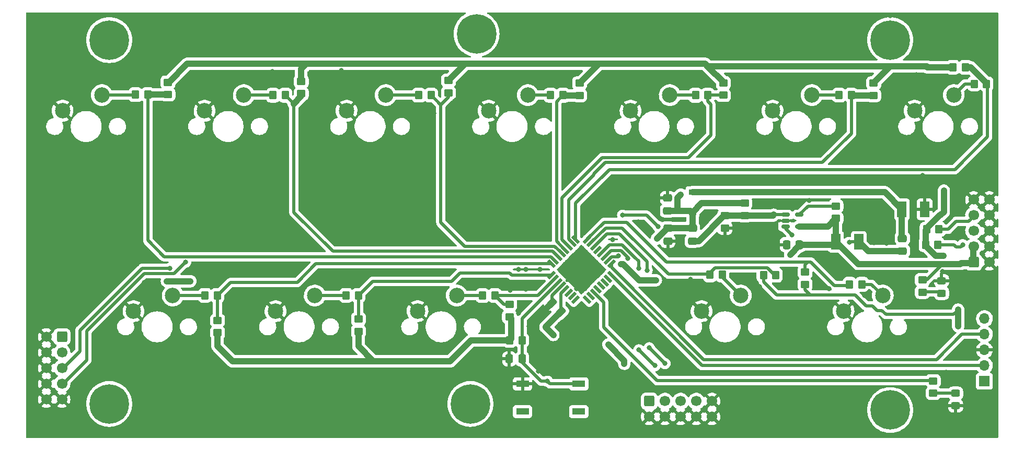
<source format=gbr>
%TF.GenerationSoftware,KiCad,Pcbnew,(6.0.0)*%
%TF.CreationDate,2023-05-12T18:23:07+02:00*%
%TF.ProjectId,keyboard,6b657962-6f61-4726-942e-6b696361645f,rev?*%
%TF.SameCoordinates,Original*%
%TF.FileFunction,Copper,L2,Bot*%
%TF.FilePolarity,Positive*%
%FSLAX46Y46*%
G04 Gerber Fmt 4.6, Leading zero omitted, Abs format (unit mm)*
G04 Created by KiCad (PCBNEW (6.0.0)) date 2023-05-12 18:23:07*
%MOMM*%
%LPD*%
G01*
G04 APERTURE LIST*
G04 Aperture macros list*
%AMRoundRect*
0 Rectangle with rounded corners*
0 $1 Rounding radius*
0 $2 $3 $4 $5 $6 $7 $8 $9 X,Y pos of 4 corners*
0 Add a 4 corners polygon primitive as box body*
4,1,4,$2,$3,$4,$5,$6,$7,$8,$9,$2,$3,0*
0 Add four circle primitives for the rounded corners*
1,1,$1+$1,$2,$3*
1,1,$1+$1,$4,$5*
1,1,$1+$1,$6,$7*
1,1,$1+$1,$8,$9*
0 Add four rect primitives between the rounded corners*
20,1,$1+$1,$2,$3,$4,$5,0*
20,1,$1+$1,$4,$5,$6,$7,0*
20,1,$1+$1,$6,$7,$8,$9,0*
20,1,$1+$1,$8,$9,$2,$3,0*%
%AMRotRect*
0 Rectangle, with rotation*
0 The origin of the aperture is its center*
0 $1 length*
0 $2 width*
0 $3 Rotation angle, in degrees counterclockwise*
0 Add horizontal line*
21,1,$1,$2,0,0,$3*%
G04 Aperture macros list end*
%TA.AperFunction,ComponentPad*%
%ADD10C,2.500000*%
%TD*%
%TA.AperFunction,ComponentPad*%
%ADD11C,0.800000*%
%TD*%
%TA.AperFunction,ComponentPad*%
%ADD12C,6.400000*%
%TD*%
%TA.AperFunction,ComponentPad*%
%ADD13R,1.700000X1.700000*%
%TD*%
%TA.AperFunction,ComponentPad*%
%ADD14O,1.700000X1.700000*%
%TD*%
%TA.AperFunction,SMDPad,CuDef*%
%ADD15RoundRect,0.250000X-0.350000X-0.450000X0.350000X-0.450000X0.350000X0.450000X-0.350000X0.450000X0*%
%TD*%
%TA.AperFunction,SMDPad,CuDef*%
%ADD16RoundRect,0.250000X0.350000X0.450000X-0.350000X0.450000X-0.350000X-0.450000X0.350000X-0.450000X0*%
%TD*%
%TA.AperFunction,SMDPad,CuDef*%
%ADD17RoundRect,0.250000X0.450000X-0.350000X0.450000X0.350000X-0.450000X0.350000X-0.450000X-0.350000X0*%
%TD*%
%TA.AperFunction,SMDPad,CuDef*%
%ADD18RotRect,0.508000X1.473200X315.000000*%
%TD*%
%TA.AperFunction,SMDPad,CuDef*%
%ADD19RotRect,0.508000X1.473200X45.000000*%
%TD*%
%TA.AperFunction,SMDPad,CuDef*%
%ADD20RoundRect,0.250000X0.450000X-0.325000X0.450000X0.325000X-0.450000X0.325000X-0.450000X-0.325000X0*%
%TD*%
%TA.AperFunction,SMDPad,CuDef*%
%ADD21R,1.500000X2.500000*%
%TD*%
%TA.AperFunction,SMDPad,CuDef*%
%ADD22RoundRect,0.250000X-0.450000X0.350000X-0.450000X-0.350000X0.450000X-0.350000X0.450000X0.350000X0*%
%TD*%
%TA.AperFunction,SMDPad,CuDef*%
%ADD23RoundRect,0.250000X0.574524X0.097227X0.097227X0.574524X-0.574524X-0.097227X-0.097227X-0.574524X0*%
%TD*%
%TA.AperFunction,SMDPad,CuDef*%
%ADD24RoundRect,0.250000X0.337500X0.475000X-0.337500X0.475000X-0.337500X-0.475000X0.337500X-0.475000X0*%
%TD*%
%TA.AperFunction,SMDPad,CuDef*%
%ADD25RoundRect,0.250000X-0.475000X0.337500X-0.475000X-0.337500X0.475000X-0.337500X0.475000X0.337500X0*%
%TD*%
%TA.AperFunction,ComponentPad*%
%ADD26RoundRect,0.250000X-0.600000X0.600000X-0.600000X-0.600000X0.600000X-0.600000X0.600000X0.600000X0*%
%TD*%
%TA.AperFunction,ComponentPad*%
%ADD27C,1.700000*%
%TD*%
%TA.AperFunction,ComponentPad*%
%ADD28RoundRect,0.250000X0.600000X0.600000X-0.600000X0.600000X-0.600000X-0.600000X0.600000X-0.600000X0*%
%TD*%
%TA.AperFunction,SMDPad,CuDef*%
%ADD29R,2.100000X1.100000*%
%TD*%
%TA.AperFunction,SMDPad,CuDef*%
%ADD30RoundRect,0.250000X0.475000X-0.337500X0.475000X0.337500X-0.475000X0.337500X-0.475000X-0.337500X0*%
%TD*%
%TA.AperFunction,SMDPad,CuDef*%
%ADD31RoundRect,0.250000X-0.450000X0.325000X-0.450000X-0.325000X0.450000X-0.325000X0.450000X0.325000X0*%
%TD*%
%TA.AperFunction,ComponentPad*%
%ADD32RoundRect,0.250000X-0.600000X-0.600000X0.600000X-0.600000X0.600000X0.600000X-0.600000X0.600000X0*%
%TD*%
%TA.AperFunction,SMDPad,CuDef*%
%ADD33RoundRect,0.150000X-0.512500X-0.150000X0.512500X-0.150000X0.512500X0.150000X-0.512500X0.150000X0*%
%TD*%
%TA.AperFunction,SMDPad,CuDef*%
%ADD34R,1.200000X0.900000*%
%TD*%
%TA.AperFunction,ViaPad*%
%ADD35C,0.800000*%
%TD*%
%TA.AperFunction,Conductor*%
%ADD36C,0.500000*%
%TD*%
%TA.AperFunction,Conductor*%
%ADD37C,1.000000*%
%TD*%
G04 APERTURE END LIST*
D10*
%TO.P,SW9,1*%
%TO.N,GND*%
X185940000Y-61460000D03*
%TO.P,SW9,2*%
%TO.N,Net-(R24-Pad2)*%
X192290000Y-58920000D03*
%TD*%
%TO.P,SW7,1*%
%TO.N,GND*%
X162940000Y-61460000D03*
%TO.P,SW7,2*%
%TO.N,Net-(R20-Pad2)*%
X169290000Y-58920000D03*
%TD*%
%TO.P,SW3,1*%
%TO.N,GND*%
X116940000Y-61460000D03*
%TO.P,SW3,2*%
%TO.N,Net-(R12-Pad2)*%
X123290000Y-58920000D03*
%TD*%
%TO.P,SW12,1*%
%TO.N,GND*%
X93940000Y-61460000D03*
%TO.P,SW12,2*%
%TO.N,Net-(R31-Pad2)*%
X100290000Y-58920000D03*
%TD*%
%TO.P,SW2,1*%
%TO.N,GND*%
X105440000Y-93960000D03*
%TO.P,SW2,2*%
%TO.N,Net-(R11-Pad2)*%
X111790000Y-91420000D03*
%TD*%
%TO.P,SW4,1*%
%TO.N,GND*%
X82440000Y-93960000D03*
%TO.P,SW4,2*%
%TO.N,Net-(R16-Pad2)*%
X88790000Y-91420000D03*
%TD*%
D11*
%TO.P,H6,1*%
%TO.N,N/C*%
X53802944Y-107302944D03*
X55500000Y-106600000D03*
X55500000Y-111400000D03*
X53802944Y-110697056D03*
X53100000Y-109000000D03*
X57197056Y-107302944D03*
D12*
X55500000Y-109000000D03*
D11*
X57900000Y-109000000D03*
X57197056Y-110697056D03*
%TD*%
%TO.P,H2,1*%
%TO.N,N/C*%
X113302944Y-47302944D03*
X115000000Y-51400000D03*
D12*
X115000000Y-49000000D03*
D11*
X113302944Y-50697056D03*
X115000000Y-46600000D03*
X116697056Y-50697056D03*
X117400000Y-49000000D03*
X116697056Y-47302944D03*
X112600000Y-49000000D03*
%TD*%
D13*
%TO.P,J1,1,Pin_1*%
%TO.N,+3V3*%
X197265000Y-105330000D03*
D14*
%TO.P,J1,2,Pin_2*%
%TO.N,SWCLKk*%
X197265000Y-102790000D03*
%TO.P,J1,3,Pin_3*%
%TO.N,GND*%
X197265000Y-100250000D03*
%TO.P,J1,4,Pin_4*%
%TO.N,SWDIOk*%
X197265000Y-97710000D03*
%TO.P,J1,5,Pin_5*%
%TO.N,NRSTk*%
X197265000Y-95170000D03*
%TD*%
D10*
%TO.P,SW5,1*%
%TO.N,GND*%
X139940000Y-61460000D03*
%TO.P,SW5,2*%
%TO.N,Net-(R15-Pad2)*%
X146290000Y-58920000D03*
%TD*%
%TO.P,SW11,1*%
%TO.N,GND*%
X174440000Y-93960000D03*
%TO.P,SW11,2*%
%TO.N,Net-(R28-Pad2)*%
X180790000Y-91420000D03*
%TD*%
%TO.P,SW13,1*%
%TO.N,GND*%
X151440000Y-93960000D03*
%TO.P,SW13,2*%
%TO.N,Net-(R32-Pad2)*%
X157790000Y-91420000D03*
%TD*%
D11*
%TO.P,H5,1*%
%TO.N,N/C*%
X111600000Y-109000000D03*
D12*
X114000000Y-109000000D03*
D11*
X115697056Y-107302944D03*
X112302944Y-107302944D03*
X112302944Y-110697056D03*
X116400000Y-109000000D03*
X114000000Y-106600000D03*
X115697056Y-110697056D03*
X114000000Y-111400000D03*
%TD*%
D12*
%TO.P,H4,1*%
%TO.N,N/C*%
X182000000Y-110000000D03*
D11*
X182000000Y-107600000D03*
X179600000Y-110000000D03*
X182000000Y-112400000D03*
X180302944Y-108302944D03*
X183697056Y-108302944D03*
X184400000Y-110000000D03*
X180302944Y-111697056D03*
X183697056Y-111697056D03*
%TD*%
%TO.P,H1,1*%
%TO.N,N/C*%
X53802944Y-51697056D03*
X57900000Y-50000000D03*
X55500000Y-47600000D03*
X55500000Y-52400000D03*
X53802944Y-48302944D03*
X57197056Y-51697056D03*
D12*
X55500000Y-50000000D03*
D11*
X57197056Y-48302944D03*
X53100000Y-50000000D03*
%TD*%
D10*
%TO.P,SW6,1*%
%TO.N,GND*%
X59440000Y-93960000D03*
%TO.P,SW6,2*%
%TO.N,Net-(R19-Pad2)*%
X65790000Y-91420000D03*
%TD*%
%TO.P,SW8,1*%
%TO.N,GND*%
X47940000Y-61460000D03*
%TO.P,SW8,2*%
%TO.N,Net-(R23-Pad2)*%
X54290000Y-58920000D03*
%TD*%
D11*
%TO.P,H3,1*%
%TO.N,N/C*%
X182000000Y-47600000D03*
X184400000Y-50000000D03*
X182000000Y-52400000D03*
X179600000Y-50000000D03*
X180302944Y-51697056D03*
X180302944Y-48302944D03*
D12*
X182000000Y-50000000D03*
D11*
X183697056Y-48302944D03*
X183697056Y-51697056D03*
%TD*%
D10*
%TO.P,SW10,1*%
%TO.N,GND*%
X70940000Y-61460000D03*
%TO.P,SW10,2*%
%TO.N,Net-(R27-Pad2)*%
X77290000Y-58920000D03*
%TD*%
D15*
%TO.P,R1,1*%
%TO.N,+3V3*%
X187720000Y-83190000D03*
%TO.P,R1,2*%
%TO.N,I2C2_SCLk*%
X189720000Y-83190000D03*
%TD*%
D16*
%TO.P,R20,1*%
%TO.N,KSWC9k*%
X175690000Y-58910000D03*
%TO.P,R20,2*%
%TO.N,Net-(R20-Pad2)*%
X173690000Y-58910000D03*
%TD*%
D17*
%TO.P,R14,1*%
%TO.N,KSWC8k*%
X154980000Y-58940000D03*
%TO.P,R14,2*%
%TO.N,+3V3*%
X154980000Y-56940000D03*
%TD*%
%TO.P,R21,1*%
%TO.N,KSWC4k*%
X65010000Y-58840000D03*
%TO.P,R21,2*%
%TO.N,+3V3*%
X65010000Y-56840000D03*
%TD*%
D18*
%TO.P,U1,1,PB9*%
%TO.N,unconnected-(U1-Pad1)*%
X131060295Y-92099501D03*
%TO.P,U1,2,PC14-OSC32_IN*%
%TO.N,unconnected-(U1-Pad2)*%
X130494611Y-91533817D03*
%TO.P,U1,3,PC15-OSC32_OUT*%
%TO.N,unconnected-(U1-Pad3)*%
X129928925Y-90968131D03*
%TO.P,U1,4,VDD/VDDA*%
%TO.N,+3V3*%
X129363239Y-90402445D03*
%TO.P,U1,5,VSS/VSSA*%
%TO.N,GND*%
X128797555Y-89836761D03*
%TO.P,U1,6,NRST*%
%TO.N,NRSTk*%
X128231869Y-89271075D03*
%TO.P,U1,7,PA0*%
%TO.N,KSWC1k*%
X127666184Y-88705390D03*
%TO.P,U1,8,PA1*%
%TO.N,KSWC2k*%
X127100499Y-88139705D03*
D19*
%TO.P,U1,9,PA2*%
%TO.N,KSWC3k*%
X127100499Y-86280295D03*
%TO.P,U1,10,PA3*%
%TO.N,KSWC4k*%
X127666183Y-85714611D03*
%TO.P,U1,11,PA4*%
%TO.N,KSWC5k*%
X128231869Y-85148925D03*
%TO.P,U1,12,PA5*%
%TO.N,KSWC6k*%
X128797555Y-84583239D03*
%TO.P,U1,13,PA6*%
%TO.N,KSWC7k*%
X129363239Y-84017555D03*
%TO.P,U1,14,PA7*%
%TO.N,KSWC8k*%
X129928925Y-83451869D03*
%TO.P,U1,15,PB0*%
%TO.N,KSWC9k*%
X130494610Y-82886184D03*
%TO.P,U1,16,PB1*%
%TO.N,KSWC10k*%
X131060295Y-82320499D03*
D18*
%TO.P,U1,17,PB2*%
%TO.N,KSWC11k*%
X132919705Y-82320499D03*
%TO.P,U1,18,PA8*%
%TO.N,KSWC12k*%
X133485389Y-82886183D03*
%TO.P,U1,19,PA9*%
%TO.N,I2C1_SCL*%
X134051075Y-83451869D03*
%TO.P,U1,20,PC6*%
%TO.N,unconnected-(U1-Pad20)*%
X134616761Y-84017555D03*
%TO.P,U1,21,PA10*%
%TO.N,I2C1_SDA*%
X135182445Y-84583239D03*
%TO.P,U1,22,PA11*%
%TO.N,I2C2_SCLk*%
X135748131Y-85148925D03*
%TO.P,U1,23,PA12*%
%TO.N,I2C2_SDAk*%
X136313816Y-85714610D03*
%TO.P,U1,24,PA13*%
%TO.N,SWDIOk*%
X136879501Y-86280295D03*
D19*
%TO.P,U1,25,PA14-BOOT0*%
%TO.N,SWCLKk*%
X136879501Y-88139705D03*
%TO.P,U1,26,PA15*%
%TO.N,unconnected-(U1-Pad26)*%
X136313817Y-88705389D03*
%TO.P,U1,27,PB3*%
%TO.N,unconnected-(U1-Pad27)*%
X135748131Y-89271075D03*
%TO.P,U1,28,PB4*%
%TO.N,unconnected-(U1-Pad28)*%
X135182445Y-89836761D03*
%TO.P,U1,29,PB5*%
%TO.N,unconnected-(U1-Pad29)*%
X134616761Y-90402445D03*
%TO.P,U1,30,PB6*%
%TO.N,STATUS_LEDk*%
X134051075Y-90968131D03*
%TO.P,U1,31,PB7*%
%TO.N,unconnected-(U1-Pad31)*%
X133485390Y-91533816D03*
%TO.P,U1,32,PB8*%
%TO.N,unconnected-(U1-Pad32)*%
X132919705Y-92099501D03*
%TD*%
D17*
%TO.P,R29,1*%
%TO.N,KSWC6k*%
X110460000Y-58540000D03*
%TO.P,R29,2*%
%TO.N,+3V3*%
X110460000Y-56540000D03*
%TD*%
D16*
%TO.P,R31,1*%
%TO.N,KSWC6k*%
X107640000Y-58920000D03*
%TO.P,R31,2*%
%TO.N,Net-(R31-Pad2)*%
X105640000Y-58920000D03*
%TD*%
D20*
%TO.P,D2,1,K*%
%TO.N,GND*%
X192600000Y-109325000D03*
%TO.P,D2,2,A*%
%TO.N,Net-(D2-Pad2)*%
X192600000Y-107275000D03*
%TD*%
D16*
%TO.P,R12,1*%
%TO.N,KSWC7k*%
X128990000Y-58930000D03*
%TO.P,R12,2*%
%TO.N,Net-(R12-Pad2)*%
X126990000Y-58930000D03*
%TD*%
%TO.P,R22,1*%
%TO.N,KSWC10k*%
X194180000Y-54410000D03*
%TO.P,R22,2*%
%TO.N,+3V3*%
X192180000Y-54410000D03*
%TD*%
D17*
%TO.P,R10,1*%
%TO.N,KSWC7k*%
X131690000Y-58970000D03*
%TO.P,R10,2*%
%TO.N,+3V3*%
X131690000Y-56970000D03*
%TD*%
D21*
%TO.P,L1,1,1*%
%TO.N,LOAD*%
X173230000Y-82730000D03*
%TO.P,L1,2,2*%
%TO.N,Net-(C5-Pad1)*%
X176930000Y-82730000D03*
%TD*%
D17*
%TO.P,R25,1*%
%TO.N,KSWC5k*%
X86600000Y-58690000D03*
%TO.P,R25,2*%
%TO.N,+3V3*%
X86600000Y-56690000D03*
%TD*%
D22*
%TO.P,R8,1*%
%TO.N,Net-(C6-Pad2)*%
X155220000Y-78490000D03*
%TO.P,R8,2*%
%TO.N,GND*%
X155220000Y-80490000D03*
%TD*%
%TO.P,R7,1*%
%TO.N,+3V3*%
X158430000Y-76470000D03*
%TO.P,R7,2*%
%TO.N,Net-(C6-Pad2)*%
X158430000Y-78470000D03*
%TD*%
D23*
%TO.P,C2,1*%
%TO.N,+3V3*%
X128663072Y-94038716D03*
%TO.P,C2,2*%
%TO.N,GND*%
X127195826Y-92571470D03*
%TD*%
D17*
%TO.P,R6,1*%
%TO.N,LOAD*%
X173210000Y-78910000D03*
%TO.P,R6,2*%
%TO.N,Net-(R6-Pad2)*%
X173210000Y-76910000D03*
%TD*%
D22*
%TO.P,R26,1*%
%TO.N,KSWC11k*%
X168200000Y-87600000D03*
%TO.P,R26,2*%
%TO.N,+3V3*%
X168200000Y-89600000D03*
%TD*%
D17*
%TO.P,R18,1*%
%TO.N,KSWC9k*%
X179320000Y-58960000D03*
%TO.P,R18,2*%
%TO.N,+3V3*%
X179320000Y-56960000D03*
%TD*%
D24*
%TO.P,C4,1*%
%TO.N,LOAD*%
X167277500Y-83170000D03*
%TO.P,C4,2*%
%TO.N,GND*%
X165202500Y-83170000D03*
%TD*%
D16*
%TO.P,R30,1*%
%TO.N,KSWC12k*%
X163470000Y-88120000D03*
%TO.P,R30,2*%
%TO.N,+3V3*%
X161470000Y-88120000D03*
%TD*%
D25*
%TO.P,C6,1*%
%TO.N,+3V3*%
X149960000Y-80512500D03*
%TO.P,C6,2*%
%TO.N,Net-(C6-Pad2)*%
X149960000Y-82587500D03*
%TD*%
D26*
%TO.P,J2,1,Pin_1*%
%TO.N,LOAD*%
X142980000Y-108552500D03*
D27*
%TO.P,J2,2,Pin_2*%
%TO.N,GND*%
X142980000Y-111092500D03*
%TO.P,J2,3,Pin_3*%
%TO.N,LOAD*%
X145520000Y-108552500D03*
%TO.P,J2,4,Pin_4*%
%TO.N,GND*%
X145520000Y-111092500D03*
%TO.P,J2,5,Pin_5*%
%TO.N,I2C1_SDA*%
X148060000Y-108552500D03*
%TO.P,J2,6,Pin_6*%
%TO.N,GND*%
X148060000Y-111092500D03*
%TO.P,J2,7,Pin_7*%
%TO.N,I2C1_SCL*%
X150600000Y-108552500D03*
%TO.P,J2,8,Pin_8*%
%TO.N,GND*%
X150600000Y-111092500D03*
%TO.P,J2,9,Pin_9*%
X153140000Y-108552500D03*
%TO.P,J2,10,Pin_10*%
X153140000Y-111092500D03*
%TD*%
D15*
%TO.P,R5,1*%
%TO.N,+3V3*%
X120360000Y-98700000D03*
%TO.P,R5,2*%
%TO.N,NRSTk*%
X122360000Y-98700000D03*
%TD*%
D22*
%TO.P,R13,1*%
%TO.N,KSWC2k*%
X95870000Y-95230000D03*
%TO.P,R13,2*%
%TO.N,+3V3*%
X95870000Y-97230000D03*
%TD*%
D16*
%TO.P,R19,1*%
%TO.N,KSWC3k*%
X73030000Y-91410000D03*
%TO.P,R19,2*%
%TO.N,Net-(R19-Pad2)*%
X71030000Y-91410000D03*
%TD*%
D28*
%TO.P,J3,1,Pin_1*%
%TO.N,LOAD*%
X47850000Y-98110000D03*
D27*
%TO.P,J3,2,Pin_2*%
%TO.N,GND*%
X45310000Y-98110000D03*
%TO.P,J3,3,Pin_3*%
%TO.N,LOAD*%
X47850000Y-100650000D03*
%TO.P,J3,4,Pin_4*%
%TO.N,GND*%
X45310000Y-100650000D03*
%TO.P,J3,5,Pin_5*%
%TO.N,I2C2_SCLk*%
X47850000Y-103190000D03*
%TO.P,J3,6,Pin_6*%
%TO.N,GND*%
X45310000Y-103190000D03*
%TO.P,J3,7,Pin_7*%
%TO.N,I2C2_SDAk*%
X47850000Y-105730000D03*
%TO.P,J3,8,Pin_8*%
%TO.N,GND*%
X45310000Y-105730000D03*
%TO.P,J3,9,Pin_9*%
X47850000Y-108270000D03*
%TO.P,J3,10,Pin_10*%
X45310000Y-108270000D03*
%TD*%
D22*
%TO.P,R3,1*%
%TO.N,LOAD*%
X187210000Y-88870000D03*
%TO.P,R3,2*%
%TO.N,Net-(D1-Pad2)*%
X187210000Y-90870000D03*
%TD*%
D29*
%TO.P,SW1,1,1*%
%TO.N,NRSTk*%
X131550000Y-105750000D03*
%TO.P,SW1,2,2*%
%TO.N,GND*%
X122450000Y-105750000D03*
%TO.P,SW1,3*%
%TO.N,N/C*%
X131550000Y-110250000D03*
%TO.P,SW1,4*%
X122450000Y-110250000D03*
%TD*%
D16*
%TO.P,R27,1*%
%TO.N,KSWC5k*%
X84010000Y-58930000D03*
%TO.P,R27,2*%
%TO.N,Net-(R27-Pad2)*%
X82010000Y-58930000D03*
%TD*%
D30*
%TO.P,C8,1*%
%TO.N,+3V3*%
X145940000Y-77677500D03*
%TO.P,C8,2*%
%TO.N,GND*%
X145940000Y-75602500D03*
%TD*%
D16*
%TO.P,R16,1*%
%TO.N,KSWC2k*%
X95880000Y-91410000D03*
%TO.P,R16,2*%
%TO.N,Net-(R16-Pad2)*%
X93880000Y-91410000D03*
%TD*%
D21*
%TO.P,L2,1,1*%
%TO.N,Net-(C5-Pad2)*%
X183900000Y-77430000D03*
%TO.P,L2,2,2*%
%TO.N,GND*%
X187600000Y-77430000D03*
%TD*%
D16*
%TO.P,R15,1*%
%TO.N,KSWC8k*%
X152460000Y-58940000D03*
%TO.P,R15,2*%
%TO.N,Net-(R15-Pad2)*%
X150460000Y-58940000D03*
%TD*%
D31*
%TO.P,D1,1,K*%
%TO.N,GND*%
X190320000Y-89015000D03*
%TO.P,D1,2,A*%
%TO.N,Net-(D1-Pad2)*%
X190320000Y-91065000D03*
%TD*%
D16*
%TO.P,R11,1*%
%TO.N,KSWC1k*%
X117960000Y-91420000D03*
%TO.P,R11,2*%
%TO.N,Net-(R11-Pad2)*%
X115960000Y-91420000D03*
%TD*%
D24*
%TO.P,C1,1*%
%TO.N,NRSTk*%
X122367500Y-101700000D03*
%TO.P,C1,2*%
%TO.N,GND*%
X120292500Y-101700000D03*
%TD*%
D32*
%TO.P,J4,1,Pin_1*%
%TO.N,LOAD*%
X195507500Y-86030000D03*
D27*
%TO.P,J4,2,Pin_2*%
%TO.N,GND*%
X198047500Y-86030000D03*
%TO.P,J4,3,Pin_3*%
%TO.N,LOAD*%
X195507500Y-83490000D03*
%TO.P,J4,4,Pin_4*%
%TO.N,GND*%
X198047500Y-83490000D03*
%TO.P,J4,5,Pin_5*%
%TO.N,I2C2_SCLk*%
X195507500Y-80950000D03*
%TO.P,J4,6,Pin_6*%
%TO.N,GND*%
X198047500Y-80950000D03*
%TO.P,J4,7,Pin_7*%
%TO.N,I2C2_SDAk*%
X195507500Y-78410000D03*
%TO.P,J4,8,Pin_8*%
%TO.N,GND*%
X198047500Y-78410000D03*
%TO.P,J4,9,Pin_9*%
X195507500Y-75870000D03*
%TO.P,J4,10,Pin_10*%
X198047500Y-75870000D03*
%TD*%
D25*
%TO.P,C7,1*%
%TO.N,+3V3*%
X145980000Y-80502500D03*
%TO.P,C7,2*%
%TO.N,GND*%
X145980000Y-82577500D03*
%TD*%
D16*
%TO.P,R24,1*%
%TO.N,KSWC10k*%
X197600000Y-57110000D03*
%TO.P,R24,2*%
%TO.N,Net-(R24-Pad2)*%
X195600000Y-57110000D03*
%TD*%
D15*
%TO.P,R2,1*%
%TO.N,+3V3*%
X187880000Y-80670000D03*
%TO.P,R2,2*%
%TO.N,I2C2_SDAk*%
X189880000Y-80670000D03*
%TD*%
D33*
%TO.P,U2,1,SW*%
%TO.N,Net-(C5-Pad1)*%
X165022500Y-80230000D03*
%TO.P,U2,2,GND*%
%TO.N,GND*%
X165022500Y-79280000D03*
%TO.P,U2,3,FB*%
%TO.N,Net-(C6-Pad2)*%
X165022500Y-78330000D03*
%TO.P,U2,4,EN*%
%TO.N,Net-(R6-Pad2)*%
X167297500Y-78330000D03*
%TO.P,U2,5,VIN*%
%TO.N,LOAD*%
X167297500Y-80230000D03*
%TD*%
D22*
%TO.P,R17,1*%
%TO.N,KSWC3k*%
X73040000Y-95460000D03*
%TO.P,R17,2*%
%TO.N,+3V3*%
X73040000Y-97460000D03*
%TD*%
%TO.P,R4,1*%
%TO.N,STATUS_LEDk*%
X188970000Y-105270000D03*
%TO.P,R4,2*%
%TO.N,Net-(D2-Pad2)*%
X188970000Y-107270000D03*
%TD*%
D34*
%TO.P,D13,1,K*%
%TO.N,+3V3*%
X149960000Y-77950000D03*
%TO.P,D13,2,A*%
%TO.N,Net-(C5-Pad2)*%
X149960000Y-74650000D03*
%TD*%
D15*
%TO.P,R28,1*%
%TO.N,KSWC11k*%
X175430000Y-89600000D03*
%TO.P,R28,2*%
%TO.N,Net-(R28-Pad2)*%
X177430000Y-89600000D03*
%TD*%
D22*
%TO.P,R9,1*%
%TO.N,KSWC1k*%
X120330000Y-92890000D03*
%TO.P,R9,2*%
%TO.N,+3V3*%
X120330000Y-94890000D03*
%TD*%
D16*
%TO.P,R23,1*%
%TO.N,KSWC4k*%
X61740000Y-58840000D03*
%TO.P,R23,2*%
%TO.N,Net-(R23-Pad2)*%
X59740000Y-58840000D03*
%TD*%
D30*
%TO.P,C5,1*%
%TO.N,Net-(C5-Pad1)*%
X183970000Y-84227500D03*
%TO.P,C5,2*%
%TO.N,Net-(C5-Pad2)*%
X183970000Y-82152500D03*
%TD*%
D15*
%TO.P,R32,1*%
%TO.N,KSWC12k*%
X152810000Y-88070000D03*
%TO.P,R32,2*%
%TO.N,Net-(R32-Pad2)*%
X154810000Y-88070000D03*
%TD*%
D35*
%TO.N,NRSTk*%
X126480000Y-105330000D03*
%TO.N,GND*%
X176360000Y-108570000D03*
X143000000Y-114000000D03*
X190010000Y-92690000D03*
X112000000Y-46000000D03*
X80560000Y-111130000D03*
X198870000Y-46320000D03*
X92000000Y-46000000D03*
X68000000Y-46000000D03*
X155800000Y-64370000D03*
X196760000Y-71120000D03*
X117910000Y-81180000D03*
X105330000Y-110530000D03*
X85000000Y-114000000D03*
X88000000Y-46000000D03*
X120300000Y-77150000D03*
X43000000Y-71000000D03*
X171680000Y-92890000D03*
X107410000Y-76590000D03*
X43000000Y-55000000D03*
X123000000Y-114000000D03*
X188000000Y-46000000D03*
X67830000Y-101210000D03*
X153430000Y-48960000D03*
X84000000Y-46000000D03*
X114450000Y-61610000D03*
X82640000Y-98520000D03*
X59000000Y-114000000D03*
X120210000Y-48220000D03*
X79840000Y-78510000D03*
X191620000Y-48240000D03*
X112070000Y-105050000D03*
X104000000Y-46000000D03*
X43000000Y-94000000D03*
X96000000Y-46000000D03*
X66580000Y-51040000D03*
X108000000Y-46000000D03*
X67030000Y-106160000D03*
X83000000Y-114000000D03*
X62000000Y-46000000D03*
X98940000Y-110430000D03*
X65000000Y-114000000D03*
X159000000Y-114000000D03*
X163000000Y-114000000D03*
X66010000Y-80980000D03*
X77380000Y-68380000D03*
X124680000Y-100670000D03*
X101300000Y-55910000D03*
X100430000Y-107450000D03*
X72330000Y-48300000D03*
X164600000Y-97670000D03*
X50090000Y-111430000D03*
X95000000Y-114000000D03*
X103250000Y-91950000D03*
X153010000Y-73030000D03*
X88680000Y-69380000D03*
X143650000Y-50410000D03*
X121800000Y-94270000D03*
X48350000Y-81520000D03*
X181980000Y-72470000D03*
X157000000Y-114000000D03*
X88720000Y-64480000D03*
X146000000Y-46000000D03*
X113000000Y-114000000D03*
X64390000Y-109210000D03*
X121000000Y-114000000D03*
X97000000Y-114000000D03*
X43000000Y-67000000D03*
X100690000Y-67190000D03*
X77450000Y-80870000D03*
X110000000Y-46000000D03*
X180750000Y-88150000D03*
X52150000Y-86630000D03*
X147040000Y-62190000D03*
X43000000Y-73000000D03*
X152830000Y-106560000D03*
X134060000Y-98670000D03*
X188180000Y-100270000D03*
X98180000Y-60520000D03*
X171370000Y-48970000D03*
X167180000Y-106660000D03*
X120000000Y-46000000D03*
X111160000Y-78370000D03*
X165570000Y-87910000D03*
X161330000Y-100610000D03*
X112720000Y-67710000D03*
X73970000Y-72560000D03*
X199000000Y-62000000D03*
X156480000Y-72690000D03*
X52190000Y-105330000D03*
X144920000Y-72780000D03*
X108430000Y-104950000D03*
X104600000Y-79650000D03*
X135280000Y-56630000D03*
X68590000Y-79140000D03*
X62910000Y-92470000D03*
X61080000Y-108280000D03*
X173640000Y-86320000D03*
X167630000Y-48410000D03*
X57770000Y-66630000D03*
X58820000Y-79390000D03*
X47550000Y-48130000D03*
X186000000Y-46000000D03*
X59260000Y-53100000D03*
X185000000Y-114000000D03*
X169980000Y-61920000D03*
X194870000Y-99260000D03*
X62020000Y-49270000D03*
X53650000Y-71330000D03*
X154000000Y-46000000D03*
X174000000Y-46000000D03*
X198870000Y-48320000D03*
X199000000Y-58000000D03*
X67900000Y-60610000D03*
X94800000Y-104390000D03*
X149470000Y-91210000D03*
X85220000Y-82710000D03*
X150000000Y-46000000D03*
X133510000Y-79580000D03*
X191570000Y-72730000D03*
X79000000Y-114000000D03*
X138930000Y-67170000D03*
X117140000Y-93930000D03*
X87350000Y-68170000D03*
X69490000Y-109100000D03*
X187420000Y-93190000D03*
X184150000Y-87810000D03*
X98470000Y-74630000D03*
X198500000Y-108270000D03*
X199000000Y-60000000D03*
X139000000Y-114000000D03*
X76680000Y-49590000D03*
X166000000Y-46000000D03*
X109000000Y-114000000D03*
X69360000Y-71910000D03*
X125610000Y-74250000D03*
X140000000Y-46000000D03*
X119000000Y-114000000D03*
X126370000Y-112110000D03*
X43000000Y-57000000D03*
X48030000Y-78990000D03*
X104020000Y-81700000D03*
X152000000Y-46000000D03*
X51000000Y-114000000D03*
X123650000Y-69850000D03*
X184000000Y-46000000D03*
X186260000Y-80480000D03*
X183810000Y-57230000D03*
X105460000Y-67820000D03*
X196030000Y-89230000D03*
X198870000Y-52320000D03*
X110390000Y-73750000D03*
X63130000Y-105600000D03*
X87000000Y-114000000D03*
X160000000Y-46000000D03*
X73000000Y-114000000D03*
X79460000Y-70760000D03*
X138000000Y-46000000D03*
X134660000Y-67840000D03*
X183310000Y-91500000D03*
X57380000Y-86610000D03*
X98720000Y-48800000D03*
X172000000Y-46000000D03*
X135210000Y-51050000D03*
X133490000Y-85800000D03*
X160480000Y-80780000D03*
X114300000Y-93440000D03*
X151000000Y-114000000D03*
X158430000Y-62140000D03*
X167580000Y-96370000D03*
X118430000Y-57630000D03*
X160040000Y-60410000D03*
X190000000Y-46000000D03*
X144000000Y-46000000D03*
X95250000Y-107850000D03*
X135100000Y-60880000D03*
X196990000Y-113910000D03*
X89000000Y-114000000D03*
X156000000Y-46000000D03*
X96500000Y-60520000D03*
X165000000Y-114000000D03*
X101580000Y-69540000D03*
X158580000Y-88210000D03*
X169140000Y-99230000D03*
X43000000Y-75000000D03*
X169280000Y-72690000D03*
X135000000Y-114000000D03*
X160820000Y-48080000D03*
X121300000Y-112860000D03*
X120190000Y-60620000D03*
X199000000Y-54000000D03*
X160990000Y-51200000D03*
X66000000Y-46000000D03*
X49260000Y-71910000D03*
X129760000Y-64120000D03*
X65140000Y-104230000D03*
X141000000Y-114000000D03*
X184070000Y-72210000D03*
X72880000Y-51320000D03*
X132540000Y-90340000D03*
X183000000Y-114000000D03*
X112220000Y-76240000D03*
X86140000Y-107000000D03*
X110710000Y-49040000D03*
X187000000Y-114000000D03*
X175720000Y-80360000D03*
X64510000Y-67510000D03*
X161000000Y-114000000D03*
X136390000Y-75000000D03*
X132350000Y-62780000D03*
X106000000Y-46000000D03*
X81920000Y-55110000D03*
X132960000Y-108210000D03*
X199000000Y-56000000D03*
X107760000Y-111840000D03*
X165400000Y-90030000D03*
X125050000Y-103700000D03*
X172540000Y-60520000D03*
X178000000Y-46000000D03*
X89520000Y-98520000D03*
X157580000Y-107570000D03*
X126300000Y-107500000D03*
X99270000Y-95470000D03*
X145000000Y-114000000D03*
X182640000Y-89000000D03*
X43000000Y-47000000D03*
X193000000Y-114000000D03*
X81480000Y-48640000D03*
X134000000Y-46000000D03*
X51060000Y-47970000D03*
X169610000Y-104000000D03*
X131400000Y-112340000D03*
X90000000Y-46000000D03*
X67450000Y-63040000D03*
X107620000Y-91070000D03*
X133910000Y-106820000D03*
X52500000Y-77370000D03*
X54720000Y-61890000D03*
X182050000Y-99940000D03*
X199000000Y-70000000D03*
X93080000Y-54940000D03*
X105820000Y-60770000D03*
X61000000Y-114000000D03*
X76310000Y-99780000D03*
X143210000Y-67500000D03*
X133000000Y-114000000D03*
X164000000Y-46000000D03*
X119580000Y-79420000D03*
X144900000Y-98820000D03*
X97000000Y-87990000D03*
X154630000Y-100310000D03*
X142000000Y-46000000D03*
X59190000Y-75360000D03*
X157760000Y-50810000D03*
X47570000Y-73000000D03*
X69120000Y-93880000D03*
X128040000Y-55710000D03*
X135030000Y-62820000D03*
X62790000Y-111550000D03*
X137190000Y-60700000D03*
X44950000Y-86070000D03*
X69750000Y-87920000D03*
X159930000Y-72790000D03*
X148000000Y-46000000D03*
X198000000Y-52980000D03*
X153000000Y-114000000D03*
X74420000Y-78540000D03*
X185830000Y-81790000D03*
X91680000Y-105290000D03*
X131000000Y-114000000D03*
X74220000Y-57270000D03*
X107760000Y-48030000D03*
X80280000Y-98680000D03*
X80000000Y-46000000D03*
X43000000Y-102000000D03*
X45200000Y-53460000D03*
X54710000Y-54980000D03*
X67600000Y-72920000D03*
X188000000Y-47850000D03*
X47000000Y-114000000D03*
X44090000Y-78020000D03*
X161960000Y-72790000D03*
X185780000Y-84570000D03*
X193390000Y-104870000D03*
X105080000Y-49470000D03*
X151760000Y-51790000D03*
X184840000Y-98860000D03*
X65690000Y-63770000D03*
X43000000Y-112000000D03*
X162500000Y-56950000D03*
X97880000Y-98030000D03*
X99620000Y-81060000D03*
X181000000Y-114000000D03*
X187260000Y-71910000D03*
X113480000Y-72140000D03*
X127140000Y-99680000D03*
X47680000Y-86760000D03*
X74080000Y-60630000D03*
X174530000Y-100530000D03*
X51260000Y-81500000D03*
X74780000Y-87870000D03*
X93750000Y-95000000D03*
X198590000Y-110260000D03*
X113040000Y-93870000D03*
X124170000Y-72250000D03*
X158000000Y-46000000D03*
X178740000Y-67100000D03*
X125500000Y-48850000D03*
X191000000Y-114000000D03*
X69410000Y-66440000D03*
X147000000Y-114000000D03*
X46180000Y-66480000D03*
X54600000Y-79020000D03*
X193180000Y-81720000D03*
X61430000Y-91290000D03*
X192000000Y-46000000D03*
X142860000Y-74520000D03*
X89120000Y-51150000D03*
X66360000Y-49980000D03*
X88750000Y-61480000D03*
X174380000Y-48470000D03*
X121860000Y-77700000D03*
X105000000Y-73190000D03*
X130000000Y-46000000D03*
X189930000Y-98960000D03*
X114060000Y-102010000D03*
X59940000Y-63520000D03*
X134700000Y-87090000D03*
X171000000Y-114000000D03*
X168750000Y-67100000D03*
X95850000Y-49660000D03*
X91080000Y-67710000D03*
X131580000Y-93260000D03*
X193750000Y-112210000D03*
X83270000Y-109340000D03*
X128490000Y-96040000D03*
X169650000Y-84980000D03*
X84040000Y-48690000D03*
X50000000Y-46000000D03*
X118270000Y-97260000D03*
X172600000Y-98970000D03*
X169400000Y-95590000D03*
X156830000Y-110790000D03*
X172640000Y-57290000D03*
X168830000Y-75970000D03*
X117630000Y-72150000D03*
X185270000Y-91170000D03*
X101080000Y-112110000D03*
X54260000Y-68970000D03*
X176000000Y-46000000D03*
X114980000Y-80990000D03*
X61520000Y-51000000D03*
X101000000Y-114000000D03*
X81500000Y-73100000D03*
X46000000Y-46000000D03*
X102690000Y-87980000D03*
X53500000Y-75430000D03*
X47890000Y-92430000D03*
X153590000Y-82610000D03*
X180520000Y-64930000D03*
X195840000Y-110600000D03*
X123500000Y-96380000D03*
X63000000Y-114000000D03*
X178920000Y-100530000D03*
X163090000Y-80340000D03*
X149890000Y-61130000D03*
X129370000Y-86320000D03*
X149330000Y-102950000D03*
X43000000Y-104000000D03*
X60120000Y-98350000D03*
X67520000Y-110290000D03*
X94000000Y-46000000D03*
X75370000Y-109290000D03*
X45000000Y-114000000D03*
X199000000Y-68000000D03*
X165500000Y-110120000D03*
X84220000Y-72020000D03*
X193840000Y-74400000D03*
X158470000Y-104000000D03*
X92370000Y-74440000D03*
X44000000Y-46000000D03*
X90310000Y-87910000D03*
X117820000Y-104950000D03*
X59390000Y-84180000D03*
X102000000Y-46000000D03*
X187310000Y-111080000D03*
X45170000Y-68210000D03*
X92200000Y-111390000D03*
X118000000Y-46000000D03*
X105650000Y-104530000D03*
X73380000Y-81280000D03*
X176340000Y-76520000D03*
X43000000Y-106000000D03*
X167000000Y-114000000D03*
X126000000Y-46000000D03*
X86000000Y-46000000D03*
X129650000Y-108100000D03*
X100180000Y-91750000D03*
X49060000Y-75650000D03*
X184520000Y-93290000D03*
X122970000Y-90440000D03*
X122470000Y-72530000D03*
X75680000Y-95800000D03*
X130180000Y-48740000D03*
X46020000Y-95360000D03*
X76220000Y-93440000D03*
X114950000Y-74230000D03*
X61490000Y-92510000D03*
X60830000Y-48410000D03*
X173220000Y-73060000D03*
X105240000Y-55760000D03*
X138380000Y-72670000D03*
X43000000Y-100000000D03*
X106540000Y-71010000D03*
X81000000Y-114000000D03*
X132000000Y-46000000D03*
X172070000Y-90350000D03*
X98390000Y-77860000D03*
X156990000Y-81640000D03*
X58920000Y-81850000D03*
X43000000Y-51000000D03*
X79460000Y-108280000D03*
X82550000Y-51850000D03*
X195599999Y-46100000D03*
X122000000Y-46000000D03*
X43000000Y-108000000D03*
X188980000Y-60540000D03*
X99000000Y-114000000D03*
X141150000Y-79510000D03*
X76320000Y-111350000D03*
X128000000Y-46000000D03*
X143250000Y-60630000D03*
X68460000Y-74860000D03*
X78000000Y-46000000D03*
X92550000Y-81430000D03*
X55000000Y-114000000D03*
X96230000Y-72170000D03*
X75000000Y-114000000D03*
X164450000Y-49640000D03*
X83490000Y-56390000D03*
X101240000Y-97440000D03*
X79270000Y-76260000D03*
X198590001Y-112260000D03*
X140030000Y-98540000D03*
X114680000Y-56630000D03*
X168000000Y-46000000D03*
X43000000Y-69000000D03*
X45840000Y-111470000D03*
X119060000Y-75200000D03*
X158980000Y-94020000D03*
X72090000Y-111030000D03*
X198750000Y-73290000D03*
X51470000Y-59930000D03*
X125000000Y-114000000D03*
X77560000Y-98570000D03*
X104520000Y-108860000D03*
X120410000Y-90560000D03*
X189860000Y-49590000D03*
X60000000Y-46000000D03*
X198870000Y-50320000D03*
X115000000Y-114000000D03*
X188150000Y-67330000D03*
X74000000Y-46000000D03*
X117000000Y-114000000D03*
X169000000Y-114000000D03*
X141790000Y-57560000D03*
X186980000Y-50450000D03*
X159710000Y-64370000D03*
X61440000Y-102100000D03*
X58000000Y-71610000D03*
X69000000Y-114000000D03*
X85130000Y-93120000D03*
X182000000Y-46000000D03*
X82150000Y-79700000D03*
X91400000Y-60940000D03*
X140590000Y-94660000D03*
X60030000Y-86380000D03*
X189000000Y-114000000D03*
X43000000Y-59000000D03*
X127000000Y-114000000D03*
X102080000Y-77050000D03*
X43000000Y-92000000D03*
X89670000Y-94090000D03*
X180060000Y-76540000D03*
X173000000Y-114000000D03*
X73230000Y-83470000D03*
X194000000Y-46000000D03*
X197600000Y-46100000D03*
X89450000Y-56320000D03*
X77570000Y-61790000D03*
X43000000Y-63000000D03*
X80860000Y-50420000D03*
X92870000Y-48100000D03*
X43000000Y-96000000D03*
X149690000Y-88830000D03*
X126400000Y-82060000D03*
X56710000Y-81270000D03*
X76000000Y-46000000D03*
X152070000Y-98900000D03*
X185810000Y-72470000D03*
X68120000Y-69770000D03*
X148370000Y-48630000D03*
X43000000Y-110000000D03*
X55040000Y-66300000D03*
X180190000Y-61970000D03*
X184820000Y-106830000D03*
X85210000Y-112730000D03*
X182020000Y-80980000D03*
X49670000Y-78940000D03*
X144400000Y-74250000D03*
X191380000Y-97550000D03*
X182300000Y-56270000D03*
X54520000Y-102100000D03*
X163670000Y-93620000D03*
X64000000Y-46000000D03*
X171600000Y-72440000D03*
X157140000Y-65930000D03*
X122990000Y-87220000D03*
X94990000Y-87990000D03*
X111000000Y-114000000D03*
X66590000Y-98570000D03*
X129580000Y-71540000D03*
X45610000Y-75260000D03*
X179000000Y-114000000D03*
X180000000Y-46000000D03*
X92890000Y-66670000D03*
X158240000Y-99160000D03*
X151530000Y-79890000D03*
X182530000Y-60020000D03*
X107000000Y-114000000D03*
X101160000Y-62380000D03*
X98000000Y-46000000D03*
X112690000Y-60440000D03*
X161410000Y-109300000D03*
X48660000Y-50460000D03*
X95620000Y-111540000D03*
X155000000Y-114000000D03*
X195470000Y-100820000D03*
X91430000Y-93390000D03*
X69150000Y-104670000D03*
X133440000Y-87760000D03*
X176130000Y-98670000D03*
X80120000Y-61190000D03*
X93730000Y-97160000D03*
X145000000Y-106580000D03*
X53780000Y-86710000D03*
X195000000Y-114000000D03*
X165730000Y-67490000D03*
X131230000Y-90340000D03*
X83120000Y-68600000D03*
X43000000Y-61000000D03*
X199000000Y-64000000D03*
X43000000Y-98000000D03*
X170000000Y-46000000D03*
X43000000Y-49000000D03*
X45320000Y-57150000D03*
X64130000Y-60520000D03*
X199000000Y-72000000D03*
X120240000Y-104750000D03*
X47730000Y-58020000D03*
X47440000Y-84180000D03*
X81450000Y-82510000D03*
X162800000Y-76320000D03*
X101800000Y-49320000D03*
X121570000Y-108250000D03*
X149000000Y-114000000D03*
X74550000Y-104000000D03*
X162000000Y-46000000D03*
X118700000Y-93930000D03*
X176980000Y-56910000D03*
X160790000Y-89970000D03*
X155670000Y-92910000D03*
X67000000Y-114000000D03*
X70000000Y-46000000D03*
X110360000Y-64560000D03*
X125250000Y-87220000D03*
X129520000Y-87480000D03*
X188560000Y-57450000D03*
X100000000Y-46000000D03*
X103000000Y-114000000D03*
X105000000Y-114000000D03*
X117560000Y-55880000D03*
X187220000Y-96140000D03*
X169870000Y-89570000D03*
X65740000Y-67630000D03*
X87330000Y-110270000D03*
X58000000Y-46000000D03*
X124000000Y-46000000D03*
X52000000Y-46000000D03*
X49000000Y-114000000D03*
X137000000Y-82330000D03*
X183530000Y-66040000D03*
X72000000Y-76590000D03*
X193180000Y-76210000D03*
X103470000Y-60770000D03*
X96050000Y-81060000D03*
X52670000Y-84080000D03*
X144850000Y-92030000D03*
X76050000Y-82340000D03*
X137220000Y-48750000D03*
X188720000Y-51030000D03*
X198490000Y-92800000D03*
X98300000Y-105510000D03*
X87950000Y-48970000D03*
X130560000Y-86120000D03*
X93000000Y-114000000D03*
X140300000Y-75150000D03*
X107430000Y-81920000D03*
X137390000Y-91660000D03*
X179380000Y-82860000D03*
X192410000Y-50810000D03*
X71000000Y-114000000D03*
X123460000Y-66460000D03*
X43000000Y-65000000D03*
X82000000Y-46000000D03*
X199080000Y-90840000D03*
X48000000Y-46000000D03*
X78050000Y-93330000D03*
X191050000Y-103900000D03*
X110560000Y-69140000D03*
X140340000Y-49560000D03*
X117680000Y-112160000D03*
X80390000Y-66560000D03*
X68610000Y-81700000D03*
X124070000Y-75090000D03*
X105610000Y-98700000D03*
X166050000Y-100270000D03*
X83360000Y-104560000D03*
X118290000Y-100430000D03*
X80180000Y-104910000D03*
X60340000Y-55440000D03*
X177810000Y-91410000D03*
X133390000Y-66610000D03*
X135880000Y-102990000D03*
X154300000Y-91160000D03*
X53000000Y-114000000D03*
X156140000Y-61640000D03*
X190490000Y-87550000D03*
X61210000Y-89300000D03*
X115990000Y-77350000D03*
X172300000Y-86620000D03*
X44740000Y-62110000D03*
X43000000Y-53000000D03*
X51240000Y-90310000D03*
X193620000Y-48780000D03*
X64230000Y-74810000D03*
X115270000Y-66900000D03*
X77000000Y-114000000D03*
X91000000Y-114000000D03*
X131330000Y-84630000D03*
X69310000Y-57440000D03*
X66660000Y-95000000D03*
X44760000Y-81570000D03*
X57000000Y-114000000D03*
X77770000Y-95740000D03*
X121760000Y-87170000D03*
X161050000Y-66660000D03*
X93450000Y-77340000D03*
X44820000Y-73150000D03*
X179190000Y-80900000D03*
X43000000Y-114000000D03*
X56790000Y-75210000D03*
X72000000Y-46000000D03*
X157790000Y-56780000D03*
X136960000Y-66650000D03*
X129000000Y-114000000D03*
X76510000Y-74950000D03*
X137000000Y-114000000D03*
X158820000Y-82370000D03*
X149020000Y-94480000D03*
X112250000Y-80620000D03*
X72000000Y-73900000D03*
X97400000Y-93660000D03*
X147660000Y-66270000D03*
X107520000Y-108470000D03*
X199000000Y-66000000D03*
X108050000Y-61880000D03*
X184500000Y-104050000D03*
X76680000Y-51290000D03*
X122510000Y-93030000D03*
X105900000Y-65060000D03*
X136000000Y-46000000D03*
X116930000Y-102200000D03*
X177000000Y-114000000D03*
X146490000Y-92080000D03*
X89780000Y-108630000D03*
X181370000Y-82950000D03*
X164670000Y-72990000D03*
X160980000Y-82250000D03*
X181710000Y-97710000D03*
X175000000Y-114000000D03*
X131380000Y-99480000D03*
X186210000Y-55610000D03*
X135190000Y-106010000D03*
%TO.N,+3V3*%
X148070000Y-75050480D03*
X120620000Y-97020000D03*
X152470000Y-54300000D03*
X190680000Y-74420000D03*
X127430000Y-97820000D03*
X190610000Y-85010000D03*
X193010000Y-96390000D03*
X144230000Y-82200000D03*
X192990000Y-93730000D03*
%TO.N,LOAD*%
X68660000Y-89100000D03*
X64840480Y-89100000D03*
X136360000Y-99390000D03*
X140435000Y-88025000D03*
X138411811Y-86321811D03*
X165800000Y-84810000D03*
X138930000Y-102489520D03*
X144030000Y-88940000D03*
%TO.N,Net-(C5-Pad1)*%
X166050000Y-81590000D03*
X175360000Y-82820000D03*
%TO.N,I2C1_SCL*%
X142970000Y-99900000D03*
X142610000Y-87320000D03*
X145500000Y-102450000D03*
%TO.N,I2C1_SDA*%
X141260000Y-87040000D03*
X141290000Y-100240000D03*
X143870000Y-102800000D03*
%TO.N,I2C2_SDAk*%
X138000000Y-84982279D03*
X67890000Y-85979500D03*
%TO.N,I2C2_SCLk*%
X193740000Y-83190000D03*
X139482536Y-85392536D03*
X144420000Y-80230000D03*
X65330000Y-87000000D03*
X138660000Y-78410000D03*
%TD*%
D36*
%TO.N,NRSTk*%
X122360000Y-98700000D02*
X122360000Y-95142944D01*
X126480000Y-105330000D02*
X126900000Y-105750000D01*
X126900000Y-105750000D02*
X131550000Y-105750000D01*
X122367500Y-98707500D02*
X122360000Y-98700000D01*
X122367500Y-102218891D02*
X122367500Y-101700000D01*
X122360000Y-95142944D02*
X128231869Y-89271075D01*
X126480000Y-105330000D02*
X125478609Y-105330000D01*
X125478609Y-105330000D02*
X122367500Y-102218891D01*
X122367500Y-101700000D02*
X122367500Y-98707500D01*
%TO.N,GND*%
X71550000Y-62070000D02*
X70940000Y-61460000D01*
X94650000Y-62210000D02*
X93940000Y-61500000D01*
X185940000Y-61460000D02*
X186450000Y-61970000D01*
X105460000Y-93940000D02*
X105440000Y-93960000D01*
D37*
X127195826Y-92571470D02*
X127174038Y-92571470D01*
D36*
X59450000Y-93950000D02*
X59440000Y-93960000D01*
D37*
X127174038Y-92571470D02*
X124692754Y-95052754D01*
D36*
X116940000Y-61460000D02*
X117710000Y-62230000D01*
X128797555Y-89836761D02*
X127195826Y-91438490D01*
X93940000Y-61500000D02*
X93940000Y-61460000D01*
X82450000Y-93950000D02*
X82440000Y-93960000D01*
X127195826Y-91438490D02*
X127195826Y-92571470D01*
X162940000Y-61460000D02*
X163540000Y-62060000D01*
D37*
%TO.N,+3V3*%
X187720000Y-83190000D02*
X187720000Y-83332824D01*
X85409511Y-53840489D02*
X85400000Y-53850000D01*
X114110000Y-98700000D02*
X110730000Y-102080000D01*
D36*
X168200000Y-89600000D02*
X168200000Y-90500000D01*
D37*
X128641284Y-94038716D02*
X126160000Y-96520000D01*
X149960000Y-77950000D02*
X149960000Y-80512500D01*
X187880000Y-80670000D02*
X187880000Y-80527176D01*
D36*
X178120000Y-93150000D02*
X179120000Y-93150000D01*
D37*
X86140489Y-53840489D02*
X68140489Y-53840489D01*
X192180000Y-54410000D02*
X188030000Y-54410000D01*
X135649511Y-53840489D02*
X114409511Y-53840489D01*
X190007176Y-78400000D02*
X190140000Y-78400000D01*
D36*
X180670000Y-93890000D02*
X181280000Y-94500000D01*
D37*
X120620000Y-98440000D02*
X120360000Y-98700000D01*
X190680000Y-74420000D02*
X190680000Y-77860000D01*
D36*
X176330000Y-91360000D02*
X178120000Y-93150000D01*
D37*
X152010489Y-53840489D02*
X152460489Y-54290489D01*
X149950000Y-80502500D02*
X149960000Y-80512500D01*
D36*
X129363239Y-90402445D02*
X128663072Y-91102612D01*
X128663072Y-91102612D02*
X128663072Y-94038716D01*
D37*
X187720000Y-83190000D02*
X187720000Y-80830000D01*
X147522500Y-77677500D02*
X149687500Y-77677500D01*
X190680000Y-77860000D02*
X190140000Y-78400000D01*
X152460489Y-54290489D02*
X182479511Y-54290489D01*
X120620000Y-97020000D02*
X120620000Y-95180000D01*
X120620000Y-97020000D02*
X120620000Y-98440000D01*
D36*
X161470000Y-88120000D02*
X161470000Y-89220000D01*
D37*
X87440489Y-53840489D02*
X86140489Y-53840489D01*
X126160000Y-96550000D02*
X127430000Y-97820000D01*
D36*
X163610000Y-91360000D02*
X169060000Y-91360000D01*
D37*
X149960000Y-77950000D02*
X151440000Y-76470000D01*
D36*
X169060000Y-91360000D02*
X176330000Y-91360000D01*
D37*
X65140978Y-56840000D02*
X68140489Y-53840489D01*
X95870000Y-97230000D02*
X95870000Y-99670000D01*
X110730000Y-102080000D02*
X110710000Y-102100000D01*
X152470000Y-54300000D02*
X152010489Y-53840489D01*
X134819511Y-53840489D02*
X135649511Y-53840489D01*
X148070000Y-75050480D02*
X147522500Y-75597980D01*
D36*
X179120000Y-93150000D02*
X179860000Y-93890000D01*
D37*
X86600000Y-56690000D02*
X86600000Y-54680978D01*
X114409511Y-53840489D02*
X87440489Y-53840489D01*
X182479511Y-54290489D02*
X187910489Y-54290489D01*
D36*
X161470000Y-89220000D02*
X163610000Y-91360000D01*
D37*
X65010000Y-56840000D02*
X65140978Y-56840000D01*
X126160000Y-96520000D02*
X126160000Y-96550000D01*
X152010489Y-53840489D02*
X135649511Y-53840489D01*
X187880000Y-80527176D02*
X190007176Y-78400000D01*
X86140489Y-53840489D02*
X85409511Y-53840489D01*
X95870000Y-99670000D02*
X98300000Y-102100000D01*
X149687500Y-77677500D02*
X149960000Y-77950000D01*
X193010000Y-96390000D02*
X193010000Y-93750000D01*
X120360000Y-98700000D02*
X114110000Y-98700000D01*
X193010000Y-93750000D02*
X192990000Y-93730000D01*
X110460000Y-56540000D02*
X113159511Y-53840489D01*
X189397176Y-85010000D02*
X190610000Y-85010000D01*
X145940000Y-77677500D02*
X147522500Y-77677500D01*
X188030000Y-54410000D02*
X187910489Y-54290489D01*
X187720000Y-80830000D02*
X187880000Y-80670000D01*
X179320000Y-56960000D02*
X181989511Y-54290489D01*
X131690000Y-56970000D02*
X134819511Y-53840489D01*
X113159511Y-53840489D02*
X114409511Y-53840489D01*
X86600000Y-54680978D02*
X87440489Y-53840489D01*
D36*
X181280000Y-94500000D02*
X192260000Y-94500000D01*
D37*
X73040000Y-97460000D02*
X73040000Y-99630000D01*
X154980000Y-56810000D02*
X152470000Y-54300000D01*
X145899676Y-80502500D02*
X145980000Y-80502500D01*
X187720000Y-83332824D02*
X189397176Y-85010000D01*
X151440000Y-76470000D02*
X158430000Y-76470000D01*
D36*
X192260000Y-94500000D02*
X193010000Y-93750000D01*
D37*
X98300000Y-102100000D02*
X75510000Y-102100000D01*
X145980000Y-80502500D02*
X149950000Y-80502500D01*
X128663072Y-94038716D02*
X128641284Y-94038716D01*
X144230000Y-82200000D02*
X144230000Y-82172176D01*
X147522500Y-75597980D02*
X147522500Y-77677500D01*
X73040000Y-99630000D02*
X75510000Y-102100000D01*
X120620000Y-95180000D02*
X120330000Y-94890000D01*
X144230000Y-82172176D02*
X145899676Y-80502500D01*
X154980000Y-56940000D02*
X154980000Y-56810000D01*
X110710000Y-102100000D02*
X98300000Y-102100000D01*
D36*
X168200000Y-90500000D02*
X169060000Y-91360000D01*
D37*
X181989511Y-54290489D02*
X182479511Y-54290489D01*
D36*
X179860000Y-93890000D02*
X180670000Y-93890000D01*
%TO.N,LOAD*%
X190460480Y-86299520D02*
X191839520Y-86299520D01*
D37*
X138731811Y-86321811D02*
X138411811Y-86321811D01*
X171890000Y-80230000D02*
X173210000Y-78910000D01*
X144030000Y-88940000D02*
X141350000Y-88940000D01*
X172790000Y-83170000D02*
X173230000Y-82730000D01*
X140435000Y-88025000D02*
X138731811Y-86321811D01*
X167297500Y-80230000D02*
X171890000Y-80230000D01*
X195480000Y-85990000D02*
X195480000Y-83450000D01*
X173230000Y-82730000D02*
X173230000Y-78930000D01*
X167277500Y-83332500D02*
X167277500Y-83170000D01*
X64840480Y-89100000D02*
X68660000Y-89100000D01*
X173230000Y-78930000D02*
X173210000Y-78910000D01*
X191839520Y-86299520D02*
X193366858Y-86299520D01*
D36*
X187210000Y-88870000D02*
X187890000Y-88870000D01*
D37*
X195270000Y-86160000D02*
X195290000Y-86140000D01*
X167277500Y-83170000D02*
X172790000Y-83170000D01*
X141350000Y-88940000D02*
X140435000Y-88025000D01*
D36*
X187890000Y-88870000D02*
X190460480Y-86299520D01*
D37*
X138930000Y-101960000D02*
X136360000Y-99390000D01*
X193506378Y-86160000D02*
X195270000Y-86160000D01*
X176799520Y-86299520D02*
X173230000Y-82730000D01*
X193366858Y-86299520D02*
X193506378Y-86160000D01*
X191839520Y-86299520D02*
X176799520Y-86299520D01*
X138930000Y-102489520D02*
X138930000Y-101960000D01*
X165800000Y-84810000D02*
X167277500Y-83332500D01*
D36*
%TO.N,Net-(C5-Pad1)*%
X165022500Y-80230000D02*
X165022500Y-80562500D01*
D37*
X183970000Y-84227500D02*
X178427500Y-84227500D01*
D36*
X175450000Y-82730000D02*
X176930000Y-82730000D01*
D37*
X178427500Y-84227500D02*
X176930000Y-82730000D01*
D36*
X165022500Y-80562500D02*
X166050000Y-81590000D01*
X175360000Y-82820000D02*
X175450000Y-82730000D01*
D37*
%TO.N,Net-(C5-Pad2)*%
X183900000Y-77430000D02*
X183900000Y-82082500D01*
X183900000Y-82082500D02*
X183970000Y-82152500D01*
X149960000Y-74650000D02*
X181120000Y-74650000D01*
X181120000Y-74650000D02*
X183900000Y-77430000D01*
%TO.N,Net-(C6-Pad2)*%
X158410000Y-78490000D02*
X158430000Y-78470000D01*
X155220000Y-78490000D02*
X158410000Y-78490000D01*
D36*
X163130000Y-78330000D02*
X163110000Y-78350000D01*
D37*
X149960000Y-82587500D02*
X150979676Y-82587500D01*
X150979676Y-82587500D02*
X155077176Y-78490000D01*
X162990000Y-78470000D02*
X163130000Y-78330000D01*
X158430000Y-78470000D02*
X162990000Y-78470000D01*
D36*
X165022500Y-78330000D02*
X163130000Y-78330000D01*
D37*
X155077176Y-78490000D02*
X155220000Y-78490000D01*
D36*
%TO.N,KSWC1k*%
X124951574Y-91420000D02*
X127666184Y-88705390D01*
X119430000Y-92890000D02*
X117960000Y-91420000D01*
X117960000Y-91420000D02*
X124951574Y-91420000D01*
X120330000Y-92890000D02*
X119430000Y-92890000D01*
%TO.N,Net-(D1-Pad2)*%
X187210000Y-90870000D02*
X187230000Y-90850000D01*
X187230000Y-90850000D02*
X190105000Y-90850000D01*
X190105000Y-90850000D02*
X190332500Y-91077500D01*
%TO.N,KSWC7k*%
X127950000Y-61930000D02*
X127950000Y-59970000D01*
X129363239Y-84017555D02*
X129363239Y-84013239D01*
D37*
X131690000Y-58970000D02*
X129030000Y-58970000D01*
X129030000Y-58970000D02*
X128990000Y-58930000D01*
D36*
X127950000Y-59970000D02*
X128990000Y-58930000D01*
X127950000Y-82600000D02*
X127950000Y-61930000D01*
X129363239Y-84013239D02*
X127950000Y-82600000D01*
%TO.N,Net-(D2-Pad2)*%
X192595000Y-107270000D02*
X192600000Y-107275000D01*
X188970000Y-107270000D02*
X192595000Y-107270000D01*
%TO.N,KSWC2k*%
X127100499Y-88139705D02*
X120729705Y-88139705D01*
X120330000Y-87740000D02*
X112330000Y-87740000D01*
X110940000Y-89130000D02*
X98160000Y-89130000D01*
X112330000Y-87740000D02*
X110940000Y-89130000D01*
X95880000Y-95220000D02*
X95870000Y-95230000D01*
X120729705Y-88139705D02*
X120330000Y-87740000D01*
X98160000Y-89130000D02*
X95880000Y-91410000D01*
X95880000Y-91410000D02*
X95880000Y-95220000D01*
%TO.N,KSWC8k*%
X149340000Y-69040000D02*
X152930000Y-65450000D01*
X128810000Y-75590000D02*
X135360000Y-69040000D01*
X152460000Y-59920000D02*
X152930000Y-60390000D01*
X152930000Y-65450000D02*
X152930000Y-60390000D01*
X129928925Y-83451869D02*
X129911869Y-83451869D01*
X129911869Y-83451869D02*
X128810000Y-82350000D01*
X128810000Y-82350000D02*
X128810000Y-75590000D01*
X152460000Y-58940000D02*
X152460000Y-59920000D01*
X135360000Y-69040000D02*
X149340000Y-69040000D01*
X152460000Y-58940000D02*
X154980000Y-58940000D01*
%TO.N,KSWC3k*%
X127100499Y-86280295D02*
X88979705Y-86280295D01*
X73030000Y-95450000D02*
X73040000Y-95460000D01*
X85950000Y-89310000D02*
X75130000Y-89310000D01*
X73030000Y-91410000D02*
X73030000Y-95450000D01*
X88979705Y-86280295D02*
X85950000Y-89310000D01*
X75130000Y-89310000D02*
X73030000Y-91410000D01*
%TO.N,STATUS_LEDk*%
X188930000Y-105230000D02*
X188970000Y-105270000D01*
X134051075Y-90968131D02*
X135592944Y-92510000D01*
X135592944Y-92510000D02*
X135592944Y-96562944D01*
X135592944Y-96562944D02*
X144260000Y-105230000D01*
X144260000Y-105230000D02*
X188930000Y-105230000D01*
D37*
%TO.N,KSWC9k*%
X175740000Y-58960000D02*
X175690000Y-58910000D01*
D36*
X133989511Y-71820489D02*
X133989511Y-71720489D01*
X171030000Y-69860000D02*
X175720000Y-65170000D01*
D37*
X179320000Y-58960000D02*
X175740000Y-58960000D01*
D36*
X135850000Y-69860000D02*
X171030000Y-69860000D01*
X129910315Y-82301889D02*
X129910315Y-75899685D01*
X175720000Y-65170000D02*
X175720000Y-58940000D01*
X133989511Y-71720489D02*
X135850000Y-69860000D01*
X175720000Y-58940000D02*
X175690000Y-58910000D01*
X129910315Y-75899685D02*
X133989511Y-71820489D01*
X130494610Y-82886184D02*
X129910315Y-82301889D01*
%TO.N,Net-(R11-Pad2)*%
X115960000Y-91420000D02*
X111790000Y-91420000D01*
%TO.N,KSWC4k*%
X127081572Y-85130000D02*
X64390000Y-85130000D01*
X127666183Y-85714611D02*
X127081572Y-85130000D01*
X61740000Y-82480000D02*
X61740000Y-58840000D01*
D37*
X65010000Y-58840000D02*
X61740000Y-58840000D01*
D36*
X64390000Y-85130000D02*
X61740000Y-82480000D01*
%TO.N,Net-(R12-Pad2)*%
X126980000Y-58920000D02*
X126990000Y-58930000D01*
X123290000Y-58920000D02*
X126980000Y-58920000D01*
%TO.N,KSWC10k*%
X131060295Y-82320499D02*
X131060295Y-76459705D01*
X131060295Y-76459705D02*
X136520000Y-71000000D01*
D37*
X194180000Y-54410000D02*
X195042824Y-54410000D01*
D36*
X197770000Y-57280000D02*
X197600000Y-57110000D01*
D37*
X195042824Y-54410000D02*
X197600000Y-56967176D01*
D36*
X197770000Y-65700000D02*
X197770000Y-57280000D01*
X192470000Y-71000000D02*
X197770000Y-65700000D01*
D37*
X197600000Y-56967176D02*
X197600000Y-57110000D01*
D36*
X136520000Y-71000000D02*
X192470000Y-71000000D01*
%TO.N,Net-(R15-Pad2)*%
X146310000Y-58940000D02*
X146290000Y-58920000D01*
X150460000Y-58940000D02*
X146310000Y-58940000D01*
D37*
%TO.N,KSWC5k*%
X86600000Y-59100000D02*
X85390000Y-60310000D01*
D36*
X85390000Y-77920000D02*
X85390000Y-60310000D01*
X85390000Y-60310000D02*
X84010000Y-58930000D01*
X91700000Y-84230000D02*
X85390000Y-77920000D01*
X128231869Y-85148925D02*
X128231869Y-85141869D01*
D37*
X86600000Y-58690000D02*
X86600000Y-59100000D01*
D36*
X127320000Y-84230000D02*
X91700000Y-84230000D01*
X128231869Y-85141869D02*
X127320000Y-84230000D01*
%TO.N,Net-(R16-Pad2)*%
X93880000Y-91410000D02*
X93870000Y-91420000D01*
X93870000Y-91420000D02*
X88790000Y-91420000D01*
%TO.N,KSWC11k*%
X168200000Y-87600000D02*
X168200000Y-86400960D01*
X145790480Y-85980480D02*
X168620480Y-85980480D01*
X143424520Y-83614520D02*
X145790480Y-85980480D01*
X172950000Y-89770000D02*
X175260000Y-89770000D01*
X132919705Y-82320499D02*
X132929501Y-82320499D01*
X168620480Y-85980480D02*
X169160480Y-85980480D01*
X168200000Y-86400960D02*
X168620480Y-85980480D01*
X175260000Y-89770000D02*
X175430000Y-89600000D01*
X169160480Y-85980480D02*
X172950000Y-89770000D01*
X139340000Y-79560000D02*
X143394520Y-83614520D01*
X132919705Y-82290295D02*
X135650000Y-79560000D01*
X135650000Y-79560000D02*
X139340000Y-79560000D01*
X143394520Y-83614520D02*
X143424520Y-83614520D01*
X132919705Y-82320499D02*
X132919705Y-82290295D01*
%TO.N,Net-(R19-Pad2)*%
X71030000Y-91410000D02*
X71020000Y-91420000D01*
X71020000Y-91420000D02*
X65790000Y-91420000D01*
%TO.N,KSWC6k*%
X128797555Y-84583239D02*
X128793239Y-84583239D01*
X109220000Y-60500000D02*
X110460000Y-59260000D01*
X128793239Y-84583239D02*
X127650000Y-83440000D01*
X107640000Y-58920000D02*
X109220000Y-60500000D01*
X109220000Y-79601391D02*
X109220000Y-60910000D01*
X109220000Y-60500000D02*
X109220000Y-60910000D01*
X127650000Y-83440000D02*
X113058609Y-83440000D01*
X110460000Y-59260000D02*
X110460000Y-58540000D01*
X113058609Y-83440000D02*
X109220000Y-79601391D01*
%TO.N,Net-(R20-Pad2)*%
X173690000Y-58910000D02*
X169300000Y-58910000D01*
X169300000Y-58910000D02*
X169290000Y-58920000D01*
%TO.N,KSWC12k*%
X133485389Y-82886183D02*
X135901572Y-80470000D01*
X162059750Y-86920480D02*
X163259270Y-88120000D01*
X138600000Y-80470000D02*
X146110489Y-87980489D01*
X152810000Y-87770000D02*
X153659520Y-86920480D01*
X152810000Y-88070000D02*
X152810000Y-87770000D01*
X152719511Y-87980489D02*
X152720000Y-87980000D01*
X163259270Y-88120000D02*
X163470000Y-88120000D01*
X153659520Y-86920480D02*
X162059750Y-86920480D01*
X135901572Y-80470000D02*
X138600000Y-80470000D01*
X146110489Y-87980489D02*
X152719511Y-87980489D01*
%TO.N,Net-(R23-Pad2)*%
X59660000Y-58920000D02*
X59740000Y-58840000D01*
X54290000Y-58920000D02*
X59660000Y-58920000D01*
%TO.N,Net-(R24-Pad2)*%
X195600000Y-57110000D02*
X194100000Y-57110000D01*
X194100000Y-57110000D02*
X192290000Y-58920000D01*
%TO.N,Net-(R27-Pad2)*%
X77300000Y-58930000D02*
X77290000Y-58920000D01*
X82010000Y-58930000D02*
X77300000Y-58930000D01*
%TO.N,SWCLKk*%
X136879501Y-88139705D02*
X151529796Y-102790000D01*
X151529796Y-102790000D02*
X197265000Y-102790000D01*
%TO.N,SWDIOk*%
X193590000Y-97710000D02*
X189500000Y-101800000D01*
X197265000Y-97710000D02*
X193590000Y-97710000D01*
X151810000Y-101800000D02*
X136879501Y-86869501D01*
X136879501Y-86869501D02*
X136879501Y-86280295D01*
X189500000Y-101800000D02*
X151810000Y-101800000D01*
%TO.N,I2C1_SCL*%
X134051075Y-83451869D02*
X136092944Y-81410000D01*
X142610000Y-85890000D02*
X142610000Y-87320000D01*
X137410000Y-81410000D02*
X138130000Y-81410000D01*
X142970000Y-99920000D02*
X145500000Y-102450000D01*
X142370000Y-85650000D02*
X142610000Y-85890000D01*
X136092944Y-81410000D02*
X137410000Y-81410000D01*
X138130000Y-81410000D02*
X142370000Y-85650000D01*
X142970000Y-99900000D02*
X142970000Y-99920000D01*
%TO.N,I2C1_SDA*%
X136566184Y-83199500D02*
X135182445Y-84583239D01*
X138599500Y-83199500D02*
X140620000Y-85220000D01*
X143850000Y-102800000D02*
X141290000Y-100240000D01*
X137790000Y-83199500D02*
X138599500Y-83199500D01*
X141260000Y-85860000D02*
X141260000Y-87040000D01*
X140620000Y-85220000D02*
X141260000Y-85860000D01*
X137790000Y-83199500D02*
X136566184Y-83199500D01*
X143870000Y-102800000D02*
X143850000Y-102800000D01*
%TO.N,I2C2_SDAk*%
X67880500Y-85979500D02*
X65990000Y-87870000D01*
X136898111Y-85130315D02*
X136313816Y-85714610D01*
X191400000Y-80670000D02*
X192680000Y-79390000D01*
X189880000Y-80670000D02*
X191400000Y-80670000D01*
X137851964Y-85130315D02*
X136898111Y-85130315D01*
X194730000Y-79390000D02*
X195590000Y-78530000D01*
X192680000Y-79390000D02*
X194730000Y-79390000D01*
X67890000Y-85979500D02*
X67880500Y-85979500D01*
X61170000Y-87870000D02*
X51900000Y-97140000D01*
X51900000Y-101877500D02*
X47937500Y-105840000D01*
X138000000Y-84982279D02*
X137851964Y-85130315D01*
X65990000Y-87870000D02*
X61170000Y-87870000D01*
X51900000Y-97140000D02*
X51900000Y-101877500D01*
%TO.N,I2C2_SCLk*%
X50760000Y-100477500D02*
X47937500Y-103300000D01*
X138351891Y-84132779D02*
X136764277Y-84132779D01*
X193740000Y-83190000D02*
X193410000Y-83520000D01*
X192300000Y-83190000D02*
X192630000Y-83520000D01*
X50760000Y-97050000D02*
X50760000Y-100477500D01*
X138660000Y-78410000D02*
X142580000Y-78410000D01*
X139482536Y-85263424D02*
X138351891Y-84132779D01*
X193410000Y-83520000D02*
X192630000Y-83520000D01*
X136764277Y-84132779D02*
X135748131Y-85148925D01*
X65330000Y-87000000D02*
X60810000Y-87000000D01*
X144400000Y-80230000D02*
X144420000Y-80230000D01*
X139482536Y-85392536D02*
X139482536Y-85263424D01*
X189720000Y-83190000D02*
X192300000Y-83190000D01*
X142580000Y-78410000D02*
X144400000Y-80230000D01*
X60810000Y-87000000D02*
X50760000Y-97050000D01*
%TO.N,Net-(R28-Pad2)*%
X178970000Y-89600000D02*
X180790000Y-91420000D01*
X177430000Y-89600000D02*
X178970000Y-89600000D01*
%TO.N,Net-(R31-Pad2)*%
X105640000Y-58920000D02*
X100290000Y-58920000D01*
%TO.N,Net-(R6-Pad2)*%
X173210000Y-76910000D02*
X168717500Y-76910000D01*
X168717500Y-76910000D02*
X167297500Y-78330000D01*
%TO.N,Net-(R32-Pad2)*%
X154810000Y-88440000D02*
X157790000Y-91420000D01*
X154810000Y-88070000D02*
X154810000Y-88440000D01*
%TD*%
%TA.AperFunction,Conductor*%
%TO.N,GND*%
G36*
X113228057Y-45528002D02*
G01*
X113274550Y-45581658D01*
X113284654Y-45651932D01*
X113255160Y-45716512D01*
X113217138Y-45746267D01*
X113143206Y-45783938D01*
X112817207Y-45995643D01*
X112515124Y-46240266D01*
X112240266Y-46515124D01*
X111995643Y-46817207D01*
X111783938Y-47143206D01*
X111782443Y-47146140D01*
X111782439Y-47146147D01*
X111608966Y-47486607D01*
X111607468Y-47489547D01*
X111468167Y-47852438D01*
X111367562Y-48227901D01*
X111367046Y-48231162D01*
X111326587Y-48486607D01*
X111306754Y-48611824D01*
X111286411Y-49000000D01*
X111306754Y-49388176D01*
X111367562Y-49772099D01*
X111468167Y-50147562D01*
X111607468Y-50510453D01*
X111608966Y-50513393D01*
X111742409Y-50775288D01*
X111783938Y-50856794D01*
X111785734Y-50859560D01*
X111785736Y-50859563D01*
X111993848Y-51180029D01*
X111995643Y-51182793D01*
X112240266Y-51484876D01*
X112515124Y-51759734D01*
X112817207Y-52004357D01*
X113143205Y-52216062D01*
X113146139Y-52217557D01*
X113146146Y-52217561D01*
X113486607Y-52391034D01*
X113489547Y-52392532D01*
X113852438Y-52531833D01*
X114001820Y-52571860D01*
X114048180Y-52584282D01*
X114108803Y-52621234D01*
X114139824Y-52685094D01*
X114131396Y-52755589D01*
X114086193Y-52810336D01*
X114015569Y-52831989D01*
X113221354Y-52831989D01*
X113207747Y-52831252D01*
X113176249Y-52827830D01*
X113176244Y-52827830D01*
X113170123Y-52827165D01*
X113123407Y-52831252D01*
X113120458Y-52831510D01*
X113109477Y-52831989D01*
X87502332Y-52831989D01*
X87488725Y-52831252D01*
X87457227Y-52827830D01*
X87457222Y-52827830D01*
X87451101Y-52827165D01*
X87404385Y-52831252D01*
X87401436Y-52831510D01*
X87390455Y-52831989D01*
X85471361Y-52831989D01*
X85457753Y-52831252D01*
X85457173Y-52831189D01*
X85420123Y-52827164D01*
X85370439Y-52831511D01*
X85359479Y-52831989D01*
X68202331Y-52831989D01*
X68188724Y-52831252D01*
X68157226Y-52827830D01*
X68157221Y-52827830D01*
X68151100Y-52827165D01*
X68133100Y-52828740D01*
X68101098Y-52831539D01*
X68096273Y-52831868D01*
X68093802Y-52831989D01*
X68090720Y-52831989D01*
X68068252Y-52834192D01*
X68047978Y-52836180D01*
X68046663Y-52836302D01*
X68014402Y-52839125D01*
X67954076Y-52844402D01*
X67948957Y-52845889D01*
X67943656Y-52846409D01*
X67854655Y-52873280D01*
X67853522Y-52873615D01*
X67770075Y-52897859D01*
X67770071Y-52897861D01*
X67764153Y-52899580D01*
X67759421Y-52902033D01*
X67754320Y-52903573D01*
X67748877Y-52906467D01*
X67672229Y-52947220D01*
X67671063Y-52947832D01*
X67594036Y-52987760D01*
X67588563Y-52990597D01*
X67584400Y-52993920D01*
X67579693Y-52996423D01*
X67507571Y-53055244D01*
X67506715Y-53055935D01*
X67467516Y-53087227D01*
X67465012Y-53089731D01*
X67464294Y-53090373D01*
X67459961Y-53094074D01*
X67426427Y-53121424D01*
X67422500Y-53126171D01*
X67422498Y-53126173D01*
X67397202Y-53156751D01*
X67389212Y-53165531D01*
X64860149Y-55694595D01*
X64797837Y-55728620D01*
X64771054Y-55731500D01*
X64509600Y-55731500D01*
X64506354Y-55731837D01*
X64506350Y-55731837D01*
X64410692Y-55741762D01*
X64410688Y-55741763D01*
X64403834Y-55742474D01*
X64397298Y-55744655D01*
X64397296Y-55744655D01*
X64265194Y-55788728D01*
X64236054Y-55798450D01*
X64085652Y-55891522D01*
X63960695Y-56016697D01*
X63956855Y-56022927D01*
X63956854Y-56022928D01*
X63876721Y-56152928D01*
X63867885Y-56167262D01*
X63861439Y-56186697D01*
X63826241Y-56292817D01*
X63812203Y-56335139D01*
X63811503Y-56341975D01*
X63811502Y-56341978D01*
X63810145Y-56355222D01*
X63801500Y-56439600D01*
X63801500Y-57240400D01*
X63801837Y-57243646D01*
X63801837Y-57243650D01*
X63811537Y-57337134D01*
X63812474Y-57346166D01*
X63814655Y-57352702D01*
X63814655Y-57352704D01*
X63820081Y-57368968D01*
X63868450Y-57513946D01*
X63941961Y-57632738D01*
X63945958Y-57639197D01*
X63964796Y-57707649D01*
X63943635Y-57775419D01*
X63889194Y-57820990D01*
X63838814Y-57831500D01*
X62656306Y-57831500D01*
X62588185Y-57811498D01*
X62574298Y-57800317D01*
X62574229Y-57800404D01*
X62568483Y-57795866D01*
X62563303Y-57790695D01*
X62557072Y-57786854D01*
X62418968Y-57701725D01*
X62418966Y-57701724D01*
X62412738Y-57697885D01*
X62324093Y-57668483D01*
X62251389Y-57644368D01*
X62251387Y-57644368D01*
X62244861Y-57642203D01*
X62238025Y-57641503D01*
X62238022Y-57641502D01*
X62194060Y-57636998D01*
X62140400Y-57631500D01*
X61339600Y-57631500D01*
X61336354Y-57631837D01*
X61336350Y-57631837D01*
X61240692Y-57641762D01*
X61240688Y-57641763D01*
X61233834Y-57642474D01*
X61227298Y-57644655D01*
X61227296Y-57644655D01*
X61095194Y-57688728D01*
X61066054Y-57698450D01*
X60915652Y-57791522D01*
X60830619Y-57876704D01*
X60829216Y-57878109D01*
X60766934Y-57912188D01*
X60696114Y-57907185D01*
X60651025Y-57878264D01*
X60568483Y-57795866D01*
X60563303Y-57790695D01*
X60557072Y-57786854D01*
X60418968Y-57701725D01*
X60418966Y-57701724D01*
X60412738Y-57697885D01*
X60324093Y-57668483D01*
X60251389Y-57644368D01*
X60251387Y-57644368D01*
X60244861Y-57642203D01*
X60238025Y-57641503D01*
X60238022Y-57641502D01*
X60194060Y-57636998D01*
X60140400Y-57631500D01*
X59339600Y-57631500D01*
X59336354Y-57631837D01*
X59336350Y-57631837D01*
X59240692Y-57641762D01*
X59240688Y-57641763D01*
X59233834Y-57642474D01*
X59227298Y-57644655D01*
X59227296Y-57644655D01*
X59095194Y-57688728D01*
X59066054Y-57698450D01*
X58915652Y-57791522D01*
X58790695Y-57916697D01*
X58786855Y-57922927D01*
X58786854Y-57922928D01*
X58702845Y-58059216D01*
X58697885Y-58067262D01*
X58695263Y-58075168D01*
X58694867Y-58075739D01*
X58692487Y-58080844D01*
X58691613Y-58080436D01*
X58654832Y-58133527D01*
X58589268Y-58160764D01*
X58575670Y-58161500D01*
X55955147Y-58161500D01*
X55887026Y-58141498D01*
X55845754Y-58098023D01*
X55814200Y-58042815D01*
X55751951Y-57933902D01*
X55590138Y-57728643D01*
X55399763Y-57549557D01*
X55185009Y-57400576D01*
X55180816Y-57398508D01*
X54954781Y-57287040D01*
X54954778Y-57287039D01*
X54950593Y-57284975D01*
X54904449Y-57270204D01*
X54706123Y-57206720D01*
X54701665Y-57205293D01*
X54443693Y-57163279D01*
X54329942Y-57161790D01*
X54187022Y-57159919D01*
X54187019Y-57159919D01*
X54182345Y-57159858D01*
X53923362Y-57195104D01*
X53918876Y-57196412D01*
X53918874Y-57196412D01*
X53883509Y-57206720D01*
X53672433Y-57268243D01*
X53668180Y-57270203D01*
X53668179Y-57270204D01*
X53631659Y-57287040D01*
X53435072Y-57377668D01*
X53396067Y-57403241D01*
X53220404Y-57518410D01*
X53220399Y-57518414D01*
X53216491Y-57520976D01*
X53021494Y-57695018D01*
X52854363Y-57895970D01*
X52851934Y-57899973D01*
X52724196Y-58110479D01*
X52718771Y-58119419D01*
X52617697Y-58360455D01*
X52553359Y-58613783D01*
X52527173Y-58873839D01*
X52527397Y-58878505D01*
X52527397Y-58878511D01*
X52530359Y-58940170D01*
X52539713Y-59134908D01*
X52590704Y-59391256D01*
X52679026Y-59637252D01*
X52681974Y-59642738D01*
X52800487Y-59863303D01*
X52802737Y-59867491D01*
X52805532Y-59871234D01*
X52805534Y-59871237D01*
X52956330Y-60073177D01*
X52956335Y-60073183D01*
X52959122Y-60076915D01*
X52962431Y-60080195D01*
X52962436Y-60080201D01*
X53133349Y-60249628D01*
X53144743Y-60260923D01*
X53148505Y-60263681D01*
X53148508Y-60263684D01*
X53351750Y-60412707D01*
X53355524Y-60415474D01*
X53359667Y-60417654D01*
X53359669Y-60417655D01*
X53582684Y-60534989D01*
X53582689Y-60534991D01*
X53586834Y-60537172D01*
X53833590Y-60623344D01*
X53838183Y-60624216D01*
X54085785Y-60671224D01*
X54085788Y-60671224D01*
X54090374Y-60672095D01*
X54220958Y-60677226D01*
X54346875Y-60682174D01*
X54346881Y-60682174D01*
X54351543Y-60682357D01*
X54430977Y-60673657D01*
X54606707Y-60654412D01*
X54606712Y-60654411D01*
X54611360Y-60653902D01*
X54724116Y-60624216D01*
X54859594Y-60588548D01*
X54859596Y-60588547D01*
X54864117Y-60587357D01*
X55104262Y-60484182D01*
X55178708Y-60438114D01*
X55322547Y-60349104D01*
X55322548Y-60349104D01*
X55326519Y-60346646D01*
X55330082Y-60343629D01*
X55330087Y-60343626D01*
X55522439Y-60180787D01*
X55522440Y-60180786D01*
X55526005Y-60177768D01*
X55569500Y-60128172D01*
X55695257Y-59984774D01*
X55695261Y-59984769D01*
X55698339Y-59981259D01*
X55703461Y-59973296D01*
X55837208Y-59765363D01*
X55837210Y-59765360D01*
X55839733Y-59761437D01*
X55843646Y-59752751D01*
X55889859Y-59698856D01*
X55958528Y-59678500D01*
X58668194Y-59678500D01*
X58736315Y-59698502D01*
X58775337Y-59738195D01*
X58787669Y-59758123D01*
X58787673Y-59758128D01*
X58791522Y-59764348D01*
X58916697Y-59889305D01*
X58922927Y-59893145D01*
X58922928Y-59893146D01*
X59060090Y-59977694D01*
X59067262Y-59982115D01*
X59132846Y-60003868D01*
X59228611Y-60035632D01*
X59228613Y-60035632D01*
X59235139Y-60037797D01*
X59241975Y-60038497D01*
X59241978Y-60038498D01*
X59285031Y-60042909D01*
X59339600Y-60048500D01*
X60140400Y-60048500D01*
X60143646Y-60048163D01*
X60143650Y-60048163D01*
X60239308Y-60038238D01*
X60239312Y-60038237D01*
X60246166Y-60037526D01*
X60252702Y-60035345D01*
X60252704Y-60035345D01*
X60384806Y-59991272D01*
X60413946Y-59981550D01*
X60564348Y-59888478D01*
X60650784Y-59801891D01*
X60713066Y-59767812D01*
X60783886Y-59772815D01*
X60828975Y-59801736D01*
X60896878Y-59869521D01*
X60916697Y-59889305D01*
X60922928Y-59893146D01*
X60928673Y-59897683D01*
X60927623Y-59899013D01*
X60969108Y-59945107D01*
X60981500Y-59999597D01*
X60981500Y-82412930D01*
X60980067Y-82431880D01*
X60978179Y-82444292D01*
X60976801Y-82453349D01*
X60977394Y-82460641D01*
X60977394Y-82460644D01*
X60981085Y-82506018D01*
X60981500Y-82516233D01*
X60981500Y-82524293D01*
X60981925Y-82527937D01*
X60984789Y-82552507D01*
X60985222Y-82556882D01*
X60988478Y-82596905D01*
X60991140Y-82629637D01*
X60993396Y-82636601D01*
X60994587Y-82642560D01*
X60995971Y-82648415D01*
X60996818Y-82655681D01*
X61021735Y-82724327D01*
X61023152Y-82728455D01*
X61042283Y-82787508D01*
X61045649Y-82797899D01*
X61049445Y-82804154D01*
X61051951Y-82809628D01*
X61054670Y-82815058D01*
X61057167Y-82821937D01*
X61061180Y-82828057D01*
X61061180Y-82828058D01*
X61097186Y-82882976D01*
X61099523Y-82886680D01*
X61137405Y-82949107D01*
X61141121Y-82953315D01*
X61141122Y-82953316D01*
X61144803Y-82957484D01*
X61144776Y-82957508D01*
X61147429Y-82960500D01*
X61150132Y-82963733D01*
X61154144Y-82969852D01*
X61159456Y-82974884D01*
X61210383Y-83023128D01*
X61212825Y-83025506D01*
X63806230Y-85618911D01*
X63818616Y-85633323D01*
X63827149Y-85644918D01*
X63827154Y-85644923D01*
X63831492Y-85650818D01*
X63837070Y-85655557D01*
X63837073Y-85655560D01*
X63871768Y-85685035D01*
X63879284Y-85691965D01*
X63884979Y-85697660D01*
X63887861Y-85699940D01*
X63907251Y-85715281D01*
X63910655Y-85718072D01*
X63960703Y-85760591D01*
X63966285Y-85765333D01*
X63972801Y-85768661D01*
X63977850Y-85772028D01*
X63982979Y-85775195D01*
X63988716Y-85779734D01*
X64054875Y-85810655D01*
X64058769Y-85812558D01*
X64123808Y-85845769D01*
X64130916Y-85847508D01*
X64136559Y-85849607D01*
X64142322Y-85851524D01*
X64148950Y-85854622D01*
X64156112Y-85856112D01*
X64156113Y-85856112D01*
X64220412Y-85869486D01*
X64224696Y-85870456D01*
X64295610Y-85887808D01*
X64301212Y-85888156D01*
X64301215Y-85888156D01*
X64306764Y-85888500D01*
X64306762Y-85888536D01*
X64310755Y-85888775D01*
X64314947Y-85889149D01*
X64322115Y-85890640D01*
X64399520Y-85888546D01*
X64402928Y-85888500D01*
X65001384Y-85888500D01*
X65069505Y-85908502D01*
X65115998Y-85962158D01*
X65126102Y-86032432D01*
X65096608Y-86097012D01*
X65047103Y-86129837D01*
X65047712Y-86131206D01*
X64879278Y-86206197D01*
X64879276Y-86206198D01*
X64873248Y-86208882D01*
X64867909Y-86212761D01*
X64867902Y-86212765D01*
X64861472Y-86217437D01*
X64787413Y-86241500D01*
X60877069Y-86241500D01*
X60858121Y-86240067D01*
X60850780Y-86238950D01*
X60843883Y-86237901D01*
X60843881Y-86237901D01*
X60836651Y-86236801D01*
X60829359Y-86237394D01*
X60829356Y-86237394D01*
X60783982Y-86241085D01*
X60773767Y-86241500D01*
X60765707Y-86241500D01*
X60752969Y-86242985D01*
X60737493Y-86244789D01*
X60733118Y-86245222D01*
X60667661Y-86250546D01*
X60667658Y-86250547D01*
X60660363Y-86251140D01*
X60653399Y-86253396D01*
X60647440Y-86254587D01*
X60641585Y-86255971D01*
X60634319Y-86256818D01*
X60565673Y-86281735D01*
X60561545Y-86283152D01*
X60499064Y-86303393D01*
X60499062Y-86303394D01*
X60492101Y-86305649D01*
X60485846Y-86309445D01*
X60480372Y-86311951D01*
X60474942Y-86314670D01*
X60468063Y-86317167D01*
X60407016Y-86357191D01*
X60403327Y-86359518D01*
X60383135Y-86371771D01*
X60345693Y-86394491D01*
X60345688Y-86394495D01*
X60340892Y-86397405D01*
X60336685Y-86401121D01*
X60336682Y-86401123D01*
X60332545Y-86404777D01*
X60332516Y-86404803D01*
X60332493Y-86404777D01*
X60329503Y-86407426D01*
X60326264Y-86410134D01*
X60320148Y-86414144D01*
X60315121Y-86419451D01*
X60315117Y-86419454D01*
X60266872Y-86470383D01*
X60264494Y-86472825D01*
X50271089Y-96466230D01*
X50256677Y-96478616D01*
X50245082Y-96487149D01*
X50245077Y-96487154D01*
X50239182Y-96491492D01*
X50234443Y-96497070D01*
X50234440Y-96497073D01*
X50204965Y-96531768D01*
X50198035Y-96539284D01*
X50192340Y-96544979D01*
X50190060Y-96547861D01*
X50174719Y-96567251D01*
X50171928Y-96570655D01*
X50129409Y-96620703D01*
X50124667Y-96626285D01*
X50121339Y-96632801D01*
X50117972Y-96637850D01*
X50114805Y-96642979D01*
X50110266Y-96648716D01*
X50079345Y-96714875D01*
X50077442Y-96718769D01*
X50044231Y-96783808D01*
X50042492Y-96790916D01*
X50040393Y-96796559D01*
X50038476Y-96802322D01*
X50035378Y-96808950D01*
X50033888Y-96816112D01*
X50033888Y-96816113D01*
X50033402Y-96818450D01*
X50021049Y-96877842D01*
X50020514Y-96880412D01*
X50019544Y-96884696D01*
X50002192Y-96955610D01*
X50001500Y-96966764D01*
X50001464Y-96966762D01*
X50001225Y-96970755D01*
X50000851Y-96974947D01*
X49999360Y-96982115D01*
X50000578Y-97027144D01*
X50001454Y-97059521D01*
X50001500Y-97062928D01*
X50001500Y-100111129D01*
X49981498Y-100179250D01*
X49964595Y-100200224D01*
X49428057Y-100736762D01*
X49365745Y-100770788D01*
X49294930Y-100765723D01*
X49238094Y-100723176D01*
X49213117Y-100651588D01*
X49213156Y-100650000D01*
X49194852Y-100427361D01*
X49140431Y-100210702D01*
X49051354Y-100005840D01*
X49006470Y-99936460D01*
X48932822Y-99822617D01*
X48932820Y-99822614D01*
X48930014Y-99818277D01*
X48779670Y-99653051D01*
X48737006Y-99619357D01*
X48695944Y-99561441D01*
X48692712Y-99490518D01*
X48728337Y-99429107D01*
X48761647Y-99406376D01*
X48767007Y-99403865D01*
X48773946Y-99401550D01*
X48924348Y-99308478D01*
X49049305Y-99183303D01*
X49053261Y-99176886D01*
X49138275Y-99038968D01*
X49138276Y-99038966D01*
X49142115Y-99032738D01*
X49191650Y-98883393D01*
X49195632Y-98871389D01*
X49195632Y-98871387D01*
X49197797Y-98864861D01*
X49201447Y-98829242D01*
X49208172Y-98763598D01*
X49208500Y-98760400D01*
X49208500Y-97459600D01*
X49207460Y-97449577D01*
X49198238Y-97360692D01*
X49198237Y-97360688D01*
X49197526Y-97353834D01*
X49189573Y-97329994D01*
X49143868Y-97193002D01*
X49141550Y-97186054D01*
X49048478Y-97035652D01*
X48923303Y-96910695D01*
X48893902Y-96892572D01*
X48778968Y-96821725D01*
X48778966Y-96821724D01*
X48772738Y-96817885D01*
X48676758Y-96786050D01*
X48611389Y-96764368D01*
X48611387Y-96764368D01*
X48604861Y-96762203D01*
X48598025Y-96761503D01*
X48598022Y-96761502D01*
X48554969Y-96757091D01*
X48500400Y-96751500D01*
X47199600Y-96751500D01*
X47196354Y-96751837D01*
X47196350Y-96751837D01*
X47100692Y-96761762D01*
X47100688Y-96761763D01*
X47093834Y-96762474D01*
X47087298Y-96764655D01*
X47087296Y-96764655D01*
X46998713Y-96794209D01*
X46926054Y-96818450D01*
X46775652Y-96911522D01*
X46650695Y-97036697D01*
X46646855Y-97042927D01*
X46646854Y-97042928D01*
X46605020Y-97110796D01*
X46557885Y-97187262D01*
X46543527Y-97230550D01*
X46533236Y-97261577D01*
X46492806Y-97319937D01*
X46466330Y-97336366D01*
X46422811Y-97356399D01*
X45682022Y-98097188D01*
X45674408Y-98111132D01*
X45674539Y-98112965D01*
X45678790Y-98119580D01*
X46420474Y-98861264D01*
X46460998Y-98883393D01*
X46473589Y-98886132D01*
X46523791Y-98936335D01*
X46532726Y-98956842D01*
X46558450Y-99033946D01*
X46651522Y-99184348D01*
X46776697Y-99309305D01*
X46782927Y-99313145D01*
X46782928Y-99313146D01*
X46909104Y-99390922D01*
X46927262Y-99402115D01*
X46934209Y-99404419D01*
X46936276Y-99405383D01*
X46989561Y-99452299D01*
X47009023Y-99520576D01*
X46988482Y-99588536D01*
X46958681Y-99620337D01*
X46944965Y-99630635D01*
X46941393Y-99634373D01*
X46810062Y-99771803D01*
X46790629Y-99792138D01*
X46685170Y-99946736D01*
X46682898Y-99950066D01*
X46627987Y-99995069D01*
X46557462Y-100003240D01*
X46493715Y-99971986D01*
X46473017Y-99947501D01*
X46443062Y-99901197D01*
X46432377Y-99891995D01*
X46422812Y-99896398D01*
X45682022Y-100637188D01*
X45674408Y-100651132D01*
X45674539Y-100652965D01*
X45678790Y-100659580D01*
X46420474Y-101401264D01*
X46432484Y-101407823D01*
X46444223Y-101398855D01*
X46478022Y-101351819D01*
X46479277Y-101352721D01*
X46526391Y-101309355D01*
X46596330Y-101297148D01*
X46661767Y-101324691D01*
X46689580Y-101356513D01*
X46747287Y-101450683D01*
X46747291Y-101450688D01*
X46749987Y-101455088D01*
X46896250Y-101623938D01*
X47068126Y-101766632D01*
X47094266Y-101781907D01*
X47141445Y-101809476D01*
X47190169Y-101861114D01*
X47203240Y-101930897D01*
X47176509Y-101996669D01*
X47136055Y-102030027D01*
X47123607Y-102036507D01*
X47119474Y-102039610D01*
X47119471Y-102039612D01*
X46949100Y-102167530D01*
X46944965Y-102170635D01*
X46904789Y-102212677D01*
X46831232Y-102289650D01*
X46790629Y-102332138D01*
X46787715Y-102336410D01*
X46787714Y-102336411D01*
X46758226Y-102379639D01*
X46717693Y-102439059D01*
X46682898Y-102490066D01*
X46627987Y-102535069D01*
X46557462Y-102543240D01*
X46493715Y-102511986D01*
X46473017Y-102487501D01*
X46443062Y-102441197D01*
X46432377Y-102431995D01*
X46422812Y-102436398D01*
X45682022Y-103177188D01*
X45674408Y-103191132D01*
X45674539Y-103192965D01*
X45678790Y-103199580D01*
X46420474Y-103941264D01*
X46432484Y-103947823D01*
X46444223Y-103938855D01*
X46478022Y-103891819D01*
X46479277Y-103892721D01*
X46526391Y-103849355D01*
X46596330Y-103837148D01*
X46661767Y-103864691D01*
X46689580Y-103896513D01*
X46747287Y-103990683D01*
X46747291Y-103990688D01*
X46749987Y-103995088D01*
X46896250Y-104163938D01*
X47068126Y-104306632D01*
X47138595Y-104347811D01*
X47141445Y-104349476D01*
X47190169Y-104401114D01*
X47203240Y-104470897D01*
X47176509Y-104536669D01*
X47136055Y-104570027D01*
X47123607Y-104576507D01*
X47119474Y-104579610D01*
X47119471Y-104579612D01*
X46951740Y-104705548D01*
X46944965Y-104710635D01*
X46941393Y-104714373D01*
X46817255Y-104844276D01*
X46790629Y-104872138D01*
X46717693Y-104979059D01*
X46682898Y-105030066D01*
X46627987Y-105075069D01*
X46557462Y-105083240D01*
X46493715Y-105051986D01*
X46473017Y-105027501D01*
X46443062Y-104981197D01*
X46432377Y-104971995D01*
X46422812Y-104976398D01*
X45682022Y-105717188D01*
X45674408Y-105731132D01*
X45674539Y-105732965D01*
X45678790Y-105739580D01*
X46420474Y-106481264D01*
X46432484Y-106487823D01*
X46444223Y-106478855D01*
X46478022Y-106431819D01*
X46479277Y-106432721D01*
X46526391Y-106389355D01*
X46596330Y-106377148D01*
X46661767Y-106404691D01*
X46689580Y-106436513D01*
X46747287Y-106530683D01*
X46747291Y-106530688D01*
X46749987Y-106535088D01*
X46896250Y-106703938D01*
X47068126Y-106846632D01*
X47141488Y-106889501D01*
X47141955Y-106889774D01*
X47190679Y-106941412D01*
X47203750Y-107011195D01*
X47177019Y-107076967D01*
X47136562Y-107110327D01*
X47128460Y-107114544D01*
X47119734Y-107120039D01*
X47099677Y-107135099D01*
X47091223Y-107146427D01*
X47097968Y-107158758D01*
X47837188Y-107897978D01*
X47851132Y-107905592D01*
X47852965Y-107905461D01*
X47859580Y-107901210D01*
X48603389Y-107157401D01*
X48610410Y-107144544D01*
X48603611Y-107135213D01*
X48599559Y-107132521D01*
X48562602Y-107112120D01*
X48512631Y-107061687D01*
X48497859Y-106992245D01*
X48522975Y-106925839D01*
X48550327Y-106899232D01*
X48573797Y-106882491D01*
X48729860Y-106771173D01*
X48747772Y-106753324D01*
X48884435Y-106617137D01*
X48888096Y-106613489D01*
X48987882Y-106474622D01*
X49015435Y-106436277D01*
X49018453Y-106432077D01*
X49025264Y-106418297D01*
X49115136Y-106236453D01*
X49115137Y-106236451D01*
X49117430Y-106231811D01*
X49182370Y-106018069D01*
X49211529Y-105796590D01*
X49211642Y-105791965D01*
X49213074Y-105733365D01*
X49213074Y-105733361D01*
X49213156Y-105730000D01*
X49210874Y-105702245D01*
X49225227Y-105632715D01*
X49247355Y-105602826D01*
X52388911Y-102461270D01*
X52403323Y-102448884D01*
X52414918Y-102440351D01*
X52414923Y-102440346D01*
X52420818Y-102436008D01*
X52425557Y-102430430D01*
X52425560Y-102430427D01*
X52455035Y-102395732D01*
X52461965Y-102388216D01*
X52467660Y-102382521D01*
X52485281Y-102360249D01*
X52488072Y-102356845D01*
X52530591Y-102306797D01*
X52530592Y-102306795D01*
X52535333Y-102301215D01*
X52538661Y-102294699D01*
X52542028Y-102289650D01*
X52545195Y-102284521D01*
X52549734Y-102278784D01*
X52580655Y-102212625D01*
X52582561Y-102208725D01*
X52588918Y-102196276D01*
X52615769Y-102143692D01*
X52617508Y-102136584D01*
X52619607Y-102130941D01*
X52621524Y-102125178D01*
X52624622Y-102118550D01*
X52639487Y-102047083D01*
X52640457Y-102042799D01*
X52648116Y-102011498D01*
X52657808Y-101971890D01*
X52658500Y-101960736D01*
X52658536Y-101960738D01*
X52658775Y-101956745D01*
X52659149Y-101952553D01*
X52660640Y-101945385D01*
X52658546Y-101867979D01*
X52658500Y-101864572D01*
X52658500Y-97506371D01*
X52678502Y-97438250D01*
X52695405Y-97417276D01*
X53678088Y-96434593D01*
X56783039Y-96434593D01*
X56783239Y-96439922D01*
X56783239Y-96439923D01*
X56783993Y-96460009D01*
X56791848Y-96669216D01*
X56804661Y-96730282D01*
X56837062Y-96884701D01*
X56840062Y-96899001D01*
X56926302Y-97117377D01*
X56929071Y-97121940D01*
X57037896Y-97301277D01*
X57048104Y-97318100D01*
X57201985Y-97495432D01*
X57206117Y-97498820D01*
X57379416Y-97640917D01*
X57379422Y-97640921D01*
X57383544Y-97644301D01*
X57388180Y-97646940D01*
X57388183Y-97646942D01*
X57493068Y-97706646D01*
X57587590Y-97760451D01*
X57808289Y-97840561D01*
X57813538Y-97841510D01*
X57813541Y-97841511D01*
X57879461Y-97853431D01*
X58039330Y-97882340D01*
X58043469Y-97882535D01*
X58043476Y-97882536D01*
X58062440Y-97883430D01*
X58062449Y-97883430D01*
X58063929Y-97883500D01*
X58228950Y-97883500D01*
X58310299Y-97876597D01*
X58398637Y-97869102D01*
X58398641Y-97869101D01*
X58403948Y-97868651D01*
X58409103Y-97867313D01*
X58409109Y-97867312D01*
X58626035Y-97811009D01*
X58626034Y-97811009D01*
X58631206Y-97809667D01*
X58636072Y-97807475D01*
X58636075Y-97807474D01*
X58840417Y-97715424D01*
X58840420Y-97715423D01*
X58845278Y-97713234D01*
X59040041Y-97582112D01*
X59056402Y-97566505D01*
X59168467Y-97459600D01*
X59209927Y-97420049D01*
X59350078Y-97231679D01*
X59352864Y-97226201D01*
X59454069Y-97027144D01*
X59454069Y-97027143D01*
X59456487Y-97022388D01*
X59520531Y-96816132D01*
X59524529Y-96803255D01*
X59526111Y-96798160D01*
X59534883Y-96731978D01*
X59544712Y-96657821D01*
X60741500Y-96657821D01*
X60781060Y-96970975D01*
X60859557Y-97276702D01*
X60861010Y-97280371D01*
X60861010Y-97280372D01*
X60966801Y-97547568D01*
X60975753Y-97570179D01*
X60977659Y-97573647D01*
X60977660Y-97573648D01*
X61124398Y-97840561D01*
X61127816Y-97846779D01*
X61225286Y-97980935D01*
X61291139Y-98071574D01*
X61313346Y-98102140D01*
X61529418Y-98332233D01*
X61772625Y-98533432D01*
X62039131Y-98702562D01*
X62042710Y-98704246D01*
X62042717Y-98704250D01*
X62321144Y-98835267D01*
X62321148Y-98835269D01*
X62324734Y-98836956D01*
X62624928Y-98934495D01*
X62934980Y-98993641D01*
X63171162Y-99008500D01*
X63328838Y-99008500D01*
X63565020Y-98993641D01*
X63875072Y-98934495D01*
X64175266Y-98836956D01*
X64178852Y-98835269D01*
X64178856Y-98835267D01*
X64457283Y-98704250D01*
X64457290Y-98704246D01*
X64460869Y-98702562D01*
X64727375Y-98533432D01*
X64970582Y-98332233D01*
X65186654Y-98102140D01*
X65208862Y-98071574D01*
X65274714Y-97980935D01*
X65372184Y-97846779D01*
X65375603Y-97840561D01*
X65522340Y-97573648D01*
X65522341Y-97573647D01*
X65524247Y-97570179D01*
X65533200Y-97547568D01*
X65638990Y-97280372D01*
X65638990Y-97280371D01*
X65640443Y-97276702D01*
X65718940Y-96970975D01*
X65758500Y-96657821D01*
X65758500Y-96434593D01*
X66943039Y-96434593D01*
X66943239Y-96439922D01*
X66943239Y-96439923D01*
X66943993Y-96460009D01*
X66951848Y-96669216D01*
X66964661Y-96730282D01*
X66997062Y-96884701D01*
X67000062Y-96899001D01*
X67086302Y-97117377D01*
X67089071Y-97121940D01*
X67197896Y-97301277D01*
X67208104Y-97318100D01*
X67361985Y-97495432D01*
X67366117Y-97498820D01*
X67539416Y-97640917D01*
X67539422Y-97640921D01*
X67543544Y-97644301D01*
X67548180Y-97646940D01*
X67548183Y-97646942D01*
X67653068Y-97706646D01*
X67747590Y-97760451D01*
X67968289Y-97840561D01*
X67973538Y-97841510D01*
X67973541Y-97841511D01*
X68039461Y-97853431D01*
X68199330Y-97882340D01*
X68203469Y-97882535D01*
X68203476Y-97882536D01*
X68222440Y-97883430D01*
X68222449Y-97883430D01*
X68223929Y-97883500D01*
X68388950Y-97883500D01*
X68470299Y-97876597D01*
X68558637Y-97869102D01*
X68558641Y-97869101D01*
X68563948Y-97868651D01*
X68569103Y-97867313D01*
X68569109Y-97867312D01*
X68786035Y-97811009D01*
X68786034Y-97811009D01*
X68791206Y-97809667D01*
X68796072Y-97807475D01*
X68796075Y-97807474D01*
X69000417Y-97715424D01*
X69000420Y-97715423D01*
X69005278Y-97713234D01*
X69200041Y-97582112D01*
X69216402Y-97566505D01*
X69328467Y-97459600D01*
X69369927Y-97420049D01*
X69510078Y-97231679D01*
X69512864Y-97226201D01*
X69614069Y-97027144D01*
X69614069Y-97027143D01*
X69616487Y-97022388D01*
X69680531Y-96816132D01*
X69684529Y-96803255D01*
X69686111Y-96798160D01*
X69694883Y-96731978D01*
X69716261Y-96570690D01*
X69716261Y-96570687D01*
X69716961Y-96565407D01*
X69716744Y-96559612D01*
X69712474Y-96445905D01*
X69708152Y-96330784D01*
X69682290Y-96207529D01*
X69661035Y-96106226D01*
X69661034Y-96106223D01*
X69659938Y-96100999D01*
X69573698Y-95882623D01*
X69501197Y-95763145D01*
X69454664Y-95686461D01*
X69454662Y-95686458D01*
X69451896Y-95681900D01*
X69298015Y-95504568D01*
X69247347Y-95463023D01*
X69120584Y-95359083D01*
X69120578Y-95359079D01*
X69116456Y-95355699D01*
X69111820Y-95353060D01*
X69111817Y-95353058D01*
X68917053Y-95242192D01*
X68912410Y-95239549D01*
X68691711Y-95159439D01*
X68686462Y-95158490D01*
X68686459Y-95158489D01*
X68592081Y-95141423D01*
X68460670Y-95117660D01*
X68456531Y-95117465D01*
X68456524Y-95117464D01*
X68437560Y-95116570D01*
X68437551Y-95116570D01*
X68436071Y-95116500D01*
X68271050Y-95116500D01*
X68189701Y-95123403D01*
X68101363Y-95130898D01*
X68101359Y-95130899D01*
X68096052Y-95131349D01*
X68090897Y-95132687D01*
X68090891Y-95132688D01*
X67913177Y-95178814D01*
X67868794Y-95190333D01*
X67863928Y-95192525D01*
X67863925Y-95192526D01*
X67659583Y-95284576D01*
X67659580Y-95284577D01*
X67654722Y-95286766D01*
X67459959Y-95417888D01*
X67456102Y-95421567D01*
X67456100Y-95421569D01*
X67435528Y-95441194D01*
X67290073Y-95579951D01*
X67149922Y-95768321D01*
X67147506Y-95773072D01*
X67147504Y-95773076D01*
X67056171Y-95952716D01*
X67043513Y-95977612D01*
X66973889Y-96201840D01*
X66973188Y-96207129D01*
X66945911Y-96412928D01*
X66943039Y-96434593D01*
X65758500Y-96434593D01*
X65758500Y-96342179D01*
X65718940Y-96029025D01*
X65640443Y-95723298D01*
X65638948Y-95719521D01*
X65525702Y-95433495D01*
X65525700Y-95433490D01*
X65524247Y-95429821D01*
X65520648Y-95423274D01*
X65374093Y-95156693D01*
X65374091Y-95156690D01*
X65372184Y-95153221D01*
X65202527Y-94919707D01*
X65188982Y-94901064D01*
X65188981Y-94901062D01*
X65186654Y-94897860D01*
X64970582Y-94667767D01*
X64963522Y-94661926D01*
X64759104Y-94492817D01*
X64727375Y-94466568D01*
X64490080Y-94315976D01*
X64464216Y-94299562D01*
X64464215Y-94299562D01*
X64460869Y-94297438D01*
X64457290Y-94295754D01*
X64457283Y-94295750D01*
X64178856Y-94164733D01*
X64178852Y-94164731D01*
X64175266Y-94163044D01*
X64148580Y-94154373D01*
X63988934Y-94102501D01*
X63875072Y-94065505D01*
X63565020Y-94006359D01*
X63328838Y-93991500D01*
X63171162Y-93991500D01*
X62934980Y-94006359D01*
X62624928Y-94065505D01*
X62511066Y-94102501D01*
X62351421Y-94154373D01*
X62324734Y-94163044D01*
X62321148Y-94164731D01*
X62321144Y-94164733D01*
X62042717Y-94295750D01*
X62042710Y-94295754D01*
X62039131Y-94297438D01*
X62035785Y-94299562D01*
X62035784Y-94299562D01*
X62009920Y-94315976D01*
X61772625Y-94466568D01*
X61740896Y-94492817D01*
X61536479Y-94661926D01*
X61529418Y-94667767D01*
X61313346Y-94897860D01*
X61311019Y-94901062D01*
X61311018Y-94901064D01*
X61297473Y-94919707D01*
X61127816Y-95153221D01*
X61125909Y-95156690D01*
X61125907Y-95156693D01*
X60979352Y-95423274D01*
X60975753Y-95429821D01*
X60974300Y-95433490D01*
X60974298Y-95433495D01*
X60861052Y-95719521D01*
X60859557Y-95723298D01*
X60781060Y-96029025D01*
X60741500Y-96342179D01*
X60741500Y-96657821D01*
X59544712Y-96657821D01*
X59556261Y-96570690D01*
X59556261Y-96570687D01*
X59556961Y-96565407D01*
X59556744Y-96559612D01*
X59552474Y-96445905D01*
X59548152Y-96330784D01*
X59522290Y-96207529D01*
X59501035Y-96106226D01*
X59501034Y-96106223D01*
X59499938Y-96100999D01*
X59417124Y-95891298D01*
X59410706Y-95820593D01*
X59443534Y-95757642D01*
X59505184Y-95722432D01*
X59520599Y-95719767D01*
X59756615Y-95693920D01*
X59765792Y-95692219D01*
X60009431Y-95628074D01*
X60018251Y-95625037D01*
X60249736Y-95525583D01*
X60258008Y-95521276D01*
X60472249Y-95388700D01*
X60479188Y-95383658D01*
X60487518Y-95371019D01*
X60481456Y-95360666D01*
X59081922Y-93961132D01*
X59804408Y-93961132D01*
X59804539Y-93962965D01*
X59808790Y-93969580D01*
X60839913Y-95000703D01*
X60852293Y-95007463D01*
X60860634Y-95001219D01*
X60986765Y-94805127D01*
X60991212Y-94796936D01*
X61094691Y-94567222D01*
X61097882Y-94558455D01*
X61166269Y-94315976D01*
X61168129Y-94306834D01*
X61200116Y-94055396D01*
X61200597Y-94049108D01*
X61202847Y-93963160D01*
X61202696Y-93956851D01*
X61183912Y-93704074D01*
X61182536Y-93694868D01*
X61126929Y-93449126D01*
X61124205Y-93440215D01*
X61032888Y-93205392D01*
X61028877Y-93196983D01*
X60903854Y-92978240D01*
X60898643Y-92970514D01*
X60861391Y-92923261D01*
X60849466Y-92914790D01*
X60837934Y-92921276D01*
X59812022Y-93947188D01*
X59804408Y-93961132D01*
X59081922Y-93961132D01*
X58041321Y-92920531D01*
X58028013Y-92913264D01*
X58017974Y-92920386D01*
X58007761Y-92932666D01*
X58002346Y-92940258D01*
X57871646Y-93155646D01*
X57867408Y-93163963D01*
X57769981Y-93396299D01*
X57767020Y-93405149D01*
X57705006Y-93649331D01*
X57703384Y-93658528D01*
X57678143Y-93909198D01*
X57677898Y-93918523D01*
X57689987Y-94170175D01*
X57691124Y-94179435D01*
X57740274Y-94426535D01*
X57742768Y-94435528D01*
X57827900Y-94672639D01*
X57831700Y-94681174D01*
X57950946Y-94903101D01*
X57955957Y-94910968D01*
X57978384Y-94941001D01*
X58003116Y-95007551D01*
X57987942Y-95076907D01*
X57937680Y-95127049D01*
X57909080Y-95138349D01*
X57751176Y-95179333D01*
X57708794Y-95190333D01*
X57703928Y-95192525D01*
X57703925Y-95192526D01*
X57499583Y-95284576D01*
X57499580Y-95284577D01*
X57494722Y-95286766D01*
X57299959Y-95417888D01*
X57296102Y-95421567D01*
X57296100Y-95421569D01*
X57275528Y-95441194D01*
X57130073Y-95579951D01*
X56989922Y-95768321D01*
X56987506Y-95773072D01*
X56987504Y-95773076D01*
X56896171Y-95952716D01*
X56883513Y-95977612D01*
X56813889Y-96201840D01*
X56813188Y-96207129D01*
X56785911Y-96412928D01*
X56783039Y-96434593D01*
X53678088Y-96434593D01*
X57563878Y-92548803D01*
X58393216Y-92548803D01*
X58397789Y-92558579D01*
X59427188Y-93587978D01*
X59441132Y-93595592D01*
X59442965Y-93595461D01*
X59449580Y-93591210D01*
X60478419Y-92562371D01*
X60484803Y-92550681D01*
X60475391Y-92538570D01*
X60338593Y-92443670D01*
X60330565Y-92438942D01*
X60104593Y-92327505D01*
X60095960Y-92324017D01*
X59855998Y-92247205D01*
X59846938Y-92245029D01*
X59598260Y-92204529D01*
X59588973Y-92203717D01*
X59337053Y-92200419D01*
X59327742Y-92200989D01*
X59078097Y-92234964D01*
X59068978Y-92236902D01*
X58827098Y-92307404D01*
X58818367Y-92310667D01*
X58589558Y-92416151D01*
X58581406Y-92420670D01*
X58402353Y-92538062D01*
X58393216Y-92548803D01*
X57563878Y-92548803D01*
X61447276Y-88665405D01*
X61509588Y-88631379D01*
X61536371Y-88628500D01*
X63759773Y-88628500D01*
X63827894Y-88648502D01*
X63874387Y-88702158D01*
X63884491Y-88772432D01*
X63880139Y-88791753D01*
X63847798Y-88896232D01*
X63847154Y-88902357D01*
X63847154Y-88902358D01*
X63832231Y-89044348D01*
X63827125Y-89092925D01*
X63832288Y-89149653D01*
X63844014Y-89278500D01*
X63845050Y-89289888D01*
X63846788Y-89295794D01*
X63846789Y-89295798D01*
X63856315Y-89328163D01*
X63900890Y-89479619D01*
X63903743Y-89485077D01*
X63903745Y-89485081D01*
X63941064Y-89556465D01*
X63992520Y-89654890D01*
X64116448Y-89809025D01*
X64121172Y-89812989D01*
X64127348Y-89818171D01*
X64267954Y-89936154D01*
X64273352Y-89939121D01*
X64273357Y-89939125D01*
X64435864Y-90028463D01*
X64435867Y-90028464D01*
X64441267Y-90031433D01*
X64446156Y-90032984D01*
X64500612Y-90077975D01*
X64522208Y-90145607D01*
X64503812Y-90214179D01*
X64493117Y-90229136D01*
X64360708Y-90388341D01*
X64354363Y-90395970D01*
X64351934Y-90399973D01*
X64229225Y-90602192D01*
X64218771Y-90619419D01*
X64117697Y-90860455D01*
X64053359Y-91113783D01*
X64052891Y-91118434D01*
X64052890Y-91118438D01*
X64043848Y-91208234D01*
X64027173Y-91373839D01*
X64027397Y-91378505D01*
X64027397Y-91378511D01*
X64030370Y-91440400D01*
X64039713Y-91634908D01*
X64090704Y-91891256D01*
X64179026Y-92137252D01*
X64202343Y-92180648D01*
X64288873Y-92341688D01*
X64302737Y-92367491D01*
X64305532Y-92371234D01*
X64305534Y-92371237D01*
X64456330Y-92573177D01*
X64456335Y-92573183D01*
X64459122Y-92576915D01*
X64462431Y-92580195D01*
X64462436Y-92580201D01*
X64641426Y-92757635D01*
X64644743Y-92760923D01*
X64648505Y-92763681D01*
X64648508Y-92763684D01*
X64823250Y-92891810D01*
X64855524Y-92915474D01*
X64859667Y-92917654D01*
X64859669Y-92917655D01*
X65082684Y-93034989D01*
X65082689Y-93034991D01*
X65086834Y-93037172D01*
X65191734Y-93073805D01*
X65315842Y-93117146D01*
X65333590Y-93123344D01*
X65338183Y-93124216D01*
X65585785Y-93171224D01*
X65585788Y-93171224D01*
X65590374Y-93172095D01*
X65720958Y-93177226D01*
X65846875Y-93182174D01*
X65846881Y-93182174D01*
X65851543Y-93182357D01*
X65932962Y-93173440D01*
X66106707Y-93154412D01*
X66106712Y-93154411D01*
X66111360Y-93153902D01*
X66136714Y-93147227D01*
X66359594Y-93088548D01*
X66359596Y-93088547D01*
X66364117Y-93087357D01*
X66405797Y-93069450D01*
X66551820Y-93006713D01*
X66604262Y-92984182D01*
X66608288Y-92981691D01*
X66822547Y-92849104D01*
X66822548Y-92849104D01*
X66826519Y-92846646D01*
X66830082Y-92843629D01*
X66830087Y-92843626D01*
X67022439Y-92680787D01*
X67022440Y-92680786D01*
X67026005Y-92677768D01*
X67051671Y-92648502D01*
X67195257Y-92484774D01*
X67195261Y-92484769D01*
X67198339Y-92481259D01*
X67203158Y-92473767D01*
X67337208Y-92265363D01*
X67337210Y-92265360D01*
X67339733Y-92261437D01*
X67343646Y-92252751D01*
X67389859Y-92198856D01*
X67458528Y-92178500D01*
X69914878Y-92178500D01*
X69982999Y-92198502D01*
X70022021Y-92238196D01*
X70081522Y-92334348D01*
X70206697Y-92459305D01*
X70212927Y-92463145D01*
X70212928Y-92463146D01*
X70350090Y-92547694D01*
X70357262Y-92552115D01*
X70409969Y-92569597D01*
X70518611Y-92605632D01*
X70518613Y-92605632D01*
X70525139Y-92607797D01*
X70531975Y-92608497D01*
X70531978Y-92608498D01*
X70575031Y-92612909D01*
X70629600Y-92618500D01*
X71430400Y-92618500D01*
X71433646Y-92618163D01*
X71433650Y-92618163D01*
X71529308Y-92608238D01*
X71529312Y-92608237D01*
X71536166Y-92607526D01*
X71542702Y-92605345D01*
X71542704Y-92605345D01*
X71685530Y-92557694D01*
X71703946Y-92551550D01*
X71854348Y-92458478D01*
X71940784Y-92371891D01*
X72003066Y-92337812D01*
X72073886Y-92342815D01*
X72118975Y-92371736D01*
X72129148Y-92381891D01*
X72206697Y-92459305D01*
X72212928Y-92463146D01*
X72218673Y-92467683D01*
X72217623Y-92469013D01*
X72259108Y-92515107D01*
X72271500Y-92569597D01*
X72271500Y-94344878D01*
X72251498Y-94412999D01*
X72211804Y-94452021D01*
X72115652Y-94511522D01*
X71990695Y-94636697D01*
X71986855Y-94642927D01*
X71986854Y-94642928D01*
X71925995Y-94741660D01*
X71897885Y-94787262D01*
X71890417Y-94809778D01*
X71846448Y-94942342D01*
X71842203Y-94955139D01*
X71831500Y-95059600D01*
X71831500Y-95860400D01*
X71831837Y-95863646D01*
X71831837Y-95863650D01*
X71841466Y-95956449D01*
X71842474Y-95966166D01*
X71844655Y-95972702D01*
X71844655Y-95972704D01*
X71866468Y-96038086D01*
X71898450Y-96133946D01*
X71991522Y-96284348D01*
X71996704Y-96289521D01*
X72078109Y-96370784D01*
X72112188Y-96433066D01*
X72107185Y-96503886D01*
X72078264Y-96548975D01*
X72020104Y-96607237D01*
X71990695Y-96636697D01*
X71986855Y-96642927D01*
X71986854Y-96642928D01*
X71908360Y-96770269D01*
X71897885Y-96787262D01*
X71884920Y-96826350D01*
X71846690Y-96941612D01*
X71842203Y-96955139D01*
X71841503Y-96961975D01*
X71841502Y-96961978D01*
X71840158Y-96975099D01*
X71831500Y-97059600D01*
X71831500Y-97860400D01*
X71831837Y-97863646D01*
X71831837Y-97863650D01*
X71841171Y-97953604D01*
X71842474Y-97966166D01*
X71844655Y-97972702D01*
X71844655Y-97972704D01*
X71875533Y-98065255D01*
X71898450Y-98133946D01*
X71991522Y-98284348D01*
X71996704Y-98289521D01*
X72001249Y-98295255D01*
X71999576Y-98296581D01*
X72028598Y-98349625D01*
X72031500Y-98376511D01*
X72031500Y-99568157D01*
X72030763Y-99581764D01*
X72026676Y-99619388D01*
X72027213Y-99625523D01*
X72031050Y-99669388D01*
X72031379Y-99674214D01*
X72031500Y-99676686D01*
X72031500Y-99679769D01*
X72031801Y-99682837D01*
X72035690Y-99722506D01*
X72035812Y-99723819D01*
X72037701Y-99745405D01*
X72043913Y-99816413D01*
X72045400Y-99821532D01*
X72045920Y-99826833D01*
X72072791Y-99915834D01*
X72073126Y-99916967D01*
X72095818Y-99995069D01*
X72099091Y-100006336D01*
X72101544Y-100011068D01*
X72103084Y-100016169D01*
X72105978Y-100021612D01*
X72146731Y-100098260D01*
X72147343Y-100099426D01*
X72154171Y-100112598D01*
X72190108Y-100181926D01*
X72193431Y-100186089D01*
X72195934Y-100190796D01*
X72254755Y-100262918D01*
X72255446Y-100263774D01*
X72286738Y-100302973D01*
X72289242Y-100305477D01*
X72289884Y-100306195D01*
X72293585Y-100310528D01*
X72320935Y-100344062D01*
X72325682Y-100347989D01*
X72325684Y-100347991D01*
X72356262Y-100373287D01*
X72365042Y-100381277D01*
X74753149Y-102769384D01*
X74762251Y-102779527D01*
X74785968Y-102809025D01*
X74824446Y-102841312D01*
X74828062Y-102844467D01*
X74829888Y-102846123D01*
X74832074Y-102848309D01*
X74834454Y-102850264D01*
X74834464Y-102850273D01*
X74865268Y-102875576D01*
X74866283Y-102876418D01*
X74873965Y-102882864D01*
X74937474Y-102936154D01*
X74942148Y-102938723D01*
X74946261Y-102942102D01*
X74951698Y-102945017D01*
X74951699Y-102945018D01*
X75028047Y-102985955D01*
X75029177Y-102986568D01*
X75110787Y-103031433D01*
X75115869Y-103033045D01*
X75120563Y-103035562D01*
X75209531Y-103062762D01*
X75210559Y-103063082D01*
X75299306Y-103091235D01*
X75304602Y-103091829D01*
X75309698Y-103093387D01*
X75402222Y-103102785D01*
X75403342Y-103102905D01*
X75436664Y-103106642D01*
X75449730Y-103108108D01*
X75449734Y-103108108D01*
X75453227Y-103108500D01*
X75456754Y-103108500D01*
X75457757Y-103108556D01*
X75463441Y-103109003D01*
X75488857Y-103111585D01*
X75500336Y-103112751D01*
X75500338Y-103112751D01*
X75506462Y-103113373D01*
X75552101Y-103109059D01*
X75563957Y-103108500D01*
X98242096Y-103108500D01*
X98254829Y-103109145D01*
X98290334Y-103112752D01*
X98290339Y-103112752D01*
X98296462Y-103113374D01*
X98342108Y-103109059D01*
X98353967Y-103108500D01*
X110648157Y-103108500D01*
X110661764Y-103109237D01*
X110693262Y-103112659D01*
X110693267Y-103112659D01*
X110699388Y-103113324D01*
X110725638Y-103111027D01*
X110749388Y-103108950D01*
X110754214Y-103108621D01*
X110756686Y-103108500D01*
X110759769Y-103108500D01*
X110771738Y-103107326D01*
X110802506Y-103104310D01*
X110803819Y-103104188D01*
X110848084Y-103100315D01*
X110896413Y-103096087D01*
X110901532Y-103094600D01*
X110906833Y-103094080D01*
X110995834Y-103067209D01*
X110996967Y-103066874D01*
X111080414Y-103042630D01*
X111080418Y-103042628D01*
X111086336Y-103040909D01*
X111091068Y-103038456D01*
X111096169Y-103036916D01*
X111103173Y-103033192D01*
X111178260Y-102993269D01*
X111179426Y-102992657D01*
X111256453Y-102952729D01*
X111261926Y-102949892D01*
X111266089Y-102946569D01*
X111270796Y-102944066D01*
X111342918Y-102885245D01*
X111343774Y-102884554D01*
X111382973Y-102853262D01*
X111385477Y-102850758D01*
X111386195Y-102850116D01*
X111390528Y-102846415D01*
X111424062Y-102819065D01*
X111453288Y-102783737D01*
X111461277Y-102774958D01*
X112014140Y-102222095D01*
X119197001Y-102222095D01*
X119197338Y-102228614D01*
X119207257Y-102324206D01*
X119210149Y-102337600D01*
X119261588Y-102491784D01*
X119267761Y-102504962D01*
X119353063Y-102642807D01*
X119362099Y-102654208D01*
X119476829Y-102768739D01*
X119488240Y-102777751D01*
X119626243Y-102862816D01*
X119639424Y-102868963D01*
X119793710Y-102920138D01*
X119807086Y-102923005D01*
X119901438Y-102932672D01*
X119907854Y-102933000D01*
X120020385Y-102933000D01*
X120035624Y-102928525D01*
X120036829Y-102927135D01*
X120038500Y-102919452D01*
X120038500Y-101972115D01*
X120034025Y-101956876D01*
X120032635Y-101955671D01*
X120024952Y-101954000D01*
X119215116Y-101954000D01*
X119199877Y-101958475D01*
X119198672Y-101959865D01*
X119197001Y-101967548D01*
X119197001Y-102222095D01*
X112014140Y-102222095D01*
X112808350Y-101427885D01*
X119197000Y-101427885D01*
X119201475Y-101443124D01*
X119202865Y-101444329D01*
X119210548Y-101446000D01*
X120020385Y-101446000D01*
X120035624Y-101441525D01*
X120036829Y-101440135D01*
X120038500Y-101432452D01*
X120038500Y-100485116D01*
X120034025Y-100469877D01*
X120032635Y-100468672D01*
X120024952Y-100467001D01*
X119907905Y-100467001D01*
X119901386Y-100467338D01*
X119805794Y-100477257D01*
X119792400Y-100480149D01*
X119638216Y-100531588D01*
X119625038Y-100537761D01*
X119487193Y-100623063D01*
X119475792Y-100632099D01*
X119361261Y-100746829D01*
X119352249Y-100758240D01*
X119267184Y-100896243D01*
X119261037Y-100909424D01*
X119209862Y-101063710D01*
X119206995Y-101077086D01*
X119197328Y-101171438D01*
X119197000Y-101177855D01*
X119197000Y-101427885D01*
X112808350Y-101427885D01*
X112971619Y-101264616D01*
X114490829Y-99745405D01*
X114553141Y-99711379D01*
X114579924Y-99708500D01*
X119443694Y-99708500D01*
X119511815Y-99728502D01*
X119525702Y-99739683D01*
X119525771Y-99739596D01*
X119531517Y-99744134D01*
X119536697Y-99749305D01*
X119542925Y-99753144D01*
X119542928Y-99753146D01*
X119680090Y-99837694D01*
X119687262Y-99842115D01*
X119730412Y-99856427D01*
X119848611Y-99895632D01*
X119848613Y-99895632D01*
X119855139Y-99897797D01*
X119861975Y-99898497D01*
X119861978Y-99898498D01*
X119899888Y-99902382D01*
X119959600Y-99908500D01*
X120760400Y-99908500D01*
X120763646Y-99908163D01*
X120763650Y-99908163D01*
X120859308Y-99898238D01*
X120859312Y-99898237D01*
X120866166Y-99897526D01*
X120872702Y-99895345D01*
X120872704Y-99895345D01*
X121007773Y-99850282D01*
X121033946Y-99841550D01*
X121184348Y-99748478D01*
X121270784Y-99661891D01*
X121333066Y-99627812D01*
X121403886Y-99632815D01*
X121448975Y-99661736D01*
X121515858Y-99728502D01*
X121536697Y-99749305D01*
X121549116Y-99756960D01*
X121596609Y-99809731D01*
X121609000Y-99864220D01*
X121609000Y-100524410D01*
X121588998Y-100592531D01*
X121561482Y-100622914D01*
X121555652Y-100626522D01*
X121430695Y-100751697D01*
X121427898Y-100756235D01*
X121370647Y-100796824D01*
X121299724Y-100800054D01*
X121238313Y-100764428D01*
X121230938Y-100755932D01*
X121222902Y-100745793D01*
X121108171Y-100631261D01*
X121096760Y-100622249D01*
X120958757Y-100537184D01*
X120945576Y-100531037D01*
X120791290Y-100479862D01*
X120777914Y-100476995D01*
X120683562Y-100467328D01*
X120677145Y-100467000D01*
X120564615Y-100467000D01*
X120549376Y-100471475D01*
X120548171Y-100472865D01*
X120546500Y-100480548D01*
X120546500Y-102914884D01*
X120550975Y-102930123D01*
X120552365Y-102931328D01*
X120560048Y-102932999D01*
X120677095Y-102932999D01*
X120683614Y-102932662D01*
X120779206Y-102922743D01*
X120792600Y-102919851D01*
X120946784Y-102868412D01*
X120959962Y-102862239D01*
X121097807Y-102776937D01*
X121109208Y-102767901D01*
X121223738Y-102653172D01*
X121230794Y-102644238D01*
X121288712Y-102603177D01*
X121359635Y-102599947D01*
X121421046Y-102635574D01*
X121427846Y-102643407D01*
X121431522Y-102649348D01*
X121556697Y-102774305D01*
X121562927Y-102778145D01*
X121562928Y-102778146D01*
X121700288Y-102862816D01*
X121707262Y-102867115D01*
X121772439Y-102888733D01*
X121868611Y-102920632D01*
X121868613Y-102920632D01*
X121875139Y-102922797D01*
X121881977Y-102923498D01*
X121881979Y-102923498D01*
X121913084Y-102926685D01*
X121968263Y-102932338D01*
X122033989Y-102959179D01*
X122044515Y-102968587D01*
X123552833Y-104476905D01*
X123586859Y-104539217D01*
X123581794Y-104610032D01*
X123539247Y-104666868D01*
X123472727Y-104691679D01*
X123463738Y-104692000D01*
X122722115Y-104692000D01*
X122706876Y-104696475D01*
X122705671Y-104697865D01*
X122704000Y-104705548D01*
X122704000Y-105477885D01*
X122708475Y-105493124D01*
X122709865Y-105494329D01*
X122717548Y-105496000D01*
X123989884Y-105496000D01*
X124005123Y-105491525D01*
X124006328Y-105490135D01*
X124007999Y-105482452D01*
X124007999Y-105236261D01*
X124028001Y-105168140D01*
X124081657Y-105121647D01*
X124151931Y-105111543D01*
X124216511Y-105141037D01*
X124223094Y-105147166D01*
X124894839Y-105818911D01*
X124907225Y-105833323D01*
X124915758Y-105844918D01*
X124915763Y-105844923D01*
X124920101Y-105850818D01*
X124925679Y-105855557D01*
X124925682Y-105855560D01*
X124960377Y-105885035D01*
X124967893Y-105891965D01*
X124973589Y-105897661D01*
X124976450Y-105899924D01*
X124976455Y-105899929D01*
X124995875Y-105915293D01*
X124999276Y-105918082D01*
X125035614Y-105948953D01*
X125054894Y-105965333D01*
X125061414Y-105968662D01*
X125066461Y-105972028D01*
X125071585Y-105975193D01*
X125077326Y-105979735D01*
X125083957Y-105982834D01*
X125083960Y-105982836D01*
X125111363Y-105995643D01*
X125141794Y-106009865D01*
X125143439Y-106010634D01*
X125147385Y-106012562D01*
X125212417Y-106045769D01*
X125219523Y-106047508D01*
X125225173Y-106049609D01*
X125230930Y-106051524D01*
X125237559Y-106054622D01*
X125309044Y-106069491D01*
X125313310Y-106070457D01*
X125384219Y-106087808D01*
X125389821Y-106088156D01*
X125389824Y-106088156D01*
X125395373Y-106088500D01*
X125395371Y-106088535D01*
X125399343Y-106088775D01*
X125403564Y-106089152D01*
X125410724Y-106090641D01*
X125488151Y-106088546D01*
X125491559Y-106088500D01*
X125937413Y-106088500D01*
X126011472Y-106112563D01*
X126017902Y-106117235D01*
X126017909Y-106117239D01*
X126023248Y-106121118D01*
X126029276Y-106123802D01*
X126029278Y-106123803D01*
X126157802Y-106181025D01*
X126197712Y-106198794D01*
X126204167Y-106200166D01*
X126204176Y-106200169D01*
X126258443Y-106211704D01*
X126320916Y-106245432D01*
X126333725Y-106260266D01*
X126337147Y-106264915D01*
X126337151Y-106264919D01*
X126341492Y-106270818D01*
X126347070Y-106275557D01*
X126347073Y-106275560D01*
X126381768Y-106305035D01*
X126389284Y-106311965D01*
X126394980Y-106317661D01*
X126397841Y-106319924D01*
X126397846Y-106319929D01*
X126417266Y-106335293D01*
X126420667Y-106338082D01*
X126476285Y-106385333D01*
X126482798Y-106388659D01*
X126487837Y-106392020D01*
X126492979Y-106395196D01*
X126498716Y-106399734D01*
X126564875Y-106430655D01*
X126568769Y-106432558D01*
X126633808Y-106465769D01*
X126640917Y-106467508D01*
X126646551Y-106469604D01*
X126652321Y-106471523D01*
X126658950Y-106474622D01*
X126666113Y-106476112D01*
X126666116Y-106476113D01*
X126709304Y-106485096D01*
X126730435Y-106489491D01*
X126734701Y-106490457D01*
X126805610Y-106507808D01*
X126811212Y-106508156D01*
X126811215Y-106508156D01*
X126816764Y-106508500D01*
X126816762Y-106508535D01*
X126820734Y-106508775D01*
X126824955Y-106509152D01*
X126832115Y-106510641D01*
X126909542Y-106508546D01*
X126912950Y-106508500D01*
X129957725Y-106508500D01*
X130025846Y-106528502D01*
X130058551Y-106558935D01*
X130136739Y-106663261D01*
X130253295Y-106750615D01*
X130389684Y-106801745D01*
X130451866Y-106808500D01*
X132648134Y-106808500D01*
X132710316Y-106801745D01*
X132846705Y-106750615D01*
X132963261Y-106663261D01*
X133050615Y-106546705D01*
X133101745Y-106410316D01*
X133108500Y-106348134D01*
X133108500Y-105151866D01*
X133101745Y-105089684D01*
X133050615Y-104953295D01*
X132963261Y-104836739D01*
X132846705Y-104749385D01*
X132710316Y-104698255D01*
X132648134Y-104691500D01*
X130451866Y-104691500D01*
X130389684Y-104698255D01*
X130253295Y-104749385D01*
X130136739Y-104836739D01*
X130067968Y-104928500D01*
X130058551Y-104941065D01*
X130001692Y-104983580D01*
X129957725Y-104991500D01*
X127406358Y-104991500D01*
X127338237Y-104971498D01*
X127297239Y-104928500D01*
X127222341Y-104798774D01*
X127219040Y-104793056D01*
X127198904Y-104770692D01*
X127095675Y-104656045D01*
X127095674Y-104656044D01*
X127091253Y-104651134D01*
X126979619Y-104570027D01*
X126942094Y-104542763D01*
X126942093Y-104542762D01*
X126936752Y-104538882D01*
X126930724Y-104536198D01*
X126930722Y-104536197D01*
X126768319Y-104463891D01*
X126768318Y-104463891D01*
X126762288Y-104461206D01*
X126640331Y-104435283D01*
X126581944Y-104422872D01*
X126581939Y-104422872D01*
X126575487Y-104421500D01*
X126384513Y-104421500D01*
X126378061Y-104422872D01*
X126378056Y-104422872D01*
X126319669Y-104435283D01*
X126197712Y-104461206D01*
X126191682Y-104463891D01*
X126191681Y-104463891D01*
X126029278Y-104536197D01*
X126029276Y-104536198D01*
X126023248Y-104538882D01*
X126017909Y-104542761D01*
X126017902Y-104542765D01*
X126011472Y-104547437D01*
X125937413Y-104571500D01*
X125844980Y-104571500D01*
X125776859Y-104551498D01*
X125755885Y-104534595D01*
X123500405Y-102279115D01*
X123466379Y-102216803D01*
X123463500Y-102190020D01*
X123463500Y-101174600D01*
X123462886Y-101168681D01*
X123453238Y-101075692D01*
X123453237Y-101075688D01*
X123452526Y-101068834D01*
X123447776Y-101054595D01*
X123398868Y-100908002D01*
X123396550Y-100901054D01*
X123303478Y-100750652D01*
X123178303Y-100625695D01*
X123173507Y-100622739D01*
X123132845Y-100565386D01*
X123126000Y-100524422D01*
X123126000Y-99854553D01*
X123146002Y-99786432D01*
X123173736Y-99755807D01*
X123178122Y-99752331D01*
X123184348Y-99748478D01*
X123309305Y-99623303D01*
X123314435Y-99614981D01*
X123398275Y-99478968D01*
X123398276Y-99478966D01*
X123402115Y-99472738D01*
X123435536Y-99371977D01*
X123455632Y-99311389D01*
X123455632Y-99311387D01*
X123457797Y-99304861D01*
X123468500Y-99200400D01*
X123468500Y-98199600D01*
X123462992Y-98146511D01*
X123458238Y-98100692D01*
X123458237Y-98100688D01*
X123457526Y-98093834D01*
X123450100Y-98071574D01*
X123403868Y-97933002D01*
X123401550Y-97926054D01*
X123308478Y-97775652D01*
X123293251Y-97760451D01*
X123188483Y-97655866D01*
X123183303Y-97650695D01*
X123177072Y-97646854D01*
X123171327Y-97642317D01*
X123172377Y-97640987D01*
X123130892Y-97594893D01*
X123118500Y-97540403D01*
X123118500Y-95509315D01*
X123138502Y-95441194D01*
X123155405Y-95420220D01*
X125696061Y-92879564D01*
X125758373Y-92845538D01*
X125829188Y-92850603D01*
X125886024Y-92893150D01*
X125903556Y-92925560D01*
X125907450Y-92936258D01*
X125980361Y-93081542D01*
X125987790Y-93093025D01*
X126047670Y-93166575D01*
X126051980Y-93171349D01*
X126131551Y-93250919D01*
X126145487Y-93258529D01*
X126147324Y-93258398D01*
X126153940Y-93254146D01*
X127106731Y-92301355D01*
X127169043Y-92267329D01*
X127239858Y-92272394D01*
X127284921Y-92301355D01*
X127465941Y-92482375D01*
X127499967Y-92544687D01*
X127494902Y-92615502D01*
X127465941Y-92660565D01*
X126516381Y-93610125D01*
X126508767Y-93624069D01*
X126508898Y-93625902D01*
X126513149Y-93632517D01*
X126595921Y-93715289D01*
X126600744Y-93719638D01*
X126675374Y-93780237D01*
X126686885Y-93787659D01*
X126832286Y-93860313D01*
X126845960Y-93865263D01*
X127003759Y-93902418D01*
X127018204Y-93904090D01*
X127045400Y-93904066D01*
X127113539Y-93924009D01*
X127160078Y-93977624D01*
X127170243Y-94047889D01*
X127140806Y-94112496D01*
X127134605Y-94119161D01*
X125490621Y-95763145D01*
X125480478Y-95772247D01*
X125459617Y-95789020D01*
X125450975Y-95795968D01*
X125447008Y-95800696D01*
X125418709Y-95834421D01*
X125415528Y-95838069D01*
X125413885Y-95839881D01*
X125411691Y-95842075D01*
X125384358Y-95875349D01*
X125383696Y-95876147D01*
X125323846Y-95947474D01*
X125321278Y-95952144D01*
X125317897Y-95956261D01*
X125303717Y-95982707D01*
X125274023Y-96038086D01*
X125273394Y-96039245D01*
X125231538Y-96115381D01*
X125231535Y-96115389D01*
X125228567Y-96120787D01*
X125226955Y-96125869D01*
X125224438Y-96130563D01*
X125197238Y-96219531D01*
X125196918Y-96220559D01*
X125168765Y-96309306D01*
X125168171Y-96314602D01*
X125166613Y-96319698D01*
X125157511Y-96409305D01*
X125157218Y-96412187D01*
X125157089Y-96413393D01*
X125151500Y-96463227D01*
X125151500Y-96466754D01*
X125151445Y-96467739D01*
X125150998Y-96473419D01*
X125146626Y-96516462D01*
X125147205Y-96522589D01*
X125147188Y-96527478D01*
X125147359Y-96531558D01*
X125147341Y-96533265D01*
X125146676Y-96539388D01*
X125148952Y-96565407D01*
X125151050Y-96589388D01*
X125151379Y-96594214D01*
X125151500Y-96596686D01*
X125151500Y-96599769D01*
X125151801Y-96602837D01*
X125155690Y-96642506D01*
X125155812Y-96643819D01*
X125156691Y-96653862D01*
X125163913Y-96736413D01*
X125165400Y-96741532D01*
X125165920Y-96746833D01*
X125192791Y-96835834D01*
X125193126Y-96836967D01*
X125216293Y-96916704D01*
X125219091Y-96926336D01*
X125221544Y-96931068D01*
X125223084Y-96936169D01*
X125225978Y-96941612D01*
X125266731Y-97018260D01*
X125267343Y-97019426D01*
X125293865Y-97070590D01*
X125310108Y-97101926D01*
X125313431Y-97106089D01*
X125315934Y-97110796D01*
X125374755Y-97182918D01*
X125375446Y-97183774D01*
X125406738Y-97222973D01*
X125409242Y-97225477D01*
X125409884Y-97226195D01*
X125413585Y-97230528D01*
X125440935Y-97264062D01*
X125445682Y-97267989D01*
X125445684Y-97267991D01*
X125476262Y-97293287D01*
X125485042Y-97301277D01*
X126128304Y-97944538D01*
X126752075Y-98568309D01*
X126866261Y-98662102D01*
X126941719Y-98702562D01*
X127032378Y-98751173D01*
X127040563Y-98755562D01*
X127149219Y-98788782D01*
X127223800Y-98811584D01*
X127223802Y-98811584D01*
X127229698Y-98813387D01*
X127287551Y-98819264D01*
X127420334Y-98832752D01*
X127420339Y-98832752D01*
X127426462Y-98833374D01*
X127550525Y-98821646D01*
X127617229Y-98815341D01*
X127617231Y-98815341D01*
X127623362Y-98814761D01*
X127794987Y-98763598D01*
X127806993Y-98760019D01*
X127806995Y-98760018D01*
X127812896Y-98758259D01*
X127987846Y-98666018D01*
X127997516Y-98658188D01*
X128136757Y-98545432D01*
X128136758Y-98545431D01*
X128141547Y-98541553D01*
X128171664Y-98505405D01*
X128264205Y-98394335D01*
X128264208Y-98394330D01*
X128268146Y-98389604D01*
X128362821Y-98215959D01*
X128421965Y-98027232D01*
X128425691Y-97992939D01*
X128442659Y-97836736D01*
X128442659Y-97836732D01*
X128443324Y-97830611D01*
X128426087Y-97633587D01*
X128370909Y-97443663D01*
X128279892Y-97268074D01*
X128214417Y-97186054D01*
X128185458Y-97149777D01*
X128185451Y-97149770D01*
X128183262Y-97147027D01*
X127660330Y-96624095D01*
X127626304Y-96561783D01*
X127631369Y-96490968D01*
X127660330Y-96445905D01*
X128734061Y-95372174D01*
X128794063Y-95338674D01*
X128827034Y-95330850D01*
X128901159Y-95293650D01*
X128978965Y-95254602D01*
X128985114Y-95251516D01*
X128999344Y-95239931D01*
X129064053Y-95187250D01*
X129064059Y-95187244D01*
X129066547Y-95185219D01*
X129809575Y-94442191D01*
X129876603Y-94359643D01*
X129955660Y-94201424D01*
X129996199Y-94029262D01*
X129996169Y-93994035D01*
X129996107Y-93924009D01*
X129996045Y-93852392D01*
X129968578Y-93736650D01*
X129956896Y-93687421D01*
X129956896Y-93687420D01*
X129955206Y-93680300D01*
X129950448Y-93670818D01*
X129878958Y-93528369D01*
X129875872Y-93522220D01*
X129871530Y-93516887D01*
X129871529Y-93516885D01*
X129811606Y-93443281D01*
X129811600Y-93443275D01*
X129809575Y-93440787D01*
X129458477Y-93089689D01*
X129424451Y-93027377D01*
X129421572Y-93000594D01*
X129421572Y-92525806D01*
X129441574Y-92457685D01*
X129495230Y-92411192D01*
X129565504Y-92401088D01*
X129630084Y-92430582D01*
X129636667Y-92436711D01*
X129827833Y-92627877D01*
X129876579Y-92667069D01*
X129883241Y-92670098D01*
X129924014Y-92710871D01*
X129927043Y-92717533D01*
X129966235Y-92766279D01*
X130393517Y-93193561D01*
X130442263Y-93232753D01*
X130449454Y-93236022D01*
X130449453Y-93236022D01*
X130566690Y-93289327D01*
X130566691Y-93289327D01*
X130574859Y-93293041D01*
X130583742Y-93294313D01*
X130583745Y-93294314D01*
X130710156Y-93312417D01*
X130719045Y-93313690D01*
X130727934Y-93312417D01*
X130854345Y-93294314D01*
X130854348Y-93294313D01*
X130863231Y-93293041D01*
X130871399Y-93289327D01*
X130871400Y-93289327D01*
X130988637Y-93236022D01*
X130988636Y-93236022D01*
X130995827Y-93232753D01*
X131044573Y-93193561D01*
X131900905Y-92337229D01*
X131963217Y-92303203D01*
X132034032Y-92308268D01*
X132079095Y-92337229D01*
X132935427Y-93193561D01*
X132984173Y-93232753D01*
X132991364Y-93236022D01*
X132991363Y-93236022D01*
X133108600Y-93289327D01*
X133108601Y-93289327D01*
X133116769Y-93293041D01*
X133125652Y-93294313D01*
X133125655Y-93294314D01*
X133252066Y-93312417D01*
X133260955Y-93313690D01*
X133269844Y-93312417D01*
X133396255Y-93294314D01*
X133396258Y-93294313D01*
X133405141Y-93293041D01*
X133413309Y-93289327D01*
X133413310Y-93289327D01*
X133530547Y-93236022D01*
X133530546Y-93236022D01*
X133537737Y-93232753D01*
X133586483Y-93193561D01*
X134013765Y-92766279D01*
X134052957Y-92717533D01*
X134055986Y-92710871D01*
X134096760Y-92670097D01*
X134103422Y-92667068D01*
X134152168Y-92627876D01*
X134154572Y-92625472D01*
X134154582Y-92625463D01*
X134306059Y-92473986D01*
X134368371Y-92439960D01*
X134439186Y-92445025D01*
X134484249Y-92473986D01*
X134797539Y-92787276D01*
X134831565Y-92849588D01*
X134834444Y-92876371D01*
X134834444Y-96495874D01*
X134833011Y-96514824D01*
X134829745Y-96536293D01*
X134830338Y-96543585D01*
X134830338Y-96543588D01*
X134834029Y-96588962D01*
X134834444Y-96599177D01*
X134834444Y-96607237D01*
X134834869Y-96610881D01*
X134837733Y-96635451D01*
X134838166Y-96639826D01*
X134840557Y-96669216D01*
X134844084Y-96712581D01*
X134846340Y-96719545D01*
X134847531Y-96725504D01*
X134848915Y-96731359D01*
X134849762Y-96738625D01*
X134874679Y-96807271D01*
X134876096Y-96811399D01*
X134890613Y-96856209D01*
X134898593Y-96880843D01*
X134902389Y-96887098D01*
X134904895Y-96892572D01*
X134907614Y-96898002D01*
X134910111Y-96904881D01*
X134914124Y-96911001D01*
X134914124Y-96911002D01*
X134950130Y-96965920D01*
X134952467Y-96969624D01*
X134990349Y-97032051D01*
X134994065Y-97036259D01*
X134994066Y-97036260D01*
X134997747Y-97040428D01*
X134997720Y-97040452D01*
X135000373Y-97043444D01*
X135003076Y-97046677D01*
X135007088Y-97052796D01*
X135025872Y-97070590D01*
X135063327Y-97106072D01*
X135065769Y-97108450D01*
X136160402Y-98203083D01*
X136194428Y-98265395D01*
X136189363Y-98336210D01*
X136146816Y-98393046D01*
X136107304Y-98412927D01*
X135983004Y-98449982D01*
X135983003Y-98449983D01*
X135977104Y-98451741D01*
X135802154Y-98543982D01*
X135797368Y-98547858D01*
X135797366Y-98547859D01*
X135769701Y-98570262D01*
X135648453Y-98668447D01*
X135644508Y-98673182D01*
X135526066Y-98815341D01*
X135521854Y-98820396D01*
X135427178Y-98994041D01*
X135368035Y-99182768D01*
X135367370Y-99188891D01*
X135367369Y-99188895D01*
X135347481Y-99371977D01*
X135346676Y-99379388D01*
X135363913Y-99576413D01*
X135365632Y-99582330D01*
X135365633Y-99582335D01*
X135388702Y-99661736D01*
X135419091Y-99766336D01*
X135510108Y-99941926D01*
X135516606Y-99950066D01*
X135604542Y-100060223D01*
X135604549Y-100060230D01*
X135606738Y-100062973D01*
X136763433Y-101219667D01*
X137884595Y-102340829D01*
X137918620Y-102403141D01*
X137921500Y-102429924D01*
X137921500Y-102539289D01*
X137921800Y-102542345D01*
X137921800Y-102542352D01*
X137927448Y-102599947D01*
X137935920Y-102686353D01*
X137937702Y-102692254D01*
X137937702Y-102692256D01*
X137945869Y-102719305D01*
X137993084Y-102875689D01*
X138085934Y-103050316D01*
X138147500Y-103125803D01*
X138207040Y-103198807D01*
X138207043Y-103198810D01*
X138210935Y-103203582D01*
X138215682Y-103207509D01*
X138215684Y-103207511D01*
X138358575Y-103325721D01*
X138358579Y-103325723D01*
X138363325Y-103329650D01*
X138537299Y-103423718D01*
X138726232Y-103482202D01*
X138732357Y-103482846D01*
X138732358Y-103482846D01*
X138916796Y-103502231D01*
X138916798Y-103502231D01*
X138922925Y-103502875D01*
X139005424Y-103495367D01*
X139113749Y-103485509D01*
X139113752Y-103485508D01*
X139119888Y-103484950D01*
X139125794Y-103483212D01*
X139125798Y-103483211D01*
X139273521Y-103439734D01*
X139309619Y-103429110D01*
X139315077Y-103426257D01*
X139315081Y-103426255D01*
X139441928Y-103359940D01*
X139484890Y-103337480D01*
X139639025Y-103213552D01*
X139766154Y-103062046D01*
X139769121Y-103056648D01*
X139769125Y-103056643D01*
X139858467Y-102894128D01*
X139861433Y-102888733D01*
X139863846Y-102881128D01*
X139919373Y-102706084D01*
X139919373Y-102706083D01*
X139921235Y-102700214D01*
X139938500Y-102546293D01*
X139938500Y-102285371D01*
X139958502Y-102217250D01*
X140012158Y-102170757D01*
X140082432Y-102160653D01*
X140147012Y-102190147D01*
X140153595Y-102196276D01*
X143676230Y-105718911D01*
X143688616Y-105733323D01*
X143697149Y-105744918D01*
X143697154Y-105744923D01*
X143701492Y-105750818D01*
X143707070Y-105755557D01*
X143707073Y-105755560D01*
X143741768Y-105785035D01*
X143749284Y-105791965D01*
X143754979Y-105797660D01*
X143757861Y-105799940D01*
X143777251Y-105815281D01*
X143780655Y-105818072D01*
X143830703Y-105860591D01*
X143836285Y-105865333D01*
X143842801Y-105868661D01*
X143847850Y-105872028D01*
X143852979Y-105875195D01*
X143858716Y-105879734D01*
X143924875Y-105910655D01*
X143928769Y-105912558D01*
X143993808Y-105945769D01*
X144000916Y-105947508D01*
X144006559Y-105949607D01*
X144012322Y-105951524D01*
X144018950Y-105954622D01*
X144026112Y-105956112D01*
X144026113Y-105956112D01*
X144090412Y-105969486D01*
X144094696Y-105970456D01*
X144165610Y-105987808D01*
X144171212Y-105988156D01*
X144171215Y-105988156D01*
X144176764Y-105988500D01*
X144176762Y-105988536D01*
X144180755Y-105988775D01*
X144184947Y-105989149D01*
X144192115Y-105990640D01*
X144269520Y-105988546D01*
X144272928Y-105988500D01*
X187785819Y-105988500D01*
X187853940Y-106008502D01*
X187892962Y-106048196D01*
X187921522Y-106094348D01*
X187959687Y-106132446D01*
X188008109Y-106180784D01*
X188042188Y-106243066D01*
X188037185Y-106313886D01*
X188008264Y-106358975D01*
X187940652Y-106426705D01*
X187920695Y-106446697D01*
X187916855Y-106452927D01*
X187916854Y-106452928D01*
X187854769Y-106553649D01*
X187827885Y-106597262D01*
X187772203Y-106765139D01*
X187771503Y-106771975D01*
X187771502Y-106771978D01*
X187767849Y-106807631D01*
X187761500Y-106869600D01*
X187761500Y-107670400D01*
X187761837Y-107673646D01*
X187761837Y-107673650D01*
X187770941Y-107761389D01*
X187772474Y-107776166D01*
X187774655Y-107782702D01*
X187774655Y-107782704D01*
X187796958Y-107849554D01*
X187828450Y-107943946D01*
X187921522Y-108094348D01*
X188046697Y-108219305D01*
X188052927Y-108223145D01*
X188052928Y-108223146D01*
X188190090Y-108307694D01*
X188197262Y-108312115D01*
X188250765Y-108329861D01*
X188358611Y-108365632D01*
X188358613Y-108365632D01*
X188365139Y-108367797D01*
X188371975Y-108368497D01*
X188371978Y-108368498D01*
X188415031Y-108372909D01*
X188469600Y-108378500D01*
X189470400Y-108378500D01*
X189473646Y-108378163D01*
X189473650Y-108378163D01*
X189569308Y-108368238D01*
X189569312Y-108368237D01*
X189576166Y-108367526D01*
X189582702Y-108365345D01*
X189582704Y-108365345D01*
X189714806Y-108321272D01*
X189743946Y-108311550D01*
X189894348Y-108218478D01*
X190019305Y-108093303D01*
X190023146Y-108087072D01*
X190027683Y-108081327D01*
X190029013Y-108082377D01*
X190075107Y-108040892D01*
X190129597Y-108028500D01*
X191455354Y-108028500D01*
X191523475Y-108048502D01*
X191550893Y-108073332D01*
X191551522Y-108074348D01*
X191676697Y-108199305D01*
X191681235Y-108202102D01*
X191721824Y-108259353D01*
X191725054Y-108330276D01*
X191689428Y-108391687D01*
X191680932Y-108399062D01*
X191670793Y-108407098D01*
X191556261Y-108521829D01*
X191547249Y-108533240D01*
X191462184Y-108671243D01*
X191456037Y-108684424D01*
X191404862Y-108838710D01*
X191401995Y-108852086D01*
X191392328Y-108946438D01*
X191392000Y-108952855D01*
X191392000Y-109052885D01*
X191396475Y-109068124D01*
X191397865Y-109069329D01*
X191405548Y-109071000D01*
X193789884Y-109071000D01*
X193805123Y-109066525D01*
X193806328Y-109065135D01*
X193807999Y-109057452D01*
X193807999Y-108952905D01*
X193807662Y-108946386D01*
X193797743Y-108850794D01*
X193794851Y-108837400D01*
X193743412Y-108683216D01*
X193737239Y-108670038D01*
X193651937Y-108532193D01*
X193642901Y-108520792D01*
X193528172Y-108406262D01*
X193519238Y-108399206D01*
X193478177Y-108341288D01*
X193474947Y-108270365D01*
X193510574Y-108208954D01*
X193518407Y-108202154D01*
X193524348Y-108198478D01*
X193649305Y-108073303D01*
X193653146Y-108067072D01*
X193738275Y-107928968D01*
X193738276Y-107928966D01*
X193742115Y-107922738D01*
X193784651Y-107794495D01*
X193795632Y-107761389D01*
X193795632Y-107761387D01*
X193797797Y-107754861D01*
X193808500Y-107650400D01*
X193808500Y-106899600D01*
X193808163Y-106896350D01*
X193798238Y-106800692D01*
X193798237Y-106800688D01*
X193797526Y-106793834D01*
X193794825Y-106785736D01*
X193743868Y-106633002D01*
X193741550Y-106626054D01*
X193648478Y-106475652D01*
X193619473Y-106446697D01*
X193528483Y-106355866D01*
X193523303Y-106350695D01*
X193500523Y-106336653D01*
X193378968Y-106261725D01*
X193378966Y-106261724D01*
X193372738Y-106257885D01*
X193258388Y-106219957D01*
X193211389Y-106204368D01*
X193211387Y-106204368D01*
X193204861Y-106202203D01*
X193198025Y-106201503D01*
X193198022Y-106201502D01*
X193154969Y-106197091D01*
X193100400Y-106191500D01*
X192099600Y-106191500D01*
X192096354Y-106191837D01*
X192096350Y-106191837D01*
X192000692Y-106201762D01*
X192000688Y-106201763D01*
X191993834Y-106202474D01*
X191987298Y-106204655D01*
X191987296Y-106204655D01*
X191891987Y-106236453D01*
X191826054Y-106258450D01*
X191675652Y-106351522D01*
X191670479Y-106356704D01*
X191552870Y-106474518D01*
X191490587Y-106508597D01*
X191463697Y-106511500D01*
X190129428Y-106511500D01*
X190061307Y-106491498D01*
X190027505Y-106457112D01*
X190026875Y-106457612D01*
X190022332Y-106451880D01*
X190018478Y-106445652D01*
X189931891Y-106359216D01*
X189897812Y-106296934D01*
X189902815Y-106226114D01*
X189931736Y-106181025D01*
X190014134Y-106098483D01*
X190019305Y-106093303D01*
X190042230Y-106056112D01*
X190108275Y-105948968D01*
X190108276Y-105948966D01*
X190112115Y-105942738D01*
X190139362Y-105860591D01*
X190165632Y-105781389D01*
X190165632Y-105781387D01*
X190167797Y-105774861D01*
X190170261Y-105750818D01*
X190175806Y-105696695D01*
X190178500Y-105670400D01*
X190178500Y-104869600D01*
X190178163Y-104866350D01*
X190168238Y-104770692D01*
X190168237Y-104770688D01*
X190167526Y-104763834D01*
X190164503Y-104754771D01*
X190113868Y-104603002D01*
X190111550Y-104596054D01*
X190018478Y-104445652D01*
X189893303Y-104320695D01*
X189751515Y-104233295D01*
X189748968Y-104231725D01*
X189748966Y-104231724D01*
X189742738Y-104227885D01*
X189582254Y-104174655D01*
X189581389Y-104174368D01*
X189581387Y-104174368D01*
X189574861Y-104172203D01*
X189568025Y-104171503D01*
X189568022Y-104171502D01*
X189524969Y-104167091D01*
X189470400Y-104161500D01*
X188469600Y-104161500D01*
X188466354Y-104161837D01*
X188466350Y-104161837D01*
X188370692Y-104171762D01*
X188370688Y-104171763D01*
X188363834Y-104172474D01*
X188357298Y-104174655D01*
X188357296Y-104174655D01*
X188225194Y-104218728D01*
X188196054Y-104228450D01*
X188045652Y-104321522D01*
X187948007Y-104419338D01*
X187932853Y-104434518D01*
X187870571Y-104468597D01*
X187843680Y-104471500D01*
X144626371Y-104471500D01*
X144558250Y-104451498D01*
X144537276Y-104434595D01*
X144002324Y-103899643D01*
X143968298Y-103837331D01*
X143973363Y-103766516D01*
X144015910Y-103709680D01*
X144065221Y-103687302D01*
X144145824Y-103670169D01*
X144145833Y-103670166D01*
X144152288Y-103668794D01*
X144312106Y-103597639D01*
X144320722Y-103593803D01*
X144320724Y-103593802D01*
X144326752Y-103591118D01*
X144371248Y-103558790D01*
X144444224Y-103505769D01*
X144481253Y-103478866D01*
X144524487Y-103430850D01*
X144604621Y-103341852D01*
X144604622Y-103341851D01*
X144609040Y-103336944D01*
X144704527Y-103171556D01*
X144706285Y-103172571D01*
X144746039Y-103125803D01*
X144813967Y-103105155D01*
X144882274Y-103124509D01*
X144889224Y-103129213D01*
X145010625Y-103217416D01*
X145043248Y-103241118D01*
X145049276Y-103243802D01*
X145049278Y-103243803D01*
X145210448Y-103315560D01*
X145217712Y-103318794D01*
X145303101Y-103336944D01*
X145398056Y-103357128D01*
X145398061Y-103357128D01*
X145404513Y-103358500D01*
X145595487Y-103358500D01*
X145601939Y-103357128D01*
X145601944Y-103357128D01*
X145696899Y-103336944D01*
X145782288Y-103318794D01*
X145789552Y-103315560D01*
X145950722Y-103243803D01*
X145950724Y-103243802D01*
X145956752Y-103241118D01*
X146111253Y-103128866D01*
X146129136Y-103109005D01*
X146234621Y-102991852D01*
X146234622Y-102991851D01*
X146239040Y-102986944D01*
X146303273Y-102875689D01*
X146331223Y-102827279D01*
X146331224Y-102827278D01*
X146334527Y-102821556D01*
X146393542Y-102639928D01*
X146403016Y-102549793D01*
X146412814Y-102456565D01*
X146413504Y-102450000D01*
X146403595Y-102355720D01*
X146394232Y-102266635D01*
X146394232Y-102266633D01*
X146393542Y-102260072D01*
X146334527Y-102078444D01*
X146239040Y-101913056D01*
X146157943Y-101822988D01*
X146115675Y-101776045D01*
X146115674Y-101776044D01*
X146111253Y-101771134D01*
X145956752Y-101658882D01*
X145950724Y-101656198D01*
X145950722Y-101656197D01*
X145788319Y-101583891D01*
X145788318Y-101583891D01*
X145782288Y-101581206D01*
X145775833Y-101579834D01*
X145775824Y-101579831D01*
X145719228Y-101567801D01*
X145656331Y-101533650D01*
X143897349Y-99774668D01*
X143863846Y-99712966D01*
X143863542Y-99710072D01*
X143861263Y-99703056D01*
X143818890Y-99572649D01*
X143804527Y-99528444D01*
X143799985Y-99520576D01*
X143757042Y-99446197D01*
X143709040Y-99363056D01*
X143660643Y-99309305D01*
X143585675Y-99226045D01*
X143585674Y-99226044D01*
X143581253Y-99221134D01*
X143482157Y-99149136D01*
X143432094Y-99112763D01*
X143432093Y-99112762D01*
X143426752Y-99108882D01*
X143420724Y-99106198D01*
X143420722Y-99106197D01*
X143258319Y-99033891D01*
X143258318Y-99033891D01*
X143252288Y-99031206D01*
X143158888Y-99011353D01*
X143071944Y-98992872D01*
X143071939Y-98992872D01*
X143065487Y-98991500D01*
X142874513Y-98991500D01*
X142868061Y-98992872D01*
X142868056Y-98992872D01*
X142781113Y-99011353D01*
X142687712Y-99031206D01*
X142681682Y-99033891D01*
X142681681Y-99033891D01*
X142519278Y-99106197D01*
X142519276Y-99106198D01*
X142513248Y-99108882D01*
X142507907Y-99112762D01*
X142507906Y-99112763D01*
X142457843Y-99149136D01*
X142358747Y-99221134D01*
X142354326Y-99226044D01*
X142354325Y-99226045D01*
X142279358Y-99309305D01*
X142230960Y-99363056D01*
X142182958Y-99446197D01*
X142140016Y-99520576D01*
X142135473Y-99528444D01*
X142133431Y-99534729D01*
X142133000Y-99536055D01*
X142132543Y-99536724D01*
X142130747Y-99540757D01*
X142130010Y-99540429D01*
X142092929Y-99594662D01*
X142027533Y-99622301D01*
X141957576Y-99610197D01*
X141919533Y-99581436D01*
X141901253Y-99561134D01*
X141770025Y-99465791D01*
X141752094Y-99452763D01*
X141752093Y-99452762D01*
X141746752Y-99448882D01*
X141740724Y-99446198D01*
X141740722Y-99446197D01*
X141578319Y-99373891D01*
X141578318Y-99373891D01*
X141572288Y-99371206D01*
X141478887Y-99351353D01*
X141391944Y-99332872D01*
X141391939Y-99332872D01*
X141385487Y-99331500D01*
X141194513Y-99331500D01*
X141188061Y-99332872D01*
X141188056Y-99332872D01*
X141101113Y-99351353D01*
X141007712Y-99371206D01*
X141001682Y-99373891D01*
X141001681Y-99373891D01*
X140839278Y-99446197D01*
X140839276Y-99446198D01*
X140833248Y-99448882D01*
X140827907Y-99452762D01*
X140827906Y-99452763D01*
X140809975Y-99465791D01*
X140678747Y-99561134D01*
X140674326Y-99566044D01*
X140674325Y-99566045D01*
X140588165Y-99661736D01*
X140550960Y-99703056D01*
X140514425Y-99766336D01*
X140459464Y-99861532D01*
X140455473Y-99868444D01*
X140442458Y-99908500D01*
X140400230Y-100038463D01*
X140360156Y-100097068D01*
X140294759Y-100124705D01*
X140224803Y-100112598D01*
X140191302Y-100088621D01*
X136388349Y-96285668D01*
X136354323Y-96223356D01*
X136351444Y-96196573D01*
X136351444Y-92577070D01*
X136352877Y-92558120D01*
X136355043Y-92543885D01*
X136355043Y-92543881D01*
X136356143Y-92536651D01*
X136351859Y-92483982D01*
X136351444Y-92473767D01*
X136351444Y-92465707D01*
X136348875Y-92443670D01*
X136348155Y-92437493D01*
X136347722Y-92433118D01*
X136342398Y-92367661D01*
X136342397Y-92367658D01*
X136341804Y-92360363D01*
X136339548Y-92353399D01*
X136338357Y-92347440D01*
X136336973Y-92341585D01*
X136336126Y-92334319D01*
X136311209Y-92265673D01*
X136309792Y-92261545D01*
X136289551Y-92199064D01*
X136289550Y-92199062D01*
X136287295Y-92192101D01*
X136283499Y-92185846D01*
X136280993Y-92180372D01*
X136278274Y-92174942D01*
X136275777Y-92168063D01*
X136252689Y-92132848D01*
X136235758Y-92107024D01*
X136233411Y-92103305D01*
X136221951Y-92084419D01*
X136195539Y-92040893D01*
X136188141Y-92032516D01*
X136188168Y-92032492D01*
X136185515Y-92029500D01*
X136182812Y-92026267D01*
X136178800Y-92020148D01*
X136122561Y-91966872D01*
X136120119Y-91964494D01*
X135556930Y-91401305D01*
X135522904Y-91338993D01*
X135527969Y-91268178D01*
X135556930Y-91223115D01*
X135708408Y-91071637D01*
X135708417Y-91071627D01*
X135710821Y-91069223D01*
X135750013Y-91020477D01*
X135753042Y-91013815D01*
X135793815Y-90973042D01*
X135800477Y-90970013D01*
X135849223Y-90930821D01*
X136276505Y-90503539D01*
X136301206Y-90472817D01*
X136310749Y-90460948D01*
X136310751Y-90460945D01*
X136315697Y-90454793D01*
X136318726Y-90448131D01*
X136359501Y-90407356D01*
X136366163Y-90404327D01*
X136372315Y-90399381D01*
X136372318Y-90399379D01*
X136401562Y-90375866D01*
X136414909Y-90365135D01*
X136842191Y-89937853D01*
X136865487Y-89908878D01*
X136876435Y-89895262D01*
X136876437Y-89895259D01*
X136881383Y-89889107D01*
X136884412Y-89882445D01*
X136925187Y-89841670D01*
X136931849Y-89838641D01*
X136938001Y-89833695D01*
X136938004Y-89833693D01*
X136977942Y-89801582D01*
X136980595Y-89799449D01*
X136982999Y-89797045D01*
X136983009Y-89797036D01*
X137134485Y-89645560D01*
X137196797Y-89611534D01*
X137267612Y-89616599D01*
X137312675Y-89645560D01*
X150946026Y-103278911D01*
X150958412Y-103293323D01*
X150966945Y-103304918D01*
X150966950Y-103304923D01*
X150971288Y-103310818D01*
X150976866Y-103315557D01*
X150976869Y-103315560D01*
X151011564Y-103345035D01*
X151019080Y-103351965D01*
X151024775Y-103357660D01*
X151027657Y-103359940D01*
X151047047Y-103375281D01*
X151050451Y-103378072D01*
X151100499Y-103420591D01*
X151106081Y-103425333D01*
X151112597Y-103428661D01*
X151117646Y-103432028D01*
X151122775Y-103435195D01*
X151128512Y-103439734D01*
X151194671Y-103470655D01*
X151198565Y-103472558D01*
X151263604Y-103505769D01*
X151270713Y-103507508D01*
X151276347Y-103509604D01*
X151282117Y-103511523D01*
X151288746Y-103514622D01*
X151295909Y-103516112D01*
X151295912Y-103516113D01*
X151346626Y-103526661D01*
X151360231Y-103529491D01*
X151364497Y-103530457D01*
X151435406Y-103547808D01*
X151441008Y-103548156D01*
X151441011Y-103548156D01*
X151446560Y-103548500D01*
X151446558Y-103548535D01*
X151450530Y-103548775D01*
X151454751Y-103549152D01*
X151461911Y-103550641D01*
X151539338Y-103548546D01*
X151542746Y-103548500D01*
X196067491Y-103548500D01*
X196135612Y-103568502D01*
X196164402Y-103595595D01*
X196164987Y-103595088D01*
X196311250Y-103763938D01*
X196315230Y-103767242D01*
X196319981Y-103771187D01*
X196359616Y-103830090D01*
X196361113Y-103901071D01*
X196323997Y-103961593D01*
X196283724Y-103986112D01*
X196168295Y-104029385D01*
X196051739Y-104116739D01*
X195964385Y-104233295D01*
X195913255Y-104369684D01*
X195906500Y-104431866D01*
X195906500Y-106228134D01*
X195913255Y-106290316D01*
X195964385Y-106426705D01*
X196051739Y-106543261D01*
X196168295Y-106630615D01*
X196304684Y-106681745D01*
X196366866Y-106688500D01*
X198163134Y-106688500D01*
X198225316Y-106681745D01*
X198361705Y-106630615D01*
X198478261Y-106543261D01*
X198565615Y-106426705D01*
X198616745Y-106290316D01*
X198623500Y-106228134D01*
X198623500Y-104431866D01*
X198616745Y-104369684D01*
X198565615Y-104233295D01*
X198478261Y-104116739D01*
X198361705Y-104029385D01*
X198280627Y-103998990D01*
X198243203Y-103984960D01*
X198186439Y-103942318D01*
X198161739Y-103875756D01*
X198176947Y-103806408D01*
X198198493Y-103777727D01*
X198267962Y-103708500D01*
X198303096Y-103673489D01*
X198357600Y-103597639D01*
X198430435Y-103496277D01*
X198433453Y-103492077D01*
X198436976Y-103484950D01*
X198530136Y-103296453D01*
X198530137Y-103296451D01*
X198532430Y-103291811D01*
X198583429Y-103123955D01*
X198595865Y-103083023D01*
X198595865Y-103083021D01*
X198597370Y-103078069D01*
X198626529Y-102856590D01*
X198627245Y-102827279D01*
X198628074Y-102793365D01*
X198628074Y-102793361D01*
X198628156Y-102790000D01*
X198609852Y-102567361D01*
X198555431Y-102350702D01*
X198466354Y-102145840D01*
X198405983Y-102052521D01*
X198347822Y-101962617D01*
X198347820Y-101962614D01*
X198345014Y-101958277D01*
X198194670Y-101793051D01*
X198190619Y-101789852D01*
X198190615Y-101789848D01*
X198023414Y-101657800D01*
X198023410Y-101657798D01*
X198019359Y-101654598D01*
X197977569Y-101631529D01*
X197927598Y-101581097D01*
X197912826Y-101511654D01*
X197937942Y-101445248D01*
X197965294Y-101418641D01*
X198140328Y-101293792D01*
X198148200Y-101287139D01*
X198299052Y-101136812D01*
X198305730Y-101128965D01*
X198430003Y-100956020D01*
X198435313Y-100947183D01*
X198529670Y-100756267D01*
X198533469Y-100746672D01*
X198595377Y-100542910D01*
X198597555Y-100532837D01*
X198598986Y-100521962D01*
X198596775Y-100507778D01*
X198583617Y-100504000D01*
X195948225Y-100504000D01*
X195934694Y-100507973D01*
X195933257Y-100517966D01*
X195963565Y-100652446D01*
X195966645Y-100662275D01*
X196046770Y-100859603D01*
X196051413Y-100868794D01*
X196162694Y-101050388D01*
X196168777Y-101058699D01*
X196308213Y-101219667D01*
X196315580Y-101226883D01*
X196479434Y-101362916D01*
X196487881Y-101368831D01*
X196556969Y-101409203D01*
X196605693Y-101460842D01*
X196618764Y-101530625D01*
X196592033Y-101596396D01*
X196551584Y-101629752D01*
X196538607Y-101636507D01*
X196534474Y-101639610D01*
X196534471Y-101639612D01*
X196364472Y-101767251D01*
X196359965Y-101770635D01*
X196205629Y-101932138D01*
X196175363Y-101976507D01*
X196120455Y-102021507D01*
X196071277Y-102031500D01*
X190645371Y-102031500D01*
X190577250Y-102011498D01*
X190530757Y-101957842D01*
X190520653Y-101887568D01*
X190550147Y-101822988D01*
X190556276Y-101816405D01*
X193867276Y-98505405D01*
X193929588Y-98471379D01*
X193956371Y-98468500D01*
X196067491Y-98468500D01*
X196135612Y-98488502D01*
X196164402Y-98515595D01*
X196164987Y-98515088D01*
X196311250Y-98683938D01*
X196387846Y-98747529D01*
X196469913Y-98815662D01*
X196483126Y-98826632D01*
X196502892Y-98838182D01*
X196556955Y-98869774D01*
X196605679Y-98921412D01*
X196618750Y-98991195D01*
X196592019Y-99056967D01*
X196551562Y-99090327D01*
X196543457Y-99094546D01*
X196534738Y-99100036D01*
X196364433Y-99227905D01*
X196356726Y-99234748D01*
X196209590Y-99388717D01*
X196203104Y-99396727D01*
X196083098Y-99572649D01*
X196078000Y-99581623D01*
X195988338Y-99774783D01*
X195984775Y-99784470D01*
X195929389Y-99984183D01*
X195930912Y-99992607D01*
X195943292Y-99996000D01*
X198583344Y-99996000D01*
X198596875Y-99992027D01*
X198598180Y-99982947D01*
X198556214Y-99815875D01*
X198552894Y-99806124D01*
X198467972Y-99610814D01*
X198463105Y-99601739D01*
X198347426Y-99422926D01*
X198341136Y-99414757D01*
X198197806Y-99257240D01*
X198190273Y-99250215D01*
X198023139Y-99118222D01*
X198014556Y-99112520D01*
X197977602Y-99092120D01*
X197927631Y-99041687D01*
X197912859Y-98972245D01*
X197937975Y-98905839D01*
X197965327Y-98879232D01*
X198030490Y-98832752D01*
X198144860Y-98751173D01*
X198167318Y-98728794D01*
X198234243Y-98662102D01*
X198303096Y-98593489D01*
X198344724Y-98535558D01*
X198430435Y-98416277D01*
X198433453Y-98412077D01*
X198484800Y-98308185D01*
X198530136Y-98216453D01*
X198530137Y-98216451D01*
X198532430Y-98211811D01*
X198597370Y-97998069D01*
X198626529Y-97776590D01*
X198627011Y-97756872D01*
X198628074Y-97713365D01*
X198628074Y-97713361D01*
X198628156Y-97710000D01*
X198609852Y-97487361D01*
X198555431Y-97270702D01*
X198466354Y-97065840D01*
X198395043Y-96955610D01*
X198347822Y-96882617D01*
X198347820Y-96882614D01*
X198345014Y-96878277D01*
X198194670Y-96713051D01*
X198190619Y-96709852D01*
X198190615Y-96709848D01*
X198023414Y-96577800D01*
X198023410Y-96577798D01*
X198019359Y-96574598D01*
X197978053Y-96551796D01*
X197928084Y-96501364D01*
X197913312Y-96431921D01*
X197938428Y-96365516D01*
X197965780Y-96338909D01*
X198015510Y-96303437D01*
X198144860Y-96211173D01*
X198152996Y-96203066D01*
X198297043Y-96059521D01*
X198303096Y-96053489D01*
X198315739Y-96035895D01*
X198430435Y-95876277D01*
X198433453Y-95872077D01*
X198440839Y-95857134D01*
X198530136Y-95676453D01*
X198530137Y-95676451D01*
X198532430Y-95671811D01*
X198582016Y-95508606D01*
X198595865Y-95463023D01*
X198595865Y-95463021D01*
X198597370Y-95458069D01*
X198626529Y-95236590D01*
X198626785Y-95226112D01*
X198628074Y-95173365D01*
X198628074Y-95173361D01*
X198628156Y-95170000D01*
X198609852Y-94947361D01*
X198555431Y-94730702D01*
X198466354Y-94525840D01*
X198376590Y-94387086D01*
X198347822Y-94342617D01*
X198347820Y-94342614D01*
X198345014Y-94338277D01*
X198194670Y-94173051D01*
X198190619Y-94169852D01*
X198190615Y-94169848D01*
X198023414Y-94037800D01*
X198023410Y-94037798D01*
X198019359Y-94034598D01*
X197996435Y-94021943D01*
X197919034Y-93979216D01*
X197823789Y-93926638D01*
X197818920Y-93924914D01*
X197818916Y-93924912D01*
X197618087Y-93853795D01*
X197618083Y-93853794D01*
X197613212Y-93852069D01*
X197608119Y-93851162D01*
X197608116Y-93851161D01*
X197398373Y-93813800D01*
X197398367Y-93813799D01*
X197393284Y-93812894D01*
X197319452Y-93811992D01*
X197175081Y-93810228D01*
X197175079Y-93810228D01*
X197169911Y-93810165D01*
X196949091Y-93843955D01*
X196736756Y-93913357D01*
X196538607Y-94016507D01*
X196534474Y-94019610D01*
X196534471Y-94019612D01*
X196410761Y-94112496D01*
X196359965Y-94150635D01*
X196356393Y-94154373D01*
X196210698Y-94306834D01*
X196205629Y-94312138D01*
X196079743Y-94496680D01*
X196048397Y-94564209D01*
X196002262Y-94663600D01*
X195985688Y-94699305D01*
X195925989Y-94914570D01*
X195902251Y-95136695D01*
X195902548Y-95141848D01*
X195902548Y-95141851D01*
X195910904Y-95286766D01*
X195915110Y-95359715D01*
X195916247Y-95364761D01*
X195916248Y-95364767D01*
X195930909Y-95429821D01*
X195964222Y-95577639D01*
X196019733Y-95714348D01*
X196043244Y-95772247D01*
X196048266Y-95784616D01*
X196081022Y-95838069D01*
X196159520Y-95966166D01*
X196164987Y-95975088D01*
X196311250Y-96143938D01*
X196483126Y-96286632D01*
X196520260Y-96308331D01*
X196556445Y-96329476D01*
X196605169Y-96381114D01*
X196618240Y-96450897D01*
X196591509Y-96516669D01*
X196551055Y-96550027D01*
X196538607Y-96556507D01*
X196534474Y-96559610D01*
X196534471Y-96559612D01*
X196364100Y-96687530D01*
X196359965Y-96690635D01*
X196300051Y-96753331D01*
X196224093Y-96832817D01*
X196205629Y-96852138D01*
X196175363Y-96896507D01*
X196120455Y-96941507D01*
X196071277Y-96951500D01*
X194062110Y-96951500D01*
X193993989Y-96931498D01*
X193947496Y-96877842D01*
X193937392Y-96807568D01*
X193942008Y-96787401D01*
X193999373Y-96606564D01*
X193999373Y-96606563D01*
X194001235Y-96600694D01*
X194018500Y-96446773D01*
X194018500Y-93811842D01*
X194019237Y-93798235D01*
X194022659Y-93766737D01*
X194022659Y-93766732D01*
X194023324Y-93760611D01*
X194019766Y-93719940D01*
X194018950Y-93710609D01*
X194018621Y-93705784D01*
X194018500Y-93703313D01*
X194018500Y-93700231D01*
X194014309Y-93657489D01*
X194014187Y-93656174D01*
X194008875Y-93595461D01*
X194006087Y-93563587D01*
X194004600Y-93558468D01*
X194004080Y-93553167D01*
X193977218Y-93464194D01*
X193976862Y-93462994D01*
X193975975Y-93459940D01*
X193950909Y-93373663D01*
X193948455Y-93368929D01*
X193946916Y-93363831D01*
X193933004Y-93337666D01*
X193903316Y-93281831D01*
X193902702Y-93280663D01*
X193862726Y-93203541D01*
X193862725Y-93203540D01*
X193859892Y-93198074D01*
X193856569Y-93193911D01*
X193854066Y-93189204D01*
X193795245Y-93117082D01*
X193794554Y-93116226D01*
X193763262Y-93077027D01*
X193760758Y-93074523D01*
X193760116Y-93073805D01*
X193756415Y-93069472D01*
X193729065Y-93035938D01*
X193693730Y-93006706D01*
X193684962Y-92998727D01*
X193670095Y-92983861D01*
X193667925Y-92981691D01*
X193553739Y-92887897D01*
X193379437Y-92794438D01*
X193259061Y-92757635D01*
X193196200Y-92738416D01*
X193196198Y-92738416D01*
X193190302Y-92736613D01*
X193132449Y-92730736D01*
X192999666Y-92717248D01*
X192999661Y-92717248D01*
X192993538Y-92716626D01*
X192869475Y-92728354D01*
X192802771Y-92734659D01*
X192802769Y-92734659D01*
X192796638Y-92735239D01*
X192710482Y-92760923D01*
X192613007Y-92789981D01*
X192613005Y-92789982D01*
X192607104Y-92791741D01*
X192432154Y-92883982D01*
X192427368Y-92887858D01*
X192427366Y-92887859D01*
X192285272Y-93002925D01*
X192278453Y-93008447D01*
X192274508Y-93013182D01*
X192155812Y-93155646D01*
X192151854Y-93160396D01*
X192057178Y-93334041D01*
X192047744Y-93364146D01*
X191999879Y-93516885D01*
X191998035Y-93522768D01*
X191994157Y-93558468D01*
X191986483Y-93629108D01*
X191959241Y-93694670D01*
X191900878Y-93735096D01*
X191861220Y-93741500D01*
X181646371Y-93741500D01*
X181578250Y-93721498D01*
X181557276Y-93704595D01*
X181253770Y-93401089D01*
X181241384Y-93386677D01*
X181232851Y-93375082D01*
X181232846Y-93375077D01*
X181228508Y-93369182D01*
X181222929Y-93364443D01*
X181222926Y-93364439D01*
X181191412Y-93337666D01*
X181152448Y-93278317D01*
X181151756Y-93207324D01*
X181189555Y-93147227D01*
X181240912Y-93119794D01*
X181359594Y-93088548D01*
X181359596Y-93088547D01*
X181364117Y-93087357D01*
X181405797Y-93069450D01*
X181551820Y-93006713D01*
X181604262Y-92984182D01*
X181608288Y-92981691D01*
X181822547Y-92849104D01*
X181822548Y-92849104D01*
X181826519Y-92846646D01*
X181830082Y-92843629D01*
X181830087Y-92843626D01*
X182022439Y-92680787D01*
X182022440Y-92680786D01*
X182026005Y-92677768D01*
X182051671Y-92648502D01*
X182195257Y-92484774D01*
X182195261Y-92484769D01*
X182198339Y-92481259D01*
X182203558Y-92473146D01*
X182337205Y-92265367D01*
X182339733Y-92261437D01*
X182447083Y-92023129D01*
X182463620Y-91964494D01*
X182516760Y-91776076D01*
X182516761Y-91776073D01*
X182518030Y-91771572D01*
X182534832Y-91639496D01*
X182550616Y-91515421D01*
X182550616Y-91515417D01*
X182551014Y-91512291D01*
X182553431Y-91420000D01*
X182549534Y-91367562D01*
X182534407Y-91164000D01*
X182534406Y-91163996D01*
X182534061Y-91159348D01*
X182524149Y-91115540D01*
X182477408Y-90908980D01*
X182476377Y-90904423D01*
X182460900Y-90864623D01*
X182383340Y-90665176D01*
X182383339Y-90665173D01*
X182381647Y-90660823D01*
X182376031Y-90650996D01*
X182303048Y-90523303D01*
X182251951Y-90433902D01*
X182090138Y-90228643D01*
X181899763Y-90049557D01*
X181740577Y-89939125D01*
X181688851Y-89903241D01*
X181688848Y-89903239D01*
X181685009Y-89900576D01*
X181675438Y-89895856D01*
X181454781Y-89787040D01*
X181454778Y-89787039D01*
X181450593Y-89784975D01*
X181438254Y-89781025D01*
X181206123Y-89706720D01*
X181201665Y-89705293D01*
X180943693Y-89663279D01*
X180829942Y-89661790D01*
X180687022Y-89659919D01*
X180687019Y-89659919D01*
X180682345Y-89659858D01*
X180423362Y-89695104D01*
X180273846Y-89738684D01*
X180202851Y-89738544D01*
X180149494Y-89706813D01*
X179553770Y-89111089D01*
X179541384Y-89096677D01*
X179532851Y-89085082D01*
X179532846Y-89085077D01*
X179528508Y-89079182D01*
X179522930Y-89074443D01*
X179522927Y-89074440D01*
X179488232Y-89044965D01*
X179480716Y-89038035D01*
X179475021Y-89032340D01*
X179462819Y-89022686D01*
X179452749Y-89014719D01*
X179449345Y-89011928D01*
X179399297Y-88969409D01*
X179399295Y-88969408D01*
X179393715Y-88964667D01*
X179387199Y-88961339D01*
X179382150Y-88957972D01*
X179377021Y-88954805D01*
X179371284Y-88950266D01*
X179305125Y-88919345D01*
X179301225Y-88917439D01*
X179236192Y-88884231D01*
X179229084Y-88882492D01*
X179223441Y-88880393D01*
X179217678Y-88878476D01*
X179211050Y-88875378D01*
X179139583Y-88860513D01*
X179135299Y-88859543D01*
X179134355Y-88859312D01*
X179064390Y-88842192D01*
X179058788Y-88841844D01*
X179058785Y-88841844D01*
X179053236Y-88841500D01*
X179053238Y-88841464D01*
X179049245Y-88841225D01*
X179045053Y-88840851D01*
X179037885Y-88839360D01*
X178971675Y-88841151D01*
X178960479Y-88841454D01*
X178957072Y-88841500D01*
X178551311Y-88841500D01*
X178483190Y-88821498D01*
X178444167Y-88781804D01*
X178439416Y-88774126D01*
X178378478Y-88675652D01*
X178339144Y-88636386D01*
X178258483Y-88555866D01*
X178253303Y-88550695D01*
X178247072Y-88546854D01*
X178108968Y-88461725D01*
X178108966Y-88461724D01*
X178102738Y-88457885D01*
X178014093Y-88428483D01*
X177941389Y-88404368D01*
X177941387Y-88404368D01*
X177934861Y-88402203D01*
X177928025Y-88401503D01*
X177928022Y-88401502D01*
X177872182Y-88395781D01*
X177830400Y-88391500D01*
X177029600Y-88391500D01*
X177026354Y-88391837D01*
X177026350Y-88391837D01*
X176930692Y-88401762D01*
X176930688Y-88401763D01*
X176923834Y-88402474D01*
X176917298Y-88404655D01*
X176917296Y-88404655D01*
X176805507Y-88441951D01*
X176756054Y-88458450D01*
X176605652Y-88551522D01*
X176523999Y-88633318D01*
X176519216Y-88638109D01*
X176456934Y-88672188D01*
X176386114Y-88667185D01*
X176341025Y-88638264D01*
X176258483Y-88555866D01*
X176253303Y-88550695D01*
X176247072Y-88546854D01*
X176108968Y-88461725D01*
X176108966Y-88461724D01*
X176102738Y-88457885D01*
X176014093Y-88428483D01*
X175941389Y-88404368D01*
X175941387Y-88404368D01*
X175934861Y-88402203D01*
X175928025Y-88401503D01*
X175928022Y-88401502D01*
X175872182Y-88395781D01*
X175830400Y-88391500D01*
X175029600Y-88391500D01*
X175026354Y-88391837D01*
X175026350Y-88391837D01*
X174930692Y-88401762D01*
X174930688Y-88401763D01*
X174923834Y-88402474D01*
X174917298Y-88404655D01*
X174917296Y-88404655D01*
X174805507Y-88441951D01*
X174756054Y-88458450D01*
X174605652Y-88551522D01*
X174600479Y-88556704D01*
X174557267Y-88599991D01*
X174480695Y-88676697D01*
X174476855Y-88682927D01*
X174476854Y-88682928D01*
X174410914Y-88789903D01*
X174387885Y-88827262D01*
X174357647Y-88918430D01*
X174355412Y-88925167D01*
X174314982Y-88983527D01*
X174249418Y-89010764D01*
X174235819Y-89011500D01*
X173316371Y-89011500D01*
X173248250Y-88991498D01*
X173227276Y-88974595D01*
X169744250Y-85491569D01*
X169731864Y-85477157D01*
X169723331Y-85465562D01*
X169723326Y-85465557D01*
X169718988Y-85459662D01*
X169713410Y-85454923D01*
X169713407Y-85454920D01*
X169678712Y-85425445D01*
X169671196Y-85418515D01*
X169665501Y-85412820D01*
X169643455Y-85395378D01*
X169643229Y-85395199D01*
X169639825Y-85392408D01*
X169589777Y-85349889D01*
X169589775Y-85349888D01*
X169584195Y-85345147D01*
X169577679Y-85341819D01*
X169572630Y-85338452D01*
X169567501Y-85335285D01*
X169561764Y-85330746D01*
X169495605Y-85299825D01*
X169491705Y-85297919D01*
X169426672Y-85264711D01*
X169419564Y-85262972D01*
X169413921Y-85260873D01*
X169408158Y-85258956D01*
X169401530Y-85255858D01*
X169393151Y-85254115D01*
X169330068Y-85240994D01*
X169325779Y-85240023D01*
X169286264Y-85230354D01*
X169254870Y-85222672D01*
X169249268Y-85222324D01*
X169249265Y-85222324D01*
X169243716Y-85221980D01*
X169243718Y-85221944D01*
X169239725Y-85221705D01*
X169235533Y-85221331D01*
X169228365Y-85219840D01*
X169171771Y-85221371D01*
X169150959Y-85221934D01*
X169147552Y-85221980D01*
X168687550Y-85221980D01*
X168668600Y-85220547D01*
X168654365Y-85218381D01*
X168654361Y-85218381D01*
X168647131Y-85217281D01*
X168639839Y-85217874D01*
X168639836Y-85217874D01*
X168594462Y-85221565D01*
X168584247Y-85221980D01*
X167118445Y-85221980D01*
X167050324Y-85201978D01*
X167003831Y-85148322D01*
X166993727Y-85078048D01*
X167023221Y-85013468D01*
X167029350Y-85006885D01*
X167597336Y-84438899D01*
X167659648Y-84404873D01*
X167673428Y-84402667D01*
X167764307Y-84393238D01*
X167764310Y-84393237D01*
X167771166Y-84392526D01*
X167777702Y-84390345D01*
X167777704Y-84390345D01*
X167931998Y-84338868D01*
X167938946Y-84336550D01*
X168089348Y-84243478D01*
X168094521Y-84238296D01*
X168094526Y-84238292D01*
X168117295Y-84215483D01*
X168179577Y-84181403D01*
X168206468Y-84178500D01*
X171930230Y-84178500D01*
X171998351Y-84198502D01*
X172031056Y-84228935D01*
X172108819Y-84332694D01*
X172116739Y-84343261D01*
X172233295Y-84430615D01*
X172369684Y-84481745D01*
X172431866Y-84488500D01*
X173510075Y-84488500D01*
X173578196Y-84508502D01*
X173599170Y-84525405D01*
X176042665Y-86968899D01*
X176051767Y-86979042D01*
X176075488Y-87008545D01*
X176097129Y-87026704D01*
X176113941Y-87040811D01*
X176117590Y-87043993D01*
X176119403Y-87045637D01*
X176121595Y-87047829D01*
X176154796Y-87075100D01*
X176155684Y-87075838D01*
X176182561Y-87098390D01*
X176222273Y-87131713D01*
X176222276Y-87131715D01*
X176226994Y-87135674D01*
X176231667Y-87138243D01*
X176235782Y-87141623D01*
X176241211Y-87144534D01*
X176241214Y-87144536D01*
X176317700Y-87185548D01*
X176318858Y-87186177D01*
X176362193Y-87210000D01*
X176400307Y-87230953D01*
X176405385Y-87232564D01*
X176410083Y-87235083D01*
X176499018Y-87262273D01*
X176500222Y-87262648D01*
X176588826Y-87290755D01*
X176594117Y-87291348D01*
X176599218Y-87292908D01*
X176691831Y-87302315D01*
X176692951Y-87302435D01*
X176742747Y-87308020D01*
X176746276Y-87308020D01*
X176747259Y-87308075D01*
X176752946Y-87308523D01*
X176773203Y-87310580D01*
X176789856Y-87312272D01*
X176789859Y-87312272D01*
X176795983Y-87312894D01*
X176841632Y-87308579D01*
X176853489Y-87308020D01*
X188075109Y-87308020D01*
X188143230Y-87328022D01*
X188189723Y-87381678D01*
X188199827Y-87451952D01*
X188170333Y-87516532D01*
X188164204Y-87523115D01*
X187945118Y-87742201D01*
X187882806Y-87776227D01*
X187828645Y-87773344D01*
X187828116Y-87775810D01*
X187821384Y-87774366D01*
X187814861Y-87772203D01*
X187808028Y-87771503D01*
X187808024Y-87771502D01*
X187752148Y-87765778D01*
X187710400Y-87761500D01*
X186709600Y-87761500D01*
X186706354Y-87761837D01*
X186706350Y-87761837D01*
X186610692Y-87771762D01*
X186610688Y-87771763D01*
X186603834Y-87772474D01*
X186597298Y-87774655D01*
X186597296Y-87774655D01*
X186529799Y-87797174D01*
X186436054Y-87828450D01*
X186285652Y-87921522D01*
X186160695Y-88046697D01*
X186156855Y-88052927D01*
X186156854Y-88052928D01*
X186083745Y-88171533D01*
X186067885Y-88197262D01*
X186012203Y-88365139D01*
X186011503Y-88371975D01*
X186011502Y-88371978D01*
X186009063Y-88395781D01*
X186001500Y-88469600D01*
X186001500Y-89270400D01*
X186001837Y-89273646D01*
X186001837Y-89273650D01*
X186008723Y-89340012D01*
X186012474Y-89376166D01*
X186014655Y-89382702D01*
X186014655Y-89382704D01*
X186037590Y-89451448D01*
X186068450Y-89543946D01*
X186161522Y-89694348D01*
X186245579Y-89778258D01*
X186248109Y-89780784D01*
X186282188Y-89843066D01*
X186277185Y-89913886D01*
X186248264Y-89958975D01*
X186214465Y-89992833D01*
X186160695Y-90046697D01*
X186156855Y-90052927D01*
X186156854Y-90052928D01*
X186102754Y-90140695D01*
X186067885Y-90197262D01*
X186057313Y-90229136D01*
X186015017Y-90356656D01*
X186012203Y-90365139D01*
X186011503Y-90371975D01*
X186011502Y-90371978D01*
X186009288Y-90393590D01*
X186001500Y-90469600D01*
X186001500Y-91270400D01*
X186001837Y-91273646D01*
X186001837Y-91273650D01*
X186011750Y-91369185D01*
X186012474Y-91376166D01*
X186014655Y-91382702D01*
X186014655Y-91382704D01*
X186027098Y-91420000D01*
X186068450Y-91543946D01*
X186161522Y-91694348D01*
X186286697Y-91819305D01*
X186292927Y-91823145D01*
X186292928Y-91823146D01*
X186430090Y-91907694D01*
X186437262Y-91912115D01*
X186484129Y-91927660D01*
X186598611Y-91965632D01*
X186598613Y-91965632D01*
X186605139Y-91967797D01*
X186611975Y-91968497D01*
X186611978Y-91968498D01*
X186655031Y-91972909D01*
X186709600Y-91978500D01*
X187710400Y-91978500D01*
X187713646Y-91978163D01*
X187713650Y-91978163D01*
X187809308Y-91968238D01*
X187809312Y-91968237D01*
X187816166Y-91967526D01*
X187822702Y-91965345D01*
X187822704Y-91965345D01*
X187973500Y-91915035D01*
X187983946Y-91911550D01*
X188134348Y-91818478D01*
X188259305Y-91693303D01*
X188274666Y-91668383D01*
X188327438Y-91620891D01*
X188381925Y-91608500D01*
X189052480Y-91608500D01*
X189120601Y-91628502D01*
X189167094Y-91682158D01*
X189172003Y-91694621D01*
X189178450Y-91713946D01*
X189271522Y-91864348D01*
X189396697Y-91989305D01*
X189402927Y-91993145D01*
X189402928Y-91993146D01*
X189540090Y-92077694D01*
X189547262Y-92082115D01*
X189559313Y-92086112D01*
X189708611Y-92135632D01*
X189708613Y-92135632D01*
X189715139Y-92137797D01*
X189721975Y-92138497D01*
X189721978Y-92138498D01*
X189765031Y-92142909D01*
X189819600Y-92148500D01*
X190820400Y-92148500D01*
X190823646Y-92148163D01*
X190823650Y-92148163D01*
X190919308Y-92138238D01*
X190919312Y-92138237D01*
X190926166Y-92137526D01*
X190932702Y-92135345D01*
X190932704Y-92135345D01*
X191084738Y-92084622D01*
X191093946Y-92081550D01*
X191244348Y-91988478D01*
X191369305Y-91863303D01*
X191374019Y-91855655D01*
X191458275Y-91718968D01*
X191458276Y-91718966D01*
X191462115Y-91712738D01*
X191517797Y-91544861D01*
X191520814Y-91515421D01*
X191528172Y-91443598D01*
X191528500Y-91440400D01*
X191528500Y-90689600D01*
X191528163Y-90686350D01*
X191518238Y-90590692D01*
X191518237Y-90590688D01*
X191517526Y-90583834D01*
X191511108Y-90564595D01*
X191463868Y-90423002D01*
X191461550Y-90416054D01*
X191368478Y-90265652D01*
X191243303Y-90140695D01*
X191238765Y-90137898D01*
X191198176Y-90080647D01*
X191194946Y-90009724D01*
X191230572Y-89948313D01*
X191239068Y-89940938D01*
X191249207Y-89932902D01*
X191363739Y-89818171D01*
X191372751Y-89806760D01*
X191457816Y-89668757D01*
X191463963Y-89655576D01*
X191515138Y-89501290D01*
X191518005Y-89487914D01*
X191527672Y-89393562D01*
X191528000Y-89387146D01*
X191528000Y-89287115D01*
X191523525Y-89271876D01*
X191522135Y-89270671D01*
X191514452Y-89269000D01*
X189130116Y-89269000D01*
X189114877Y-89273475D01*
X189113672Y-89274865D01*
X189112001Y-89282548D01*
X189112001Y-89387095D01*
X189112338Y-89393614D01*
X189122257Y-89489206D01*
X189125149Y-89502600D01*
X189176588Y-89656784D01*
X189182761Y-89669962D01*
X189268063Y-89807807D01*
X189277099Y-89819208D01*
X189334317Y-89876327D01*
X189368396Y-89938610D01*
X189363393Y-90009430D01*
X189320895Y-90066303D01*
X189254397Y-90091171D01*
X189245299Y-90091500D01*
X188354646Y-90091500D01*
X188286525Y-90071498D01*
X188259107Y-90046668D01*
X188258478Y-90045652D01*
X188171891Y-89959216D01*
X188137812Y-89896934D01*
X188142815Y-89826114D01*
X188171736Y-89781025D01*
X188248088Y-89704540D01*
X188259305Y-89693303D01*
X188263146Y-89687072D01*
X188348275Y-89548968D01*
X188348276Y-89548966D01*
X188352115Y-89542738D01*
X188372684Y-89480722D01*
X188400804Y-89433738D01*
X188433128Y-89399617D01*
X188435505Y-89397176D01*
X189034776Y-88797905D01*
X189097088Y-88763879D01*
X189123871Y-88761000D01*
X190047885Y-88761000D01*
X190063124Y-88756525D01*
X190064329Y-88755135D01*
X190066000Y-88747452D01*
X190066000Y-88742885D01*
X190574000Y-88742885D01*
X190578475Y-88758124D01*
X190579865Y-88759329D01*
X190587548Y-88761000D01*
X191509884Y-88761000D01*
X191525123Y-88756525D01*
X191526328Y-88755135D01*
X191527999Y-88747452D01*
X191527999Y-88642905D01*
X191527662Y-88636386D01*
X191517743Y-88540794D01*
X191514851Y-88527400D01*
X191463412Y-88373216D01*
X191457239Y-88360038D01*
X191371937Y-88222193D01*
X191362901Y-88210792D01*
X191248171Y-88096261D01*
X191236760Y-88087249D01*
X191098757Y-88002184D01*
X191085576Y-87996037D01*
X190931290Y-87944862D01*
X190917914Y-87941995D01*
X190823562Y-87932328D01*
X190817145Y-87932000D01*
X190592115Y-87932000D01*
X190576876Y-87936475D01*
X190575671Y-87937865D01*
X190574000Y-87945548D01*
X190574000Y-88742885D01*
X190066000Y-88742885D01*
X190066000Y-87950116D01*
X190056097Y-87916390D01*
X190037705Y-87887772D01*
X190037703Y-87816775D01*
X190069505Y-87763176D01*
X190487756Y-87344925D01*
X190550068Y-87310899D01*
X190576851Y-87308020D01*
X193305015Y-87308020D01*
X193318622Y-87308757D01*
X193350120Y-87312179D01*
X193350125Y-87312179D01*
X193356246Y-87312844D01*
X193382496Y-87310547D01*
X193406246Y-87308470D01*
X193411072Y-87308141D01*
X193413544Y-87308020D01*
X193416627Y-87308020D01*
X193428596Y-87306846D01*
X193459364Y-87303830D01*
X193460677Y-87303708D01*
X193513401Y-87299095D01*
X193553271Y-87295607D01*
X193558390Y-87294120D01*
X193563691Y-87293600D01*
X193652692Y-87266729D01*
X193653825Y-87266394D01*
X193737272Y-87242150D01*
X193737276Y-87242148D01*
X193743194Y-87240429D01*
X193747926Y-87237976D01*
X193753027Y-87236436D01*
X193835195Y-87192748D01*
X193836246Y-87192196D01*
X193837439Y-87191578D01*
X193853568Y-87183217D01*
X193854691Y-87182635D01*
X193912676Y-87168500D01*
X194321159Y-87168500D01*
X194389280Y-87188502D01*
X194410176Y-87205327D01*
X194429012Y-87224130D01*
X194429017Y-87224134D01*
X194434197Y-87229305D01*
X194440427Y-87233145D01*
X194440428Y-87233146D01*
X194577590Y-87317694D01*
X194584762Y-87322115D01*
X194656936Y-87346054D01*
X194746111Y-87375632D01*
X194746113Y-87375632D01*
X194752639Y-87377797D01*
X194759475Y-87378497D01*
X194759478Y-87378498D01*
X194790517Y-87381678D01*
X194857100Y-87388500D01*
X196157900Y-87388500D01*
X196161146Y-87388163D01*
X196161150Y-87388163D01*
X196256808Y-87378238D01*
X196256812Y-87378237D01*
X196263666Y-87377526D01*
X196270202Y-87375345D01*
X196270204Y-87375345D01*
X196416414Y-87326565D01*
X196431446Y-87321550D01*
X196581848Y-87228478D01*
X196655345Y-87154853D01*
X197287477Y-87154853D01*
X197292758Y-87161907D01*
X197454256Y-87256279D01*
X197463542Y-87260729D01*
X197662501Y-87336703D01*
X197672399Y-87339579D01*
X197881095Y-87382038D01*
X197891323Y-87383257D01*
X198104150Y-87391062D01*
X198114436Y-87390595D01*
X198325685Y-87363534D01*
X198335762Y-87361392D01*
X198539755Y-87300191D01*
X198549342Y-87296433D01*
X198740598Y-87202738D01*
X198749444Y-87197465D01*
X198796747Y-87163723D01*
X198805148Y-87153023D01*
X198798160Y-87139870D01*
X198060312Y-86402022D01*
X198046368Y-86394408D01*
X198044535Y-86394539D01*
X198037920Y-86398790D01*
X197294237Y-87142473D01*
X197287477Y-87154853D01*
X196655345Y-87154853D01*
X196706805Y-87103303D01*
X196710646Y-87097072D01*
X196795775Y-86958968D01*
X196795776Y-86958966D01*
X196799615Y-86952738D01*
X196824413Y-86877975D01*
X196864842Y-86819616D01*
X196894130Y-86801934D01*
X196933194Y-86785096D01*
X197675478Y-86042812D01*
X197683092Y-86028868D01*
X197682961Y-86027035D01*
X197678710Y-86020420D01*
X196937349Y-85279059D01*
X196897010Y-85257031D01*
X196884023Y-85254206D01*
X196833822Y-85204003D01*
X196824888Y-85183497D01*
X196801370Y-85113007D01*
X196801369Y-85113005D01*
X196799050Y-85106054D01*
X196705978Y-84955652D01*
X196580803Y-84830695D01*
X196573594Y-84826251D01*
X196548383Y-84810710D01*
X196500890Y-84757937D01*
X196488500Y-84703451D01*
X196488500Y-84614853D01*
X197287477Y-84614853D01*
X197292758Y-84621907D01*
X197339979Y-84649501D01*
X197388703Y-84701139D01*
X197401774Y-84770922D01*
X197375043Y-84836694D01*
X197334587Y-84870053D01*
X197325966Y-84874541D01*
X197317234Y-84880039D01*
X197297177Y-84895099D01*
X197288723Y-84906427D01*
X197295468Y-84918758D01*
X198034688Y-85657978D01*
X198048632Y-85665592D01*
X198050465Y-85665461D01*
X198057080Y-85661210D01*
X198800889Y-84917401D01*
X198807910Y-84904544D01*
X198801111Y-84895213D01*
X198797059Y-84892521D01*
X198759616Y-84871852D01*
X198709645Y-84821420D01*
X198694873Y-84751977D01*
X198719989Y-84685572D01*
X198747340Y-84658965D01*
X198796747Y-84623723D01*
X198805148Y-84613023D01*
X198798160Y-84599870D01*
X198060312Y-83862022D01*
X198046368Y-83854408D01*
X198044535Y-83854539D01*
X198037920Y-83858790D01*
X197294237Y-84602473D01*
X197287477Y-84614853D01*
X196488500Y-84614853D01*
X196488500Y-84482706D01*
X196508502Y-84414585D01*
X196525561Y-84393455D01*
X196541930Y-84377144D01*
X196541940Y-84377132D01*
X196545596Y-84373489D01*
X196573671Y-84334419D01*
X196675953Y-84192077D01*
X196677140Y-84192930D01*
X196724460Y-84149362D01*
X196794397Y-84137145D01*
X196859838Y-84164678D01*
X196887666Y-84196512D01*
X196913959Y-84239419D01*
X196924416Y-84248880D01*
X196933194Y-84245096D01*
X197675478Y-83502812D01*
X197683092Y-83488868D01*
X197682961Y-83487035D01*
X197678710Y-83480420D01*
X196937349Y-82739059D01*
X196925813Y-82732759D01*
X196913531Y-82742382D01*
X196880999Y-82790072D01*
X196826087Y-82835075D01*
X196755563Y-82843246D01*
X196691816Y-82811992D01*
X196671118Y-82787508D01*
X196590322Y-82662617D01*
X196590320Y-82662614D01*
X196587514Y-82658277D01*
X196437170Y-82493051D01*
X196433119Y-82489852D01*
X196433115Y-82489848D01*
X196265914Y-82357800D01*
X196265910Y-82357798D01*
X196261859Y-82354598D01*
X196220553Y-82331796D01*
X196170584Y-82281364D01*
X196155812Y-82211921D01*
X196180928Y-82145516D01*
X196208280Y-82118909D01*
X196270044Y-82074853D01*
X197287477Y-82074853D01*
X197292758Y-82081907D01*
X197339979Y-82109501D01*
X197388703Y-82161139D01*
X197401774Y-82230922D01*
X197375043Y-82296694D01*
X197334587Y-82330053D01*
X197325966Y-82334541D01*
X197317234Y-82340039D01*
X197297177Y-82355099D01*
X197288723Y-82366427D01*
X197295468Y-82378758D01*
X198034688Y-83117978D01*
X198048632Y-83125592D01*
X198050465Y-83125461D01*
X198057080Y-83121210D01*
X198800889Y-82377401D01*
X198807910Y-82364544D01*
X198801111Y-82355213D01*
X198797059Y-82352521D01*
X198759616Y-82331852D01*
X198709645Y-82281420D01*
X198694873Y-82211977D01*
X198719989Y-82145572D01*
X198747340Y-82118965D01*
X198796747Y-82083723D01*
X198805148Y-82073023D01*
X198798160Y-82059870D01*
X198060312Y-81322022D01*
X198046368Y-81314408D01*
X198044535Y-81314539D01*
X198037920Y-81318790D01*
X197294237Y-82062473D01*
X197287477Y-82074853D01*
X196270044Y-82074853D01*
X196272610Y-82073023D01*
X196387360Y-81991173D01*
X196401519Y-81977064D01*
X196517991Y-81860998D01*
X196545596Y-81833489D01*
X196564132Y-81807694D01*
X196675953Y-81652077D01*
X196677140Y-81652930D01*
X196724460Y-81609362D01*
X196794397Y-81597145D01*
X196859838Y-81624678D01*
X196887666Y-81656512D01*
X196913959Y-81699419D01*
X196924416Y-81708880D01*
X196933194Y-81705096D01*
X197675478Y-80962812D01*
X197683092Y-80948868D01*
X197682961Y-80947035D01*
X197678710Y-80940420D01*
X196937349Y-80199059D01*
X196925813Y-80192759D01*
X196913531Y-80202382D01*
X196880999Y-80250072D01*
X196826087Y-80295075D01*
X196755563Y-80303246D01*
X196691816Y-80271992D01*
X196671118Y-80247508D01*
X196590322Y-80122617D01*
X196590320Y-80122614D01*
X196587514Y-80118277D01*
X196437170Y-79953051D01*
X196433119Y-79949852D01*
X196433115Y-79949848D01*
X196265914Y-79817800D01*
X196265910Y-79817798D01*
X196261859Y-79814598D01*
X196220553Y-79791796D01*
X196170584Y-79741364D01*
X196155812Y-79671921D01*
X196180928Y-79605516D01*
X196208280Y-79578909D01*
X196270045Y-79534853D01*
X197287477Y-79534853D01*
X197292758Y-79541907D01*
X197339979Y-79569501D01*
X197388703Y-79621139D01*
X197401774Y-79690922D01*
X197375043Y-79756694D01*
X197334587Y-79790053D01*
X197325966Y-79794541D01*
X197317234Y-79800039D01*
X197297177Y-79815099D01*
X197288723Y-79826427D01*
X197295468Y-79838758D01*
X198034688Y-80577978D01*
X198048632Y-80585592D01*
X198050465Y-80585461D01*
X198057080Y-80581210D01*
X198800889Y-79837401D01*
X198807910Y-79824544D01*
X198801111Y-79815213D01*
X198797059Y-79812521D01*
X198759616Y-79791852D01*
X198709645Y-79741420D01*
X198694873Y-79671977D01*
X198719989Y-79605572D01*
X198747340Y-79578965D01*
X198796747Y-79543723D01*
X198805148Y-79533023D01*
X198798160Y-79519870D01*
X198060312Y-78782022D01*
X198046368Y-78774408D01*
X198044535Y-78774539D01*
X198037920Y-78778790D01*
X197294237Y-79522473D01*
X197287477Y-79534853D01*
X196270045Y-79534853D01*
X196282271Y-79526132D01*
X196387360Y-79451173D01*
X196395800Y-79442763D01*
X196498010Y-79340909D01*
X196545596Y-79293489D01*
X196568470Y-79261657D01*
X196675953Y-79112077D01*
X196677140Y-79112930D01*
X196724460Y-79069362D01*
X196794397Y-79057145D01*
X196859838Y-79084678D01*
X196887666Y-79116512D01*
X196913959Y-79159419D01*
X196924416Y-79168880D01*
X196933194Y-79165096D01*
X197675478Y-78422812D01*
X197683092Y-78408868D01*
X197682961Y-78407035D01*
X197678710Y-78400420D01*
X196937349Y-77659059D01*
X196925813Y-77652759D01*
X196913531Y-77662382D01*
X196880999Y-77710072D01*
X196826087Y-77755075D01*
X196755563Y-77763246D01*
X196691816Y-77731992D01*
X196671118Y-77707508D01*
X196590322Y-77582617D01*
X196590320Y-77582614D01*
X196587514Y-77578277D01*
X196437170Y-77413051D01*
X196433119Y-77409852D01*
X196433115Y-77409848D01*
X196265914Y-77277800D01*
X196265910Y-77277798D01*
X196261859Y-77274598D01*
X196220069Y-77251529D01*
X196170098Y-77201097D01*
X196155326Y-77131654D01*
X196180442Y-77065248D01*
X196207793Y-77038642D01*
X196256747Y-77003723D01*
X196263711Y-76994853D01*
X197287477Y-76994853D01*
X197292758Y-77001907D01*
X197339979Y-77029501D01*
X197388703Y-77081139D01*
X197401774Y-77150922D01*
X197375043Y-77216694D01*
X197334587Y-77250053D01*
X197325966Y-77254541D01*
X197317234Y-77260039D01*
X197297177Y-77275099D01*
X197288723Y-77286427D01*
X197295468Y-77298758D01*
X198034688Y-78037978D01*
X198048632Y-78045592D01*
X198050465Y-78045461D01*
X198057080Y-78041210D01*
X198800889Y-77297401D01*
X198807910Y-77284544D01*
X198801111Y-77275213D01*
X198797059Y-77272521D01*
X198759616Y-77251852D01*
X198709645Y-77201420D01*
X198694873Y-77131977D01*
X198719989Y-77065572D01*
X198747340Y-77038965D01*
X198796747Y-77003723D01*
X198805148Y-76993023D01*
X198798160Y-76979870D01*
X198060312Y-76242022D01*
X198046368Y-76234408D01*
X198044535Y-76234539D01*
X198037920Y-76238790D01*
X197294237Y-76982473D01*
X197287477Y-76994853D01*
X196263711Y-76994853D01*
X196265148Y-76993023D01*
X196258160Y-76979870D01*
X195520312Y-76242022D01*
X195506368Y-76234408D01*
X195504535Y-76234539D01*
X195497920Y-76238790D01*
X194754237Y-76982473D01*
X194747477Y-76994853D01*
X194752758Y-77001907D01*
X194799469Y-77029203D01*
X194848193Y-77080841D01*
X194861264Y-77150624D01*
X194834533Y-77216396D01*
X194794084Y-77249752D01*
X194781107Y-77256507D01*
X194776974Y-77259610D01*
X194776971Y-77259612D01*
X194606600Y-77387530D01*
X194602465Y-77390635D01*
X194598893Y-77394373D01*
X194457527Y-77542304D01*
X194448129Y-77552138D01*
X194445215Y-77556410D01*
X194445214Y-77556411D01*
X194386335Y-77642724D01*
X194322243Y-77736680D01*
X194298123Y-77788643D01*
X194236644Y-77921089D01*
X194228188Y-77939305D01*
X194168489Y-78154570D01*
X194144751Y-78376695D01*
X194145048Y-78381848D01*
X194145048Y-78381851D01*
X194146785Y-78411978D01*
X194151247Y-78489348D01*
X194151760Y-78498247D01*
X194135713Y-78567406D01*
X194084822Y-78616910D01*
X194025969Y-78631500D01*
X192747063Y-78631500D01*
X192728114Y-78630067D01*
X192727907Y-78630036D01*
X192706651Y-78626802D01*
X192699359Y-78627395D01*
X192699356Y-78627395D01*
X192653991Y-78631085D01*
X192643777Y-78631500D01*
X192635707Y-78631500D01*
X192632087Y-78631922D01*
X192632069Y-78631923D01*
X192607461Y-78634792D01*
X192603100Y-78635224D01*
X192577981Y-78637267D01*
X192537661Y-78640546D01*
X192537658Y-78640547D01*
X192530363Y-78641140D01*
X192523399Y-78643396D01*
X192517440Y-78644587D01*
X192511585Y-78645971D01*
X192504319Y-78646818D01*
X192435673Y-78671735D01*
X192431545Y-78673152D01*
X192369064Y-78693393D01*
X192369062Y-78693394D01*
X192362101Y-78695649D01*
X192355846Y-78699445D01*
X192350372Y-78701951D01*
X192344942Y-78704670D01*
X192338063Y-78707167D01*
X192277016Y-78747191D01*
X192273327Y-78749518D01*
X192271830Y-78750427D01*
X192215693Y-78784491D01*
X192215688Y-78784495D01*
X192210892Y-78787405D01*
X192202516Y-78794803D01*
X192202493Y-78794777D01*
X192199503Y-78797426D01*
X192196264Y-78800134D01*
X192190148Y-78804144D01*
X192185121Y-78809451D01*
X192185117Y-78809454D01*
X192136872Y-78860383D01*
X192134494Y-78862825D01*
X191122724Y-79874595D01*
X191060412Y-79908621D01*
X191033629Y-79911500D01*
X191001311Y-79911500D01*
X190933190Y-79891498D01*
X190894167Y-79851804D01*
X190891660Y-79847753D01*
X190828478Y-79745652D01*
X190783400Y-79700652D01*
X190708483Y-79625866D01*
X190703303Y-79620695D01*
X190678769Y-79605572D01*
X190561199Y-79533100D01*
X190513705Y-79480327D01*
X190502282Y-79410256D01*
X190530556Y-79345132D01*
X190568164Y-79314588D01*
X190608261Y-79293269D01*
X190609426Y-79292657D01*
X190686453Y-79252729D01*
X190691926Y-79249892D01*
X190696089Y-79246569D01*
X190700796Y-79244066D01*
X190772918Y-79185245D01*
X190773774Y-79184554D01*
X190812973Y-79153262D01*
X190815477Y-79150758D01*
X190816195Y-79150116D01*
X190820528Y-79146415D01*
X190854062Y-79119065D01*
X190883288Y-79083736D01*
X190891279Y-79074955D01*
X191349379Y-78616855D01*
X191359522Y-78607753D01*
X191384218Y-78587897D01*
X191389025Y-78584032D01*
X191421320Y-78545544D01*
X191424478Y-78541925D01*
X191426124Y-78540110D01*
X191428309Y-78537925D01*
X191430264Y-78535545D01*
X191430273Y-78535535D01*
X191455549Y-78504764D01*
X191456391Y-78503749D01*
X191503057Y-78448134D01*
X191516154Y-78432526D01*
X191518723Y-78427852D01*
X191522102Y-78423739D01*
X191540672Y-78389107D01*
X191565955Y-78341953D01*
X191566584Y-78340793D01*
X191567600Y-78338946D01*
X191597877Y-78283871D01*
X191608464Y-78264614D01*
X191608465Y-78264612D01*
X191611433Y-78259213D01*
X191613045Y-78254131D01*
X191615562Y-78249437D01*
X191642762Y-78160469D01*
X191643108Y-78159358D01*
X191646208Y-78149588D01*
X191671235Y-78070694D01*
X191671829Y-78065398D01*
X191673387Y-78060302D01*
X191682790Y-77967743D01*
X191682911Y-77966607D01*
X191688500Y-77916773D01*
X191688500Y-77913246D01*
X191688555Y-77912261D01*
X191689002Y-77906581D01*
X191693374Y-77863538D01*
X191689059Y-77817891D01*
X191688500Y-77806033D01*
X191688500Y-75841863D01*
X194145550Y-75841863D01*
X194157809Y-76054477D01*
X194159245Y-76064697D01*
X194206065Y-76272446D01*
X194209145Y-76282275D01*
X194289270Y-76479603D01*
X194293913Y-76488794D01*
X194373960Y-76619420D01*
X194384416Y-76628880D01*
X194393194Y-76625096D01*
X195135478Y-75882812D01*
X195141856Y-75871132D01*
X195871908Y-75871132D01*
X195872039Y-75872965D01*
X195876290Y-75879580D01*
X196617974Y-76621264D01*
X196629984Y-76627823D01*
X196641723Y-76618855D01*
X196675522Y-76571819D01*
X196676649Y-76572629D01*
X196724159Y-76528881D01*
X196794096Y-76516661D01*
X196859538Y-76544191D01*
X196887370Y-76576029D01*
X196913959Y-76619419D01*
X196924416Y-76628880D01*
X196933194Y-76625096D01*
X197675478Y-75882812D01*
X197683092Y-75868868D01*
X197682961Y-75867035D01*
X197678710Y-75860420D01*
X196937349Y-75119059D01*
X196925813Y-75112759D01*
X196913528Y-75122384D01*
X196880692Y-75170520D01*
X196825781Y-75215523D01*
X196755256Y-75223694D01*
X196691509Y-75192440D01*
X196670811Y-75167955D01*
X196640562Y-75121197D01*
X196629877Y-75111995D01*
X196620312Y-75116398D01*
X195879522Y-75857188D01*
X195871908Y-75871132D01*
X195141856Y-75871132D01*
X195143092Y-75868868D01*
X195142961Y-75867035D01*
X195138710Y-75860420D01*
X194397349Y-75119059D01*
X194385813Y-75112759D01*
X194373531Y-75122382D01*
X194325589Y-75192662D01*
X194320504Y-75201613D01*
X194230838Y-75394783D01*
X194227275Y-75404470D01*
X194170364Y-75609681D01*
X194168433Y-75619800D01*
X194145802Y-75831574D01*
X194145550Y-75841863D01*
X191688500Y-75841863D01*
X191688500Y-74746427D01*
X194748723Y-74746427D01*
X194755468Y-74758758D01*
X195494688Y-75497978D01*
X195508632Y-75505592D01*
X195510465Y-75505461D01*
X195517080Y-75501210D01*
X196260889Y-74757401D01*
X196266882Y-74746427D01*
X197288723Y-74746427D01*
X197295468Y-74758758D01*
X198034688Y-75497978D01*
X198048632Y-75505592D01*
X198050465Y-75505461D01*
X198057080Y-75501210D01*
X198800889Y-74757401D01*
X198807910Y-74744544D01*
X198801111Y-74735213D01*
X198797054Y-74732518D01*
X198610617Y-74629599D01*
X198601205Y-74625369D01*
X198400459Y-74554280D01*
X198390489Y-74551646D01*
X198180827Y-74514301D01*
X198170573Y-74513331D01*
X197957616Y-74510728D01*
X197947332Y-74511448D01*
X197736821Y-74543661D01*
X197726793Y-74546050D01*
X197524368Y-74612212D01*
X197514859Y-74616209D01*
X197325966Y-74714540D01*
X197317234Y-74720039D01*
X197297177Y-74735099D01*
X197288723Y-74746427D01*
X196266882Y-74746427D01*
X196267910Y-74744544D01*
X196261111Y-74735213D01*
X196257054Y-74732518D01*
X196070617Y-74629599D01*
X196061205Y-74625369D01*
X195860459Y-74554280D01*
X195850489Y-74551646D01*
X195640827Y-74514301D01*
X195630573Y-74513331D01*
X195417616Y-74510728D01*
X195407332Y-74511448D01*
X195196821Y-74543661D01*
X195186793Y-74546050D01*
X194984368Y-74612212D01*
X194974859Y-74616209D01*
X194785966Y-74714540D01*
X194777234Y-74720039D01*
X194757177Y-74735099D01*
X194748723Y-74746427D01*
X191688500Y-74746427D01*
X191688500Y-74370231D01*
X191687814Y-74363227D01*
X191674681Y-74229301D01*
X191674080Y-74223167D01*
X191670810Y-74212334D01*
X191639783Y-74109571D01*
X191616916Y-74033831D01*
X191524066Y-73859204D01*
X191431929Y-73746233D01*
X191402960Y-73710713D01*
X191402957Y-73710710D01*
X191399065Y-73705938D01*
X191388747Y-73697402D01*
X191251425Y-73583799D01*
X191251421Y-73583797D01*
X191246675Y-73579870D01*
X191072701Y-73485802D01*
X190883768Y-73427318D01*
X190877643Y-73426674D01*
X190877642Y-73426674D01*
X190693204Y-73407289D01*
X190693202Y-73407289D01*
X190687075Y-73406645D01*
X190604576Y-73414153D01*
X190496251Y-73424011D01*
X190496248Y-73424012D01*
X190490112Y-73424570D01*
X190484206Y-73426308D01*
X190484202Y-73426309D01*
X190379076Y-73457249D01*
X190300381Y-73480410D01*
X190294923Y-73483263D01*
X190294919Y-73483265D01*
X190204147Y-73530720D01*
X190125110Y-73572040D01*
X189970975Y-73695968D01*
X189843846Y-73847474D01*
X189840879Y-73852872D01*
X189840875Y-73852877D01*
X189789801Y-73945782D01*
X189748567Y-74020787D01*
X189746706Y-74026654D01*
X189746705Y-74026656D01*
X189691351Y-74201154D01*
X189688765Y-74209306D01*
X189671500Y-74363227D01*
X189671500Y-77360528D01*
X189651498Y-77428649D01*
X189604652Y-77471780D01*
X189538916Y-77506731D01*
X189537750Y-77507343D01*
X189475070Y-77539834D01*
X189455250Y-77550108D01*
X189451087Y-77553431D01*
X189446380Y-77555934D01*
X189374258Y-77614755D01*
X189373402Y-77615446D01*
X189334203Y-77646738D01*
X189331699Y-77649242D01*
X189330981Y-77649884D01*
X189326648Y-77653585D01*
X189293114Y-77680935D01*
X189289187Y-77685682D01*
X189289185Y-77685684D01*
X189263889Y-77716262D01*
X189255899Y-77725042D01*
X189073095Y-77907846D01*
X189010783Y-77941872D01*
X188939968Y-77936807D01*
X188883132Y-77894260D01*
X188858321Y-77827740D01*
X188858000Y-77818751D01*
X188858000Y-77702115D01*
X188853525Y-77686876D01*
X188852135Y-77685671D01*
X188844452Y-77684000D01*
X186360116Y-77684000D01*
X186344877Y-77688475D01*
X186343672Y-77689865D01*
X186342001Y-77697548D01*
X186342001Y-78724669D01*
X186342371Y-78731490D01*
X186347895Y-78782352D01*
X186351521Y-78797604D01*
X186396676Y-78918054D01*
X186405214Y-78933649D01*
X186481715Y-79035724D01*
X186494276Y-79048285D01*
X186596351Y-79124786D01*
X186611946Y-79133324D01*
X186732394Y-79178478D01*
X186747649Y-79182105D01*
X186798514Y-79187631D01*
X186805328Y-79188000D01*
X187488751Y-79187999D01*
X187556872Y-79208001D01*
X187603365Y-79261657D01*
X187613469Y-79331930D01*
X187583976Y-79396511D01*
X187577848Y-79403092D01*
X187555673Y-79425268D01*
X187493362Y-79459295D01*
X187479580Y-79461502D01*
X187380692Y-79471762D01*
X187380688Y-79471763D01*
X187373834Y-79472474D01*
X187367298Y-79474655D01*
X187367296Y-79474655D01*
X187262785Y-79509523D01*
X187206054Y-79528450D01*
X187055652Y-79621522D01*
X186930695Y-79746697D01*
X186926855Y-79752927D01*
X186926854Y-79752928D01*
X186869678Y-79845685D01*
X186837885Y-79897262D01*
X186820443Y-79949848D01*
X186797562Y-80018834D01*
X186782203Y-80065139D01*
X186781503Y-80071975D01*
X186781502Y-80071978D01*
X186780429Y-80082453D01*
X186771500Y-80169600D01*
X186771500Y-80464049D01*
X186765995Y-80500885D01*
X186757266Y-80529439D01*
X186756914Y-80530571D01*
X186728765Y-80619306D01*
X186728171Y-80624602D01*
X186726613Y-80629698D01*
X186719502Y-80699707D01*
X186717218Y-80722187D01*
X186717089Y-80723393D01*
X186711500Y-80773227D01*
X186711500Y-80776754D01*
X186711445Y-80777739D01*
X186710998Y-80783419D01*
X186706626Y-80826462D01*
X186707206Y-80832593D01*
X186710941Y-80872109D01*
X186711500Y-80883967D01*
X186711500Y-82327015D01*
X186692759Y-82393132D01*
X186681726Y-82411030D01*
X186681724Y-82411033D01*
X186677885Y-82417262D01*
X186666856Y-82450514D01*
X186626114Y-82573349D01*
X186622203Y-82585139D01*
X186621503Y-82591975D01*
X186621502Y-82591978D01*
X186618391Y-82622340D01*
X186611500Y-82689600D01*
X186611500Y-83690400D01*
X186611837Y-83693646D01*
X186611837Y-83693650D01*
X186617193Y-83745266D01*
X186622474Y-83796166D01*
X186624655Y-83802702D01*
X186624655Y-83802704D01*
X186635880Y-83836350D01*
X186678450Y-83963946D01*
X186771522Y-84114348D01*
X186776704Y-84119521D01*
X186813652Y-84156405D01*
X186896697Y-84239305D01*
X186902927Y-84243145D01*
X186902928Y-84243146D01*
X187004541Y-84305781D01*
X187047262Y-84332115D01*
X187090234Y-84346368D01*
X187208611Y-84385632D01*
X187208613Y-84385632D01*
X187215139Y-84387797D01*
X187221977Y-84388498D01*
X187221979Y-84388498D01*
X187261294Y-84392526D01*
X187319418Y-84398481D01*
X187385145Y-84425322D01*
X187395670Y-84434729D01*
X187797636Y-84836694D01*
X188036866Y-85075924D01*
X188070891Y-85138237D01*
X188065827Y-85209052D01*
X188023280Y-85265888D01*
X187956760Y-85290699D01*
X187947771Y-85291020D01*
X185095845Y-85291020D01*
X185027724Y-85271018D01*
X184981231Y-85217362D01*
X184971127Y-85147088D01*
X185000621Y-85082508D01*
X185006672Y-85076003D01*
X185039130Y-85043488D01*
X185039134Y-85043483D01*
X185044305Y-85038303D01*
X185062200Y-85009272D01*
X185133275Y-84893968D01*
X185133276Y-84893966D01*
X185137115Y-84887738D01*
X185192797Y-84719861D01*
X185194479Y-84703451D01*
X185201359Y-84636294D01*
X185203500Y-84615400D01*
X185203500Y-83839600D01*
X185199672Y-83802704D01*
X185193238Y-83740692D01*
X185193237Y-83740688D01*
X185192526Y-83733834D01*
X185177500Y-83688794D01*
X185138868Y-83573002D01*
X185136550Y-83566054D01*
X185043478Y-83415652D01*
X184918303Y-83290695D01*
X184914084Y-83288094D01*
X184873583Y-83230970D01*
X184870351Y-83160047D01*
X184905976Y-83098635D01*
X184913530Y-83092078D01*
X184919348Y-83088478D01*
X185044305Y-82963303D01*
X185061134Y-82936002D01*
X185133275Y-82818968D01*
X185133276Y-82818966D01*
X185137115Y-82812738D01*
X185179019Y-82686402D01*
X185190632Y-82651389D01*
X185190632Y-82651387D01*
X185192797Y-82644861D01*
X185195105Y-82622340D01*
X185200171Y-82572892D01*
X185203500Y-82540400D01*
X185203500Y-81764600D01*
X185201613Y-81746411D01*
X185193238Y-81665692D01*
X185193237Y-81665688D01*
X185192526Y-81658834D01*
X185183538Y-81631892D01*
X185138868Y-81498002D01*
X185136550Y-81491054D01*
X185043478Y-81340652D01*
X184945482Y-81242826D01*
X184911403Y-81180545D01*
X184908500Y-81153654D01*
X184908500Y-79184802D01*
X184928502Y-79116681D01*
X184958935Y-79083976D01*
X184970972Y-79074955D01*
X185013261Y-79043261D01*
X185100615Y-78926705D01*
X185151745Y-78790316D01*
X185158500Y-78728134D01*
X185158500Y-77157885D01*
X186342000Y-77157885D01*
X186346475Y-77173124D01*
X186347865Y-77174329D01*
X186355548Y-77176000D01*
X187327885Y-77176000D01*
X187343124Y-77171525D01*
X187344329Y-77170135D01*
X187346000Y-77162452D01*
X187346000Y-77157885D01*
X187854000Y-77157885D01*
X187858475Y-77173124D01*
X187859865Y-77174329D01*
X187867548Y-77176000D01*
X188839884Y-77176000D01*
X188855123Y-77171525D01*
X188856328Y-77170135D01*
X188857999Y-77162452D01*
X188857999Y-76135331D01*
X188857629Y-76128510D01*
X188852105Y-76077648D01*
X188848479Y-76062396D01*
X188803324Y-75941946D01*
X188794786Y-75926351D01*
X188718285Y-75824276D01*
X188705724Y-75811715D01*
X188603649Y-75735214D01*
X188588054Y-75726676D01*
X188467606Y-75681522D01*
X188452351Y-75677895D01*
X188401486Y-75672369D01*
X188394672Y-75672000D01*
X187872115Y-75672000D01*
X187856876Y-75676475D01*
X187855671Y-75677865D01*
X187854000Y-75685548D01*
X187854000Y-77157885D01*
X187346000Y-77157885D01*
X187346000Y-75690116D01*
X187341525Y-75674877D01*
X187340135Y-75673672D01*
X187332452Y-75672001D01*
X186805331Y-75672001D01*
X186798510Y-75672371D01*
X186747648Y-75677895D01*
X186732396Y-75681521D01*
X186611946Y-75726676D01*
X186596351Y-75735214D01*
X186494276Y-75811715D01*
X186481715Y-75824276D01*
X186405214Y-75926351D01*
X186396676Y-75941946D01*
X186351522Y-76062394D01*
X186347895Y-76077649D01*
X186342369Y-76128514D01*
X186342000Y-76135328D01*
X186342000Y-77157885D01*
X185158500Y-77157885D01*
X185158500Y-76131866D01*
X185151745Y-76069684D01*
X185100615Y-75933295D01*
X185013261Y-75816739D01*
X184896705Y-75729385D01*
X184760316Y-75678255D01*
X184698134Y-75671500D01*
X183619924Y-75671500D01*
X183551803Y-75651498D01*
X183530829Y-75634595D01*
X181876855Y-73980621D01*
X181867753Y-73970478D01*
X181847897Y-73945782D01*
X181844032Y-73940975D01*
X181805578Y-73908708D01*
X181801931Y-73905528D01*
X181800119Y-73903885D01*
X181797925Y-73901691D01*
X181764651Y-73874358D01*
X181763853Y-73873696D01*
X181692526Y-73813846D01*
X181687856Y-73811278D01*
X181683739Y-73807897D01*
X181601914Y-73764023D01*
X181600755Y-73763394D01*
X181524619Y-73721538D01*
X181524611Y-73721535D01*
X181519213Y-73718567D01*
X181514131Y-73716955D01*
X181509437Y-73714438D01*
X181420469Y-73687238D01*
X181419441Y-73686918D01*
X181330694Y-73658765D01*
X181325398Y-73658171D01*
X181320302Y-73656613D01*
X181227743Y-73647210D01*
X181226607Y-73647089D01*
X181192992Y-73643319D01*
X181180270Y-73641892D01*
X181180266Y-73641892D01*
X181176773Y-73641500D01*
X181173246Y-73641500D01*
X181172261Y-73641445D01*
X181166581Y-73640998D01*
X181137175Y-73638011D01*
X181129663Y-73637248D01*
X181129661Y-73637248D01*
X181123538Y-73636626D01*
X181081259Y-73640623D01*
X181077891Y-73640941D01*
X181066033Y-73641500D01*
X149910231Y-73641500D01*
X149907175Y-73641800D01*
X149907168Y-73641800D01*
X149851915Y-73647218D01*
X149763167Y-73655920D01*
X149757266Y-73657702D01*
X149757264Y-73657702D01*
X149663134Y-73686122D01*
X149626716Y-73691500D01*
X149311866Y-73691500D01*
X149249684Y-73698255D01*
X149113295Y-73749385D01*
X148996739Y-73836739D01*
X148909385Y-73953295D01*
X148858255Y-74089684D01*
X148857402Y-74097536D01*
X148857401Y-74097540D01*
X148853268Y-74135591D01*
X148826026Y-74201154D01*
X148767663Y-74241580D01*
X148696709Y-74244036D01*
X148647355Y-74218791D01*
X148644342Y-74216281D01*
X148644338Y-74216279D01*
X148639604Y-74212334D01*
X148465959Y-74117658D01*
X148353083Y-74082285D01*
X148283114Y-74060358D01*
X148283111Y-74060357D01*
X148277232Y-74058515D01*
X148271109Y-74057850D01*
X148271105Y-74057849D01*
X148086737Y-74037821D01*
X148086733Y-74037821D01*
X148080612Y-74037156D01*
X147883587Y-74054393D01*
X147877670Y-74056112D01*
X147877665Y-74056113D01*
X147762115Y-74089684D01*
X147693664Y-74109571D01*
X147518074Y-74200588D01*
X147397027Y-74297218D01*
X147123209Y-74571037D01*
X147044945Y-74649301D01*
X146982632Y-74683326D01*
X146911817Y-74678262D01*
X146888559Y-74665168D01*
X146887991Y-74666090D01*
X146743757Y-74577184D01*
X146730576Y-74571037D01*
X146576290Y-74519862D01*
X146562914Y-74516995D01*
X146468562Y-74507328D01*
X146462145Y-74507000D01*
X146212115Y-74507000D01*
X146196876Y-74511475D01*
X146195671Y-74512865D01*
X146194000Y-74520548D01*
X146194000Y-75730500D01*
X146173998Y-75798621D01*
X146120342Y-75845114D01*
X146068000Y-75856500D01*
X144725116Y-75856500D01*
X144709877Y-75860975D01*
X144708672Y-75862365D01*
X144707001Y-75870048D01*
X144707001Y-75987095D01*
X144707338Y-75993614D01*
X144717257Y-76089206D01*
X144720149Y-76102600D01*
X144771588Y-76256784D01*
X144777761Y-76269962D01*
X144863063Y-76407807D01*
X144872099Y-76419208D01*
X144986828Y-76533738D01*
X144995762Y-76540794D01*
X145036823Y-76598712D01*
X145040053Y-76669635D01*
X145004426Y-76731046D01*
X144996593Y-76737846D01*
X144990652Y-76741522D01*
X144865695Y-76866697D01*
X144861855Y-76872927D01*
X144861854Y-76872928D01*
X144781231Y-77003723D01*
X144772885Y-77017262D01*
X144756969Y-77065248D01*
X144721719Y-77171525D01*
X144717203Y-77185139D01*
X144706500Y-77289600D01*
X144706500Y-78065400D01*
X144706837Y-78068646D01*
X144706837Y-78068650D01*
X144716380Y-78160620D01*
X144717474Y-78171166D01*
X144719655Y-78177702D01*
X144719655Y-78177704D01*
X144746744Y-78258898D01*
X144773450Y-78338946D01*
X144866522Y-78489348D01*
X144991697Y-78614305D01*
X144997927Y-78618145D01*
X144997928Y-78618146D01*
X145134936Y-78702599D01*
X145142262Y-78707115D01*
X145154518Y-78711180D01*
X145303611Y-78760632D01*
X145303613Y-78760632D01*
X145310139Y-78762797D01*
X145316975Y-78763497D01*
X145316978Y-78763498D01*
X145360031Y-78767909D01*
X145414600Y-78773500D01*
X146465400Y-78773500D01*
X146468646Y-78773163D01*
X146468650Y-78773163D01*
X146564308Y-78763238D01*
X146564312Y-78763237D01*
X146571166Y-78762526D01*
X146577702Y-78760345D01*
X146577704Y-78760345D01*
X146664192Y-78731490D01*
X146738946Y-78706550D01*
X146745168Y-78702699D01*
X146751800Y-78699593D01*
X146752787Y-78701701D01*
X146807987Y-78686000D01*
X147462627Y-78686000D01*
X147475797Y-78686690D01*
X147509296Y-78690211D01*
X147509298Y-78690211D01*
X147515425Y-78690855D01*
X147563070Y-78686519D01*
X147574490Y-78686000D01*
X148825500Y-78686000D01*
X148893621Y-78706002D01*
X148940114Y-78759658D01*
X148951500Y-78812000D01*
X148951500Y-79368000D01*
X148931498Y-79436121D01*
X148877842Y-79482614D01*
X148825500Y-79494000D01*
X146847707Y-79494000D01*
X146791431Y-79478049D01*
X146790605Y-79479820D01*
X146783968Y-79476725D01*
X146777738Y-79472885D01*
X146697995Y-79446436D01*
X146616389Y-79419368D01*
X146616387Y-79419368D01*
X146609861Y-79417203D01*
X146603025Y-79416503D01*
X146603022Y-79416502D01*
X146559969Y-79412091D01*
X146505400Y-79406500D01*
X145454600Y-79406500D01*
X145451354Y-79406837D01*
X145451350Y-79406837D01*
X145355692Y-79416762D01*
X145355688Y-79416763D01*
X145348834Y-79417474D01*
X145342298Y-79419655D01*
X145342296Y-79419655D01*
X145211564Y-79463271D01*
X145181054Y-79473450D01*
X145118572Y-79512115D01*
X145114345Y-79514731D01*
X145045893Y-79533569D01*
X144973981Y-79509523D01*
X144882094Y-79442763D01*
X144882093Y-79442762D01*
X144876752Y-79438882D01*
X144870724Y-79436198D01*
X144870722Y-79436197D01*
X144708319Y-79363891D01*
X144708318Y-79363891D01*
X144702288Y-79361206D01*
X144613830Y-79342403D01*
X144550933Y-79308252D01*
X143163770Y-77921089D01*
X143151384Y-77906677D01*
X143142851Y-77895082D01*
X143142846Y-77895077D01*
X143138508Y-77889182D01*
X143132930Y-77884443D01*
X143132927Y-77884440D01*
X143098232Y-77854965D01*
X143090716Y-77848035D01*
X143085021Y-77842340D01*
X143066567Y-77827740D01*
X143062749Y-77824719D01*
X143059345Y-77821928D01*
X143009297Y-77779409D01*
X143009295Y-77779408D01*
X143003715Y-77774667D01*
X142997199Y-77771339D01*
X142992150Y-77767972D01*
X142987021Y-77764805D01*
X142981284Y-77760266D01*
X142915125Y-77729345D01*
X142911225Y-77727439D01*
X142910857Y-77727251D01*
X142846192Y-77694231D01*
X142839084Y-77692492D01*
X142833441Y-77690393D01*
X142827676Y-77688475D01*
X142821050Y-77685378D01*
X142799690Y-77680935D01*
X142753747Y-77671379D01*
X142749583Y-77670513D01*
X142745299Y-77669543D01*
X142674390Y-77652192D01*
X142668788Y-77651844D01*
X142668785Y-77651844D01*
X142663236Y-77651500D01*
X142663238Y-77651464D01*
X142659245Y-77651225D01*
X142655053Y-77650851D01*
X142647885Y-77649360D01*
X142581675Y-77651151D01*
X142570479Y-77651454D01*
X142567072Y-77651500D01*
X139202587Y-77651500D01*
X139128528Y-77627437D01*
X139122098Y-77622765D01*
X139122091Y-77622761D01*
X139116752Y-77618882D01*
X139110724Y-77616198D01*
X139110722Y-77616197D01*
X138948319Y-77543891D01*
X138948318Y-77543891D01*
X138942288Y-77541206D01*
X138820905Y-77515405D01*
X138761944Y-77502872D01*
X138761939Y-77502872D01*
X138755487Y-77501500D01*
X138564513Y-77501500D01*
X138558061Y-77502872D01*
X138558056Y-77502872D01*
X138499095Y-77515405D01*
X138377712Y-77541206D01*
X138371682Y-77543891D01*
X138371681Y-77543891D01*
X138209278Y-77616197D01*
X138209276Y-77616198D01*
X138203248Y-77618882D01*
X138197907Y-77622762D01*
X138197906Y-77622763D01*
X138159792Y-77650455D01*
X138048747Y-77731134D01*
X138044326Y-77736044D01*
X138044325Y-77736045D01*
X137927211Y-77866114D01*
X137920960Y-77873056D01*
X137825473Y-78038444D01*
X137766458Y-78220072D01*
X137765768Y-78226633D01*
X137765768Y-78226635D01*
X137753648Y-78341953D01*
X137746496Y-78410000D01*
X137747186Y-78416565D01*
X137765194Y-78587897D01*
X137766458Y-78599928D01*
X137777869Y-78635045D01*
X137778362Y-78636563D01*
X137780390Y-78707531D01*
X137743728Y-78768329D01*
X137680016Y-78799654D01*
X137658529Y-78801500D01*
X135717069Y-78801500D01*
X135698121Y-78800067D01*
X135690780Y-78798950D01*
X135683883Y-78797901D01*
X135683881Y-78797901D01*
X135676651Y-78796801D01*
X135669359Y-78797394D01*
X135669356Y-78797394D01*
X135623982Y-78801085D01*
X135613767Y-78801500D01*
X135605707Y-78801500D01*
X135592417Y-78803049D01*
X135577493Y-78804789D01*
X135573118Y-78805222D01*
X135507661Y-78810546D01*
X135507658Y-78810547D01*
X135500363Y-78811140D01*
X135493399Y-78813396D01*
X135487440Y-78814587D01*
X135481585Y-78815971D01*
X135474319Y-78816818D01*
X135405673Y-78841735D01*
X135401545Y-78843152D01*
X135339064Y-78863393D01*
X135339062Y-78863394D01*
X135332101Y-78865649D01*
X135325846Y-78869445D01*
X135320372Y-78871951D01*
X135314942Y-78874670D01*
X135308063Y-78877167D01*
X135247016Y-78917191D01*
X135243327Y-78919518D01*
X135231484Y-78926705D01*
X135185693Y-78954491D01*
X135185688Y-78954495D01*
X135180892Y-78957405D01*
X135172516Y-78964803D01*
X135172493Y-78964777D01*
X135169503Y-78967426D01*
X135166264Y-78970134D01*
X135160148Y-78974144D01*
X135155121Y-78979451D01*
X135155117Y-78979454D01*
X135106872Y-79030383D01*
X135104494Y-79032825D01*
X132430794Y-81706525D01*
X132416382Y-81718911D01*
X132404787Y-81727444D01*
X132404782Y-81727449D01*
X132398887Y-81731787D01*
X132394148Y-81737365D01*
X132394145Y-81737368D01*
X132364670Y-81772063D01*
X132357740Y-81779579D01*
X132352045Y-81785274D01*
X132349765Y-81788156D01*
X132334424Y-81807546D01*
X132331633Y-81810950D01*
X132303453Y-81844120D01*
X132284372Y-81866580D01*
X132281044Y-81873098D01*
X132277680Y-81878141D01*
X132275636Y-81881451D01*
X132271928Y-81886137D01*
X132270570Y-81888253D01*
X132269992Y-81888984D01*
X132269798Y-81888830D01*
X132257528Y-81904338D01*
X132079095Y-82082771D01*
X132016783Y-82116797D01*
X131945968Y-82111732D01*
X131900905Y-82082771D01*
X131855700Y-82037566D01*
X131821674Y-81975254D01*
X131818795Y-81948471D01*
X131818795Y-76826076D01*
X131838797Y-76757955D01*
X131855700Y-76736981D01*
X133262296Y-75330385D01*
X144707000Y-75330385D01*
X144711475Y-75345624D01*
X144712865Y-75346829D01*
X144720548Y-75348500D01*
X145667885Y-75348500D01*
X145683124Y-75344025D01*
X145684329Y-75342635D01*
X145686000Y-75334952D01*
X145686000Y-74525116D01*
X145681525Y-74509877D01*
X145680135Y-74508672D01*
X145672452Y-74507001D01*
X145417905Y-74507001D01*
X145411386Y-74507338D01*
X145315794Y-74517257D01*
X145302400Y-74520149D01*
X145148216Y-74571588D01*
X145135038Y-74577761D01*
X144997193Y-74663063D01*
X144985792Y-74672099D01*
X144871261Y-74786829D01*
X144862249Y-74798240D01*
X144777184Y-74936243D01*
X144771037Y-74949424D01*
X144719862Y-75103710D01*
X144716995Y-75117086D01*
X144707328Y-75211438D01*
X144707000Y-75217855D01*
X144707000Y-75330385D01*
X133262296Y-75330385D01*
X136797276Y-71795405D01*
X136859588Y-71761379D01*
X136886371Y-71758500D01*
X192402930Y-71758500D01*
X192421880Y-71759933D01*
X192436115Y-71762099D01*
X192436119Y-71762099D01*
X192443349Y-71763199D01*
X192450641Y-71762606D01*
X192450644Y-71762606D01*
X192496018Y-71758915D01*
X192506233Y-71758500D01*
X192514293Y-71758500D01*
X192527583Y-71756951D01*
X192542507Y-71755211D01*
X192546882Y-71754778D01*
X192612339Y-71749454D01*
X192612342Y-71749453D01*
X192619637Y-71748860D01*
X192626601Y-71746604D01*
X192632560Y-71745413D01*
X192638415Y-71744029D01*
X192645681Y-71743182D01*
X192714327Y-71718265D01*
X192718455Y-71716848D01*
X192780936Y-71696607D01*
X192780938Y-71696606D01*
X192787899Y-71694351D01*
X192794154Y-71690555D01*
X192799628Y-71688049D01*
X192805058Y-71685330D01*
X192811937Y-71682833D01*
X192872976Y-71642814D01*
X192876680Y-71640477D01*
X192939107Y-71602595D01*
X192947484Y-71595197D01*
X192947508Y-71595224D01*
X192950500Y-71592571D01*
X192953733Y-71589868D01*
X192959852Y-71585856D01*
X193013128Y-71529617D01*
X193015506Y-71527175D01*
X198258911Y-66283770D01*
X198273323Y-66271384D01*
X198284918Y-66262851D01*
X198284923Y-66262846D01*
X198290818Y-66258508D01*
X198295557Y-66252930D01*
X198295560Y-66252927D01*
X198325035Y-66218232D01*
X198331965Y-66210716D01*
X198337660Y-66205021D01*
X198355281Y-66182749D01*
X198358072Y-66179345D01*
X198400591Y-66129297D01*
X198400592Y-66129295D01*
X198405333Y-66123715D01*
X198408661Y-66117199D01*
X198412028Y-66112150D01*
X198415195Y-66107021D01*
X198419734Y-66101284D01*
X198450655Y-66035125D01*
X198452561Y-66031225D01*
X198485769Y-65966192D01*
X198487508Y-65959083D01*
X198489604Y-65953449D01*
X198491523Y-65947679D01*
X198494622Y-65941050D01*
X198496710Y-65931015D01*
X198509490Y-65869571D01*
X198510461Y-65865282D01*
X198527808Y-65794390D01*
X198528500Y-65783236D01*
X198528535Y-65783238D01*
X198528775Y-65779266D01*
X198529152Y-65775045D01*
X198530641Y-65767885D01*
X198528546Y-65690458D01*
X198528500Y-65687050D01*
X198528500Y-58102034D01*
X198548421Y-58034188D01*
X198549305Y-58033303D01*
X198606208Y-57940990D01*
X198638275Y-57888968D01*
X198638276Y-57888966D01*
X198642115Y-57882738D01*
X198671024Y-57795581D01*
X198695632Y-57721389D01*
X198695632Y-57721387D01*
X198697797Y-57714861D01*
X198699084Y-57702306D01*
X198703718Y-57657072D01*
X198708500Y-57610400D01*
X198708500Y-56609600D01*
X198705469Y-56580383D01*
X198698238Y-56510692D01*
X198698237Y-56510688D01*
X198697526Y-56503834D01*
X198682439Y-56458611D01*
X198647886Y-56355044D01*
X198641550Y-56336054D01*
X198548478Y-56185652D01*
X198423303Y-56060695D01*
X198381844Y-56035139D01*
X198278968Y-55971725D01*
X198278966Y-55971724D01*
X198272738Y-55967885D01*
X198165470Y-55932306D01*
X198111389Y-55914368D01*
X198111387Y-55914368D01*
X198104861Y-55912203D01*
X198098023Y-55911502D01*
X198098021Y-55911502D01*
X198000580Y-55901518D01*
X197934853Y-55874676D01*
X197924328Y-55865269D01*
X195799679Y-53740621D01*
X195790577Y-53730478D01*
X195770721Y-53705782D01*
X195766856Y-53700975D01*
X195728402Y-53668708D01*
X195724755Y-53665528D01*
X195722943Y-53663885D01*
X195720749Y-53661691D01*
X195687475Y-53634358D01*
X195686677Y-53633696D01*
X195615350Y-53573846D01*
X195610680Y-53571278D01*
X195606563Y-53567897D01*
X195539303Y-53531833D01*
X195524738Y-53524023D01*
X195523579Y-53523394D01*
X195447443Y-53481538D01*
X195447435Y-53481535D01*
X195442037Y-53478567D01*
X195436955Y-53476955D01*
X195432261Y-53474438D01*
X195343293Y-53447238D01*
X195342265Y-53446918D01*
X195253518Y-53418765D01*
X195248222Y-53418171D01*
X195243126Y-53416613D01*
X195150567Y-53407210D01*
X195149431Y-53407089D01*
X195115816Y-53403319D01*
X195103094Y-53401892D01*
X195103090Y-53401892D01*
X195099597Y-53401500D01*
X195096070Y-53401500D01*
X195095085Y-53401445D01*
X195089374Y-53400995D01*
X195083066Y-53400354D01*
X195017316Y-53373568D01*
X195010233Y-53367248D01*
X195008483Y-53365866D01*
X195003303Y-53360695D01*
X194928021Y-53314290D01*
X194858968Y-53271725D01*
X194858966Y-53271724D01*
X194852738Y-53267885D01*
X194765513Y-53238954D01*
X194691389Y-53214368D01*
X194691387Y-53214368D01*
X194684861Y-53212203D01*
X194678025Y-53211503D01*
X194678022Y-53211502D01*
X194634969Y-53207091D01*
X194580400Y-53201500D01*
X193779600Y-53201500D01*
X193776354Y-53201837D01*
X193776350Y-53201837D01*
X193680692Y-53211762D01*
X193680688Y-53211763D01*
X193673834Y-53212474D01*
X193667298Y-53214655D01*
X193667296Y-53214655D01*
X193663079Y-53216062D01*
X193506054Y-53268450D01*
X193355652Y-53361522D01*
X193270039Y-53447285D01*
X193269216Y-53448109D01*
X193206934Y-53482188D01*
X193136114Y-53477185D01*
X193091025Y-53448264D01*
X193008483Y-53365866D01*
X193003303Y-53360695D01*
X192991022Y-53353125D01*
X192858968Y-53271725D01*
X192858966Y-53271724D01*
X192852738Y-53267885D01*
X192765513Y-53238954D01*
X192691389Y-53214368D01*
X192691387Y-53214368D01*
X192684861Y-53212203D01*
X192678025Y-53211503D01*
X192678022Y-53211502D01*
X192634969Y-53207091D01*
X192580400Y-53201500D01*
X191779600Y-53201500D01*
X191776354Y-53201837D01*
X191776350Y-53201837D01*
X191680692Y-53211762D01*
X191680688Y-53211763D01*
X191673834Y-53212474D01*
X191667298Y-53214655D01*
X191667296Y-53214655D01*
X191663079Y-53216062D01*
X191506054Y-53268450D01*
X191453267Y-53301116D01*
X191363194Y-53356855D01*
X191355652Y-53361522D01*
X191350479Y-53366704D01*
X191344745Y-53371249D01*
X191343419Y-53369576D01*
X191290375Y-53398598D01*
X191263489Y-53401500D01*
X188419260Y-53401500D01*
X188358560Y-53385915D01*
X188315108Y-53362027D01*
X188315100Y-53362024D01*
X188309702Y-53359056D01*
X188304620Y-53357444D01*
X188299926Y-53354927D01*
X188210958Y-53327727D01*
X188209930Y-53327407D01*
X188121183Y-53299254D01*
X188115887Y-53298660D01*
X188110791Y-53297102D01*
X188018232Y-53287699D01*
X188017096Y-53287578D01*
X187983481Y-53283808D01*
X187970759Y-53282381D01*
X187970755Y-53282381D01*
X187967262Y-53281989D01*
X187963735Y-53281989D01*
X187962750Y-53281934D01*
X187957070Y-53281487D01*
X187927664Y-53278500D01*
X187920152Y-53277737D01*
X187920150Y-53277737D01*
X187914027Y-53277115D01*
X187871748Y-53281112D01*
X187868380Y-53281430D01*
X187856522Y-53281989D01*
X184180646Y-53281989D01*
X184112525Y-53261987D01*
X184066032Y-53208331D01*
X184055928Y-53138057D01*
X184085422Y-53073477D01*
X184112022Y-53050316D01*
X184180029Y-53006152D01*
X184180030Y-53006152D01*
X184182793Y-53004357D01*
X184373695Y-52849767D01*
X184482314Y-52761809D01*
X184482318Y-52761806D01*
X184484876Y-52759734D01*
X184759734Y-52484876D01*
X185004357Y-52182793D01*
X185216062Y-51856794D01*
X185264460Y-51761809D01*
X185391034Y-51513393D01*
X185392532Y-51510453D01*
X185531833Y-51147562D01*
X185632438Y-50772099D01*
X185664732Y-50568207D01*
X185692732Y-50391424D01*
X185692733Y-50391416D01*
X185693246Y-50388176D01*
X185713589Y-50000000D01*
X185693246Y-49611824D01*
X185632438Y-49227901D01*
X185531833Y-48852438D01*
X185392532Y-48489547D01*
X185260878Y-48231162D01*
X185217561Y-48146147D01*
X185217557Y-48146140D01*
X185216062Y-48143206D01*
X185025230Y-47849348D01*
X185006152Y-47819971D01*
X185006152Y-47819970D01*
X185004357Y-47817207D01*
X184759734Y-47515124D01*
X184484876Y-47240266D01*
X184182793Y-46995643D01*
X183856795Y-46783938D01*
X183853861Y-46782443D01*
X183853854Y-46782439D01*
X183513393Y-46608966D01*
X183510453Y-46607468D01*
X183147562Y-46468167D01*
X182772099Y-46367562D01*
X182568207Y-46335268D01*
X182391424Y-46307268D01*
X182391416Y-46307267D01*
X182388176Y-46306754D01*
X182000000Y-46286411D01*
X181611824Y-46306754D01*
X181608584Y-46307267D01*
X181608576Y-46307268D01*
X181431793Y-46335268D01*
X181227901Y-46367562D01*
X180852438Y-46468167D01*
X180489547Y-46607468D01*
X180486607Y-46608966D01*
X180146147Y-46782439D01*
X180146140Y-46782443D01*
X180143206Y-46783938D01*
X180140440Y-46785734D01*
X180140437Y-46785736D01*
X179819971Y-46993848D01*
X179817207Y-46995643D01*
X179515124Y-47240266D01*
X179240266Y-47515124D01*
X178995643Y-47817207D01*
X178993848Y-47819970D01*
X178993848Y-47819971D01*
X178974771Y-47849348D01*
X178783938Y-48143206D01*
X178782443Y-48146140D01*
X178782439Y-48146147D01*
X178739122Y-48231162D01*
X178607468Y-48489547D01*
X178468167Y-48852438D01*
X178367562Y-49227901D01*
X178306754Y-49611824D01*
X178286411Y-50000000D01*
X178306754Y-50388176D01*
X178307267Y-50391416D01*
X178307268Y-50391424D01*
X178335268Y-50568207D01*
X178367562Y-50772099D01*
X178468167Y-51147562D01*
X178607468Y-51510453D01*
X178608966Y-51513393D01*
X178735541Y-51761809D01*
X178783938Y-51856794D01*
X178995643Y-52182793D01*
X179240266Y-52484876D01*
X179515124Y-52759734D01*
X179517682Y-52761806D01*
X179517686Y-52761809D01*
X179626305Y-52849767D01*
X179817207Y-53004357D01*
X179819970Y-53006152D01*
X179819971Y-53006152D01*
X179887978Y-53050316D01*
X179934215Y-53104193D01*
X179943985Y-53174514D01*
X179914185Y-53238954D01*
X179854277Y-53277053D01*
X179819354Y-53281989D01*
X152930414Y-53281989D01*
X152862293Y-53261987D01*
X152841318Y-53245084D01*
X152813796Y-53217561D01*
X152767333Y-53171098D01*
X152758241Y-53160964D01*
X152734521Y-53131464D01*
X152728216Y-53126173D01*
X152696068Y-53099198D01*
X152692420Y-53096017D01*
X152690608Y-53094374D01*
X152688414Y-53092180D01*
X152655140Y-53064847D01*
X152654342Y-53064185D01*
X152583015Y-53004335D01*
X152578345Y-53001767D01*
X152574228Y-52998386D01*
X152492403Y-52954512D01*
X152491244Y-52953883D01*
X152415108Y-52912027D01*
X152415100Y-52912024D01*
X152409702Y-52909056D01*
X152404620Y-52907444D01*
X152399926Y-52904927D01*
X152310958Y-52877727D01*
X152309930Y-52877407D01*
X152221183Y-52849254D01*
X152215887Y-52848660D01*
X152210791Y-52847102D01*
X152118232Y-52837699D01*
X152117096Y-52837578D01*
X152083481Y-52833808D01*
X152070759Y-52832381D01*
X152070755Y-52832381D01*
X152067262Y-52831989D01*
X152063735Y-52831989D01*
X152062750Y-52831934D01*
X152057070Y-52831487D01*
X152027664Y-52828500D01*
X152020152Y-52827737D01*
X152020150Y-52827737D01*
X152014027Y-52827115D01*
X151971748Y-52831112D01*
X151968380Y-52831430D01*
X151956522Y-52831989D01*
X134881354Y-52831989D01*
X134867747Y-52831252D01*
X134836249Y-52827830D01*
X134836244Y-52827830D01*
X134830123Y-52827165D01*
X134783407Y-52831252D01*
X134780458Y-52831510D01*
X134769477Y-52831989D01*
X115984431Y-52831989D01*
X115916310Y-52811987D01*
X115869817Y-52758331D01*
X115859713Y-52688057D01*
X115889207Y-52623477D01*
X115951820Y-52584282D01*
X115998180Y-52571860D01*
X116147562Y-52531833D01*
X116510453Y-52392532D01*
X116513393Y-52391034D01*
X116853854Y-52217561D01*
X116853861Y-52217557D01*
X116856795Y-52216062D01*
X117182793Y-52004357D01*
X117484876Y-51759734D01*
X117759734Y-51484876D01*
X118004357Y-51182793D01*
X118006152Y-51180029D01*
X118214264Y-50859563D01*
X118214266Y-50859560D01*
X118216062Y-50856794D01*
X118257592Y-50775288D01*
X118391034Y-50513393D01*
X118392532Y-50510453D01*
X118531833Y-50147562D01*
X118632438Y-49772099D01*
X118693246Y-49388176D01*
X118713589Y-49000000D01*
X118693246Y-48611824D01*
X118673414Y-48486607D01*
X118632954Y-48231162D01*
X118632438Y-48227901D01*
X118531833Y-47852438D01*
X118392532Y-47489547D01*
X118391034Y-47486607D01*
X118217561Y-47146147D01*
X118217557Y-47146140D01*
X118216062Y-47143206D01*
X118004357Y-46817207D01*
X117759734Y-46515124D01*
X117484876Y-46240266D01*
X117182793Y-45995643D01*
X116856795Y-45783938D01*
X116853852Y-45782438D01*
X116853846Y-45782435D01*
X116782862Y-45746267D01*
X116731246Y-45697519D01*
X116714180Y-45628604D01*
X116737081Y-45561402D01*
X116792678Y-45517250D01*
X116840064Y-45508000D01*
X199366000Y-45508000D01*
X199434121Y-45528002D01*
X199480614Y-45581658D01*
X199492000Y-45634000D01*
X199492000Y-75180522D01*
X199471998Y-75248643D01*
X199418342Y-75295136D01*
X199348068Y-75305240D01*
X199283488Y-75275746D01*
X199253579Y-75235024D01*
X199252919Y-75235378D01*
X199245605Y-75221739D01*
X199180563Y-75121197D01*
X199169877Y-75111995D01*
X199160312Y-75116398D01*
X198419522Y-75857188D01*
X198411908Y-75871132D01*
X198412039Y-75872965D01*
X198416290Y-75879580D01*
X199157974Y-76621264D01*
X199169984Y-76627823D01*
X199181723Y-76618855D01*
X199212504Y-76576019D01*
X199217815Y-76567180D01*
X199253043Y-76495901D01*
X199301157Y-76443694D01*
X199369858Y-76425787D01*
X199437334Y-76447865D01*
X199482162Y-76502919D01*
X199492000Y-76551728D01*
X199492000Y-77720522D01*
X199471998Y-77788643D01*
X199418342Y-77835136D01*
X199348068Y-77845240D01*
X199283488Y-77815746D01*
X199253579Y-77775024D01*
X199252919Y-77775378D01*
X199245605Y-77761739D01*
X199180563Y-77661197D01*
X199169877Y-77651995D01*
X199160312Y-77656398D01*
X198419522Y-78397188D01*
X198411908Y-78411132D01*
X198412039Y-78412965D01*
X198416290Y-78419580D01*
X199157974Y-79161264D01*
X199169984Y-79167823D01*
X199181723Y-79158855D01*
X199212504Y-79116019D01*
X199217815Y-79107180D01*
X199253043Y-79035901D01*
X199301157Y-78983694D01*
X199369858Y-78965787D01*
X199437334Y-78987865D01*
X199482162Y-79042919D01*
X199492000Y-79091728D01*
X199492000Y-80260522D01*
X199471998Y-80328643D01*
X199418342Y-80375136D01*
X199348068Y-80385240D01*
X199283488Y-80355746D01*
X199253579Y-80315024D01*
X199252919Y-80315378D01*
X199245605Y-80301739D01*
X199180563Y-80201197D01*
X199169877Y-80191995D01*
X199160312Y-80196398D01*
X198419522Y-80937188D01*
X198411908Y-80951132D01*
X198412039Y-80952965D01*
X198416290Y-80959580D01*
X199157974Y-81701264D01*
X199169984Y-81707823D01*
X199181723Y-81698855D01*
X199212504Y-81656019D01*
X199217815Y-81647180D01*
X199253043Y-81575901D01*
X199301157Y-81523694D01*
X199369858Y-81505787D01*
X199437334Y-81527865D01*
X199482162Y-81582919D01*
X199492000Y-81631728D01*
X199492
... [310834 chars truncated]
</source>
